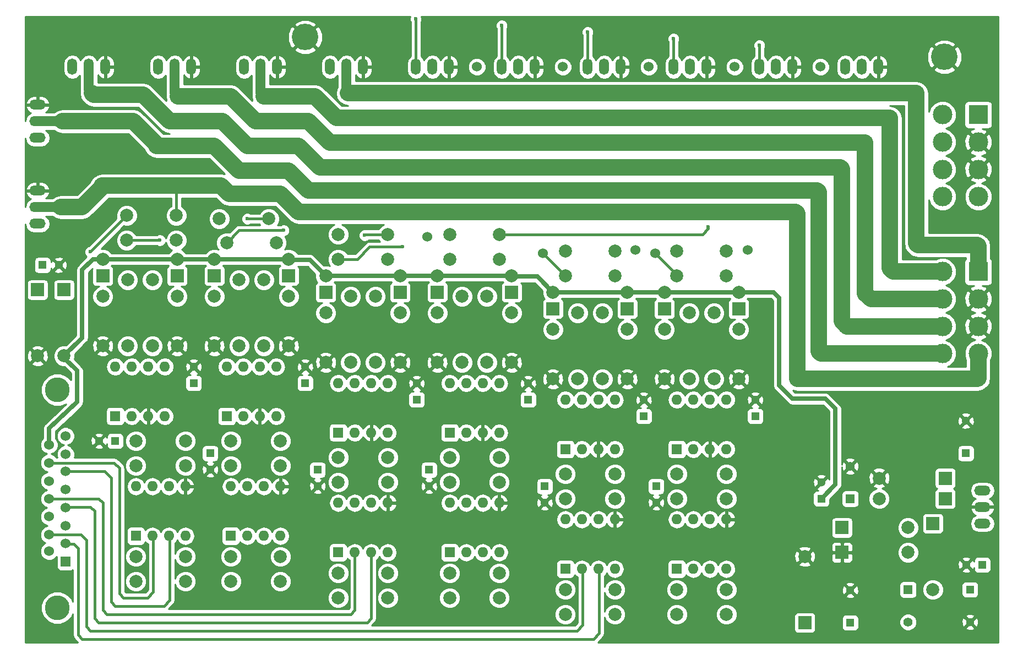
<source format=gbr>
G04 #@! TF.FileFunction,Copper,L2,Bot,Signal*
%FSLAX46Y46*%
G04 Gerber Fmt 4.6, Leading zero omitted, Abs format (unit mm)*
G04 Created by KiCad (PCBNEW 4.0.4-stable) date 12/24/16 13:41:41*
%MOMM*%
%LPD*%
G01*
G04 APERTURE LIST*
%ADD10C,0.100000*%
%ADD11C,3.810000*%
%ADD12R,1.524000X1.524000*%
%ADD13C,1.524000*%
%ADD14C,4.064000*%
%ADD15R,1.300000X1.300000*%
%ADD16C,1.300000*%
%ADD17R,1.400000X1.400000*%
%ADD18C,1.400000*%
%ADD19C,1.998980*%
%ADD20R,1.998980X1.998980*%
%ADD21C,2.000000*%
%ADD22R,2.000000X2.000000*%
%ADD23R,3.000000X3.000000*%
%ADD24C,3.000000*%
%ADD25O,1.501140X2.499360*%
%ADD26O,2.499360X1.501140*%
%ADD27R,1.600000X1.600000*%
%ADD28O,1.600000X1.600000*%
%ADD29C,0.600000*%
%ADD30C,0.635000*%
%ADD31C,0.381000*%
%ADD32C,1.524000*%
%ADD33C,2.540000*%
%ADD34C,1.270000*%
%ADD35C,0.254000*%
G04 APERTURE END LIST*
D10*
D11*
X87630000Y-98171000D03*
X87630000Y-131699000D03*
D12*
X88900000Y-124587000D03*
D13*
X88900000Y-121793000D03*
X88900000Y-119126000D03*
X88900000Y-116332000D03*
X88900000Y-113538000D03*
X88900000Y-110744000D03*
X88900000Y-108077000D03*
X88900000Y-105283000D03*
X86360000Y-123012200D03*
X86360000Y-120472200D03*
X86360000Y-117678200D03*
X86360000Y-114935000D03*
X86360000Y-112191800D03*
X86360000Y-109397800D03*
X86360000Y-106654600D03*
D14*
X125730000Y-43942000D03*
X224028000Y-46990000D03*
D13*
X204978000Y-48514000D03*
X179578000Y-77216000D03*
X193802000Y-76708000D03*
X162306000Y-77216000D03*
X176530000Y-76708000D03*
X144526000Y-74676000D03*
X165354000Y-48514000D03*
X191770000Y-48514000D03*
X152146000Y-48514000D03*
X178562000Y-48514000D03*
D15*
X85344000Y-78994000D03*
D16*
X87844000Y-78994000D03*
D15*
X227330000Y-107950000D03*
D16*
X227330000Y-102950000D03*
D15*
X227965000Y-128905000D03*
D16*
X227965000Y-133905000D03*
D15*
X209550000Y-133985000D03*
D16*
X209550000Y-128985000D03*
D15*
X144780000Y-110490000D03*
D16*
X144780000Y-112990000D03*
D15*
X162560000Y-113030000D03*
D16*
X162560000Y-115530000D03*
D15*
X179705000Y-113030000D03*
D16*
X179705000Y-115530000D03*
D17*
X209550000Y-114935000D03*
D18*
X209550000Y-109935000D03*
D15*
X160020000Y-99695000D03*
D16*
X160020000Y-97195000D03*
D15*
X177800000Y-102235000D03*
D16*
X177800000Y-99735000D03*
D15*
X194945000Y-102235000D03*
D16*
X194945000Y-99735000D03*
D15*
X229870000Y-125095000D03*
D16*
X227370000Y-125095000D03*
D15*
X96520000Y-106045000D03*
D16*
X94020000Y-106045000D03*
D15*
X111125000Y-107950000D03*
D16*
X111125000Y-110450000D03*
D15*
X127635000Y-110490000D03*
D16*
X127635000Y-112990000D03*
D15*
X108585000Y-97155000D03*
D16*
X108585000Y-94655000D03*
D15*
X125730000Y-97155000D03*
D16*
X125730000Y-94655000D03*
D15*
X142875000Y-99695000D03*
D16*
X142875000Y-97195000D03*
D19*
X218440000Y-119377460D03*
D20*
X208280000Y-119377460D03*
D19*
X218440000Y-123187460D03*
D20*
X208280000Y-123187460D03*
D19*
X213995000Y-114937540D03*
D20*
X224155000Y-114937540D03*
D19*
X213995000Y-111762540D03*
D20*
X224155000Y-111762540D03*
D21*
X146050000Y-80645000D03*
D22*
X146050000Y-83185000D03*
D21*
X157480000Y-80645000D03*
D22*
X157480000Y-83185000D03*
D21*
X163830000Y-83185000D03*
D22*
X163830000Y-85725000D03*
D21*
X175260000Y-83185000D03*
D22*
X175260000Y-85725000D03*
D21*
X180975000Y-83185000D03*
D22*
X180975000Y-85725000D03*
D21*
X192405000Y-83185000D03*
D22*
X192405000Y-85725000D03*
D19*
X202562460Y-123825000D03*
D20*
X202562460Y-133985000D03*
D19*
X84584540Y-92964000D03*
D20*
X84584540Y-82804000D03*
D19*
X88648540Y-92964000D03*
D20*
X88648540Y-82804000D03*
D21*
X94615000Y-78105000D03*
D22*
X94615000Y-80645000D03*
D21*
X106045000Y-78105000D03*
D22*
X106045000Y-80645000D03*
D21*
X111760000Y-78105000D03*
D22*
X111760000Y-80645000D03*
D21*
X123190000Y-78105000D03*
D22*
X123190000Y-80645000D03*
D21*
X128905000Y-80645000D03*
D22*
X128905000Y-83185000D03*
D21*
X140335000Y-80645000D03*
D22*
X140335000Y-83185000D03*
D17*
X218440000Y-128905000D03*
D18*
X218440000Y-133905000D03*
D15*
X205105000Y-114935000D03*
D16*
X205105000Y-112435000D03*
D23*
X229235000Y-55880000D03*
D24*
X229235000Y-60080000D03*
X229235000Y-64280000D03*
X229235000Y-68480000D03*
X223735000Y-55880000D03*
X223735000Y-60080000D03*
X223735000Y-64280000D03*
X223735000Y-68480000D03*
D23*
X229235000Y-80010000D03*
D24*
X229235000Y-84210000D03*
X229235000Y-88410000D03*
X229235000Y-92610000D03*
X223735000Y-80010000D03*
X223735000Y-84210000D03*
X223735000Y-88410000D03*
X223735000Y-92610000D03*
D25*
X145288000Y-48514000D03*
X142748000Y-48514000D03*
X147828000Y-48514000D03*
X158496000Y-48514000D03*
X155956000Y-48514000D03*
X161036000Y-48514000D03*
X171704000Y-48514000D03*
X169164000Y-48514000D03*
X174244000Y-48514000D03*
X184912000Y-48514000D03*
X182372000Y-48514000D03*
X187452000Y-48514000D03*
X198120000Y-48514000D03*
X195580000Y-48514000D03*
X200660000Y-48514000D03*
X211328000Y-48514000D03*
X208788000Y-48514000D03*
X213868000Y-48514000D03*
D26*
X84582000Y-70104000D03*
X84582000Y-72644000D03*
X84582000Y-67564000D03*
X84582000Y-56896000D03*
X84582000Y-59436000D03*
X84582000Y-54356000D03*
D25*
X92456000Y-48514000D03*
X89916000Y-48514000D03*
X94996000Y-48514000D03*
X105664000Y-48514000D03*
X103124000Y-48514000D03*
X108204000Y-48514000D03*
X118872000Y-48514000D03*
X116332000Y-48514000D03*
X121412000Y-48514000D03*
X132080000Y-48514000D03*
X129540000Y-48514000D03*
X134620000Y-48514000D03*
D19*
X147955000Y-126365000D03*
X155575000Y-126365000D03*
X147955000Y-130175000D03*
X155575000Y-130175000D03*
X165735000Y-128905000D03*
X173355000Y-128905000D03*
X165735000Y-132715000D03*
X173355000Y-132715000D03*
X182880000Y-128905000D03*
X190500000Y-128905000D03*
X182880000Y-132715000D03*
X190500000Y-132715000D03*
X155575000Y-108585000D03*
X147955000Y-108585000D03*
X173355000Y-111125000D03*
X165735000Y-111125000D03*
X190500000Y-111125000D03*
X182880000Y-111125000D03*
X155575000Y-112395000D03*
X147955000Y-112395000D03*
X173355000Y-114935000D03*
X165735000Y-114935000D03*
X190500000Y-114935000D03*
X182880000Y-114935000D03*
X153670000Y-93980000D03*
X153670000Y-83820000D03*
X171450000Y-96520000D03*
X171450000Y-86360000D03*
X188595000Y-96520000D03*
X188595000Y-86360000D03*
X149860000Y-83820000D03*
X149860000Y-93980000D03*
X167640000Y-86360000D03*
X167640000Y-96520000D03*
X184785000Y-86360000D03*
X184785000Y-96520000D03*
X192405000Y-88900000D03*
X192405000Y-96520000D03*
X146050000Y-86360000D03*
X146050000Y-93980000D03*
X157480000Y-86360000D03*
X157480000Y-93980000D03*
X163830000Y-88900000D03*
X163830000Y-96520000D03*
X175260000Y-88900000D03*
X175260000Y-96520000D03*
X180975000Y-88900000D03*
X180975000Y-96520000D03*
X155575000Y-74295000D03*
X147955000Y-74295000D03*
X147955000Y-78105000D03*
X155575000Y-78105000D03*
X173355000Y-76835000D03*
X165735000Y-76835000D03*
X165735000Y-80645000D03*
X173355000Y-80645000D03*
X190500000Y-76835000D03*
X182880000Y-76835000D03*
X182880000Y-80645000D03*
X190500000Y-80645000D03*
X99695000Y-123825000D03*
X107315000Y-123825000D03*
X99695000Y-127635000D03*
X107315000Y-127635000D03*
X114300000Y-123825000D03*
X121920000Y-123825000D03*
X114300000Y-127635000D03*
X121920000Y-127635000D03*
X130810000Y-126365000D03*
X138430000Y-126365000D03*
X130810000Y-130175000D03*
X138430000Y-130175000D03*
X107315000Y-106045000D03*
X99695000Y-106045000D03*
X121920000Y-106045000D03*
X114300000Y-106045000D03*
X138430000Y-108585000D03*
X130810000Y-108585000D03*
X107315000Y-109855000D03*
X99695000Y-109855000D03*
X121920000Y-109855000D03*
X114300000Y-109855000D03*
X138430000Y-112395000D03*
X130810000Y-112395000D03*
X102235000Y-91440000D03*
X102235000Y-81280000D03*
X119380000Y-91440000D03*
X119380000Y-81280000D03*
X136525000Y-93980000D03*
X136525000Y-83820000D03*
X98425000Y-81280000D03*
X98425000Y-91440000D03*
X115570000Y-81280000D03*
X115570000Y-91440000D03*
X132715000Y-83820000D03*
X132715000Y-93980000D03*
X94615000Y-83820000D03*
X94615000Y-91440000D03*
X106045000Y-83820000D03*
X106045000Y-91440000D03*
X111760000Y-83820000D03*
X111760000Y-91440000D03*
X123190000Y-83820000D03*
X123190000Y-91440000D03*
X128905000Y-86360000D03*
X128905000Y-93980000D03*
X140335000Y-86360000D03*
X140335000Y-93980000D03*
X105918000Y-71374000D03*
X98298000Y-71374000D03*
X98298000Y-75184000D03*
X105918000Y-75184000D03*
X120142000Y-71882000D03*
X112522000Y-71882000D03*
X113665000Y-75565000D03*
X121285000Y-75565000D03*
X138430000Y-74295000D03*
X130810000Y-74295000D03*
X130810000Y-78105000D03*
X138430000Y-78105000D03*
D27*
X147955000Y-123190000D03*
D28*
X150495000Y-123190000D03*
X153035000Y-123190000D03*
X155575000Y-123190000D03*
X155575000Y-115570000D03*
X153035000Y-115570000D03*
X150495000Y-115570000D03*
X147955000Y-115570000D03*
D27*
X165735000Y-125730000D03*
D28*
X168275000Y-125730000D03*
X170815000Y-125730000D03*
X173355000Y-125730000D03*
X173355000Y-118110000D03*
X170815000Y-118110000D03*
X168275000Y-118110000D03*
X165735000Y-118110000D03*
D27*
X182880000Y-125730000D03*
D28*
X185420000Y-125730000D03*
X187960000Y-125730000D03*
X190500000Y-125730000D03*
X190500000Y-118110000D03*
X187960000Y-118110000D03*
X185420000Y-118110000D03*
X182880000Y-118110000D03*
D27*
X147955000Y-104775000D03*
D28*
X150495000Y-104775000D03*
X153035000Y-104775000D03*
X155575000Y-104775000D03*
X155575000Y-97155000D03*
X153035000Y-97155000D03*
X150495000Y-97155000D03*
X147955000Y-97155000D03*
D27*
X165735000Y-107315000D03*
D28*
X168275000Y-107315000D03*
X170815000Y-107315000D03*
X173355000Y-107315000D03*
X173355000Y-99695000D03*
X170815000Y-99695000D03*
X168275000Y-99695000D03*
X165735000Y-99695000D03*
D27*
X182880000Y-107315000D03*
D28*
X185420000Y-107315000D03*
X187960000Y-107315000D03*
X190500000Y-107315000D03*
X190500000Y-99695000D03*
X187960000Y-99695000D03*
X185420000Y-99695000D03*
X182880000Y-99695000D03*
D26*
X229870000Y-116205000D03*
X229870000Y-113665000D03*
X229870000Y-118745000D03*
D27*
X99695000Y-120650000D03*
D28*
X102235000Y-120650000D03*
X104775000Y-120650000D03*
X107315000Y-120650000D03*
X107315000Y-113030000D03*
X104775000Y-113030000D03*
X102235000Y-113030000D03*
X99695000Y-113030000D03*
D27*
X114300000Y-120650000D03*
D28*
X116840000Y-120650000D03*
X119380000Y-120650000D03*
X121920000Y-120650000D03*
X121920000Y-113030000D03*
X119380000Y-113030000D03*
X116840000Y-113030000D03*
X114300000Y-113030000D03*
D27*
X130810000Y-123190000D03*
D28*
X133350000Y-123190000D03*
X135890000Y-123190000D03*
X138430000Y-123190000D03*
X138430000Y-115570000D03*
X135890000Y-115570000D03*
X133350000Y-115570000D03*
X130810000Y-115570000D03*
D27*
X96520000Y-102235000D03*
D28*
X99060000Y-102235000D03*
X101600000Y-102235000D03*
X104140000Y-102235000D03*
X104140000Y-94615000D03*
X101600000Y-94615000D03*
X99060000Y-94615000D03*
X96520000Y-94615000D03*
D27*
X113665000Y-102235000D03*
D28*
X116205000Y-102235000D03*
X118745000Y-102235000D03*
X121285000Y-102235000D03*
X121285000Y-94615000D03*
X118745000Y-94615000D03*
X116205000Y-94615000D03*
X113665000Y-94615000D03*
D27*
X130810000Y-104775000D03*
D28*
X133350000Y-104775000D03*
X135890000Y-104775000D03*
X138430000Y-104775000D03*
X138430000Y-97155000D03*
X135890000Y-97155000D03*
X133350000Y-97155000D03*
X130810000Y-97155000D03*
D19*
X222252540Y-128905000D03*
D20*
X222252540Y-118745000D03*
D29*
X187706000Y-73152000D03*
X140716000Y-76200000D03*
X103378000Y-75184000D03*
X116840000Y-71882000D03*
X122428000Y-73660000D03*
X134874000Y-74422000D03*
X142748000Y-41148000D03*
X155956000Y-42164000D03*
X169164000Y-43180000D03*
X182372000Y-44196000D03*
X195580000Y-45212000D03*
X92710000Y-76962000D03*
D30*
X207264000Y-112649000D02*
X207264000Y-112776000D01*
X197739000Y-83185000D02*
X198628000Y-84074000D01*
X198628000Y-84074000D02*
X198628000Y-97536000D01*
X198628000Y-97536000D02*
X200660000Y-99568000D01*
X200660000Y-99568000D02*
X205740000Y-99568000D01*
X205740000Y-99568000D02*
X207264000Y-101092000D01*
X207264000Y-101092000D02*
X207264000Y-112649000D01*
X192405000Y-83185000D02*
X197739000Y-83185000D01*
X207264000Y-112776000D02*
X205105000Y-114935000D01*
X88648540Y-92964000D02*
X88648540Y-93220540D01*
X88648540Y-93220540D02*
X90678000Y-95250000D01*
X86360000Y-104140000D02*
X86360000Y-106654600D01*
X90678000Y-100076000D02*
X86360000Y-104140000D01*
X90678000Y-95250000D02*
X90678000Y-100076000D01*
X94615000Y-78105000D02*
X93091000Y-78105000D01*
X91440000Y-90172540D02*
X88648540Y-92964000D01*
X91440000Y-79756000D02*
X91440000Y-90172540D01*
X93091000Y-78105000D02*
X91440000Y-79756000D01*
X180975000Y-83185000D02*
X192405000Y-83185000D01*
X146050000Y-80645000D02*
X157480000Y-80645000D01*
X157480000Y-80645000D02*
X157607000Y-80772000D01*
X157607000Y-80772000D02*
X161417000Y-80772000D01*
X161417000Y-80772000D02*
X163830000Y-83185000D01*
X163830000Y-83185000D02*
X175260000Y-83185000D01*
X175260000Y-83185000D02*
X180975000Y-83185000D01*
X94615000Y-78105000D02*
X106045000Y-78105000D01*
X106045000Y-78105000D02*
X111760000Y-78105000D01*
X111760000Y-78105000D02*
X123190000Y-78105000D01*
X123190000Y-78105000D02*
X123317000Y-78232000D01*
X123317000Y-78232000D02*
X126492000Y-78232000D01*
X126492000Y-78232000D02*
X128905000Y-80645000D01*
X128905000Y-80645000D02*
X140335000Y-80645000D01*
X140335000Y-80645000D02*
X146050000Y-80645000D01*
D31*
X170942000Y-125857000D02*
X170942000Y-130302000D01*
X170053000Y-136525000D02*
X170942000Y-135636000D01*
X170942000Y-135636000D02*
X170942000Y-130302000D01*
X90805000Y-123825000D02*
X90805000Y-122555000D01*
X90805000Y-123825000D02*
X90805000Y-135890000D01*
X90170000Y-121920000D02*
X89027000Y-121920000D01*
X90805000Y-122555000D02*
X90170000Y-121920000D01*
X90805000Y-135890000D02*
X91440000Y-136525000D01*
X91440000Y-136525000D02*
X114935000Y-136525000D01*
X114935000Y-136525000D02*
X170053000Y-136525000D01*
X170942000Y-125857000D02*
X170815000Y-125730000D01*
X89027000Y-121920000D02*
X88900000Y-121793000D01*
X88900000Y-121793000D02*
X88900000Y-121920000D01*
X114808000Y-133985000D02*
X135255000Y-133985000D01*
X135890000Y-133350000D02*
X135890000Y-123190000D01*
X135255000Y-133985000D02*
X135890000Y-133350000D01*
X93345000Y-120015000D02*
X93345000Y-116840000D01*
X93345000Y-120015000D02*
X93345000Y-133350000D01*
X92710000Y-116205000D02*
X89027000Y-116205000D01*
X93345000Y-116840000D02*
X92710000Y-116205000D01*
X89027000Y-116205000D02*
X88900000Y-116332000D01*
X88900000Y-116332000D02*
X89027000Y-116332000D01*
X93345000Y-133350000D02*
X93980000Y-133985000D01*
X93980000Y-133985000D02*
X114808000Y-133985000D01*
X114808000Y-133985000D02*
X114935000Y-133985000D01*
X96520000Y-131445000D02*
X104013000Y-131445000D01*
X88900000Y-110744000D02*
X94869000Y-110744000D01*
X95885000Y-112395000D02*
X95885000Y-130810000D01*
X95885000Y-130810000D02*
X96520000Y-131445000D01*
X95885000Y-111760000D02*
X95885000Y-112395000D01*
X94869000Y-110744000D02*
X95885000Y-111760000D01*
X104902000Y-130556000D02*
X104902000Y-120777000D01*
X104013000Y-131445000D02*
X104902000Y-130556000D01*
X104902000Y-120777000D02*
X104775000Y-120650000D01*
X88900000Y-110744000D02*
X89154000Y-110744000D01*
X168402000Y-125857000D02*
X168402000Y-128778000D01*
X167513000Y-135255000D02*
X168402000Y-134366000D01*
X168402000Y-134366000D02*
X168402000Y-128778000D01*
X92710000Y-135255000D02*
X114935000Y-135255000D01*
X92075000Y-134620000D02*
X92710000Y-135255000D01*
X92075000Y-121285000D02*
X92075000Y-134620000D01*
X91262200Y-120472200D02*
X92075000Y-121285000D01*
X91262200Y-120472200D02*
X86360000Y-120472200D01*
X114935000Y-135255000D02*
X167513000Y-135255000D01*
X168402000Y-125857000D02*
X168275000Y-125730000D01*
X114935000Y-132715000D02*
X132715000Y-132715000D01*
X86360000Y-114935000D02*
X93980000Y-114935000D01*
X93980000Y-114935000D02*
X94615000Y-115570000D01*
X94615000Y-115570000D02*
X94615000Y-132080000D01*
X94615000Y-132080000D02*
X95250000Y-132715000D01*
X95250000Y-132715000D02*
X114935000Y-132715000D01*
X133350000Y-132080000D02*
X133350000Y-123190000D01*
X132715000Y-132715000D02*
X133350000Y-132080000D01*
X97790000Y-130175000D02*
X101473000Y-130175000D01*
X97155000Y-129540000D02*
X97790000Y-130175000D01*
X97155000Y-110490000D02*
X97155000Y-129540000D01*
X97155000Y-110210600D02*
X97155000Y-110490000D01*
X86360000Y-109397800D02*
X96342200Y-109397800D01*
X96342200Y-109397800D02*
X97155000Y-110210600D01*
X102362000Y-129286000D02*
X102362000Y-120777000D01*
X101473000Y-130175000D02*
X102362000Y-129286000D01*
X102362000Y-120777000D02*
X102235000Y-120650000D01*
X155575000Y-74295000D02*
X186817000Y-74295000D01*
X187706000Y-73406000D02*
X187706000Y-73152000D01*
X186817000Y-74295000D02*
X187706000Y-73406000D01*
X182880000Y-80645000D02*
X182880000Y-80518000D01*
X182880000Y-80518000D02*
X179578000Y-77216000D01*
X182880000Y-80645000D02*
X183261000Y-80645000D01*
X229235000Y-55880000D02*
X228854000Y-55880000D01*
X165735000Y-80645000D02*
X162306000Y-77216000D01*
X105918000Y-71374000D02*
X105918000Y-67056000D01*
D32*
X84582000Y-70104000D02*
X88138000Y-70104000D01*
D33*
X94488000Y-67056000D02*
X91440000Y-70104000D01*
X91440000Y-70104000D02*
X88138000Y-70104000D01*
X201422000Y-96520000D02*
X201422000Y-71120000D01*
X229235000Y-96393000D02*
X229235000Y-92610000D01*
X229108000Y-96520000D02*
X201422000Y-96520000D01*
X229235000Y-96393000D02*
X229108000Y-96520000D01*
X121920000Y-68072000D02*
X114046000Y-68072000D01*
X114046000Y-68072000D02*
X112776000Y-66802000D01*
X112776000Y-66802000D02*
X94488000Y-66802000D01*
X124714000Y-70866000D02*
X121920000Y-68072000D01*
X201168000Y-70866000D02*
X124714000Y-70866000D01*
X201422000Y-71120000D02*
X201168000Y-70866000D01*
X94488000Y-66802000D02*
X94488000Y-67056000D01*
D31*
X133731000Y-78105000D02*
X130810000Y-78105000D01*
X135636000Y-76200000D02*
X140716000Y-76200000D01*
X133731000Y-78105000D02*
X135636000Y-76200000D01*
D32*
X132080000Y-48514000D02*
X132080000Y-52324000D01*
D33*
X229235000Y-76073000D02*
X229235000Y-80010000D01*
X219710000Y-75692000D02*
X219710000Y-52578000D01*
X219964000Y-75946000D02*
X219710000Y-75692000D01*
X229108000Y-75946000D02*
X219964000Y-75946000D01*
X229235000Y-76073000D02*
X229108000Y-75946000D01*
X132334000Y-52578000D02*
X219710000Y-52578000D01*
D32*
X132080000Y-52324000D02*
X132334000Y-52578000D01*
D31*
X103378000Y-75184000D02*
X98298000Y-75184000D01*
D32*
X84582000Y-56896000D02*
X88392000Y-56896000D01*
D33*
X102870000Y-60452000D02*
X99314000Y-56896000D01*
X99314000Y-56896000D02*
X88392000Y-56896000D01*
X111760000Y-60706000D02*
X102870000Y-60706000D01*
X205078000Y-92610000D02*
X223735000Y-92610000D01*
X115570000Y-64516000D02*
X111760000Y-60706000D01*
X123190000Y-64516000D02*
X115570000Y-64516000D01*
X126238000Y-67564000D02*
X123190000Y-64516000D01*
X204470000Y-67564000D02*
X126238000Y-67564000D01*
X204724000Y-67818000D02*
X204470000Y-67564000D01*
X204724000Y-92256000D02*
X204724000Y-67818000D01*
X205078000Y-92610000D02*
X204724000Y-92256000D01*
X102870000Y-60706000D02*
X102870000Y-60452000D01*
D31*
X120142000Y-71882000D02*
X116840000Y-71882000D01*
D32*
X92456000Y-48514000D02*
X92456000Y-52070000D01*
X92456000Y-52070000D02*
X93218000Y-52832000D01*
D33*
X93218000Y-52832000D02*
X100838000Y-52832000D01*
X209060000Y-88410000D02*
X208280000Y-87630000D01*
X208280000Y-87630000D02*
X208280000Y-64262000D01*
X208280000Y-64262000D02*
X208026000Y-64008000D01*
X208026000Y-64008000D02*
X128016000Y-64008000D01*
X128016000Y-64008000D02*
X124714000Y-60706000D01*
X124714000Y-60706000D02*
X116840000Y-60706000D01*
X116840000Y-60706000D02*
X113030000Y-56896000D01*
X113030000Y-56896000D02*
X104902000Y-56896000D01*
X104902000Y-56896000D02*
X100838000Y-52832000D01*
X209060000Y-88410000D02*
X223735000Y-88410000D01*
X93218000Y-52832000D02*
X92964000Y-52578000D01*
X92964000Y-52578000D02*
X93218000Y-52832000D01*
X223735000Y-84210000D02*
X212716000Y-84210000D01*
X211836000Y-83330000D02*
X212716000Y-84210000D01*
X211836000Y-60198000D02*
X211836000Y-83330000D01*
X114300000Y-53086000D02*
X106172000Y-53086000D01*
X118110000Y-56896000D02*
X114300000Y-53086000D01*
X126238000Y-56896000D02*
X118110000Y-56896000D01*
X129540000Y-60198000D02*
X126238000Y-56896000D01*
X211836000Y-60198000D02*
X129540000Y-60198000D01*
D31*
X113665000Y-75565000D02*
X115570000Y-73660000D01*
X115570000Y-73660000D02*
X122428000Y-73660000D01*
D32*
X105664000Y-48514000D02*
X105664000Y-52578000D01*
X105664000Y-52578000D02*
X106172000Y-53086000D01*
D34*
X105664000Y-52578000D02*
X106172000Y-53086000D01*
D33*
X215646000Y-56388000D02*
X215646000Y-79502000D01*
X223735000Y-80010000D02*
X216154000Y-80010000D01*
X127254000Y-53086000D02*
X119380000Y-53086000D01*
X130556000Y-56388000D02*
X127254000Y-53086000D01*
X215646000Y-56388000D02*
X130556000Y-56388000D01*
X216154000Y-80010000D02*
X215900000Y-79756000D01*
X215646000Y-79502000D02*
X215900000Y-79756000D01*
D31*
X138430000Y-74295000D02*
X135001000Y-74295000D01*
X135001000Y-74295000D02*
X134874000Y-74422000D01*
D32*
X118872000Y-48514000D02*
X118872000Y-52578000D01*
X118872000Y-52578000D02*
X119380000Y-53086000D01*
D34*
X118872000Y-52578000D02*
X119380000Y-53086000D01*
D31*
X142748000Y-41148000D02*
X142748000Y-48514000D01*
X155956000Y-42164000D02*
X155956000Y-48514000D01*
X169164000Y-43180000D02*
X169164000Y-48514000D01*
X182372000Y-44196000D02*
X182372000Y-48514000D01*
X195580000Y-45212000D02*
X195580000Y-48514000D01*
X92710000Y-76962000D02*
X98298000Y-71374000D01*
D35*
G36*
X141813162Y-40961201D02*
X141812838Y-41333167D01*
X141922500Y-41598570D01*
X141922500Y-46895157D01*
X141768254Y-46998221D01*
X141467900Y-47447732D01*
X141362430Y-47977967D01*
X141362430Y-49050033D01*
X141467900Y-49580268D01*
X141768254Y-50029779D01*
X142217765Y-50330133D01*
X142748000Y-50435603D01*
X143278235Y-50330133D01*
X143727746Y-50029779D01*
X144018000Y-49595384D01*
X144308254Y-50029779D01*
X144757765Y-50330133D01*
X145288000Y-50435603D01*
X145818235Y-50330133D01*
X146267746Y-50029779D01*
X146568100Y-49580268D01*
X146569950Y-49570968D01*
X146596501Y-49660677D01*
X146938056Y-50082658D01*
X147415097Y-50341810D01*
X147486725Y-50355993D01*
X147701000Y-50233339D01*
X147701000Y-48641000D01*
X147955000Y-48641000D01*
X147955000Y-50233339D01*
X148169275Y-50355993D01*
X148240903Y-50341810D01*
X148717944Y-50082658D01*
X149059499Y-49660677D01*
X149213570Y-49140110D01*
X149213570Y-48790661D01*
X150748758Y-48790661D01*
X150960990Y-49304303D01*
X151353630Y-49697629D01*
X151866900Y-49910757D01*
X152422661Y-49911242D01*
X152936303Y-49699010D01*
X153329629Y-49306370D01*
X153542757Y-48793100D01*
X153543242Y-48237339D01*
X153436072Y-47977967D01*
X154570430Y-47977967D01*
X154570430Y-49050033D01*
X154675900Y-49580268D01*
X154976254Y-50029779D01*
X155425765Y-50330133D01*
X155956000Y-50435603D01*
X156486235Y-50330133D01*
X156935746Y-50029779D01*
X157226000Y-49595384D01*
X157516254Y-50029779D01*
X157965765Y-50330133D01*
X158496000Y-50435603D01*
X159026235Y-50330133D01*
X159475746Y-50029779D01*
X159776100Y-49580268D01*
X159777950Y-49570968D01*
X159804501Y-49660677D01*
X160146056Y-50082658D01*
X160623097Y-50341810D01*
X160694725Y-50355993D01*
X160909000Y-50233339D01*
X160909000Y-48641000D01*
X161163000Y-48641000D01*
X161163000Y-50233339D01*
X161377275Y-50355993D01*
X161448903Y-50341810D01*
X161925944Y-50082658D01*
X162267499Y-49660677D01*
X162421570Y-49140110D01*
X162421570Y-48790661D01*
X163956758Y-48790661D01*
X164168990Y-49304303D01*
X164561630Y-49697629D01*
X165074900Y-49910757D01*
X165630661Y-49911242D01*
X166144303Y-49699010D01*
X166537629Y-49306370D01*
X166750757Y-48793100D01*
X166751242Y-48237339D01*
X166644072Y-47977967D01*
X167778430Y-47977967D01*
X167778430Y-49050033D01*
X167883900Y-49580268D01*
X168184254Y-50029779D01*
X168633765Y-50330133D01*
X169164000Y-50435603D01*
X169694235Y-50330133D01*
X170143746Y-50029779D01*
X170434000Y-49595384D01*
X170724254Y-50029779D01*
X171173765Y-50330133D01*
X171704000Y-50435603D01*
X172234235Y-50330133D01*
X172683746Y-50029779D01*
X172984100Y-49580268D01*
X172985950Y-49570968D01*
X173012501Y-49660677D01*
X173354056Y-50082658D01*
X173831097Y-50341810D01*
X173902725Y-50355993D01*
X174117000Y-50233339D01*
X174117000Y-48641000D01*
X174371000Y-48641000D01*
X174371000Y-50233339D01*
X174585275Y-50355993D01*
X174656903Y-50341810D01*
X175133944Y-50082658D01*
X175475499Y-49660677D01*
X175629570Y-49140110D01*
X175629570Y-48790661D01*
X177164758Y-48790661D01*
X177376990Y-49304303D01*
X177769630Y-49697629D01*
X178282900Y-49910757D01*
X178838661Y-49911242D01*
X179352303Y-49699010D01*
X179745629Y-49306370D01*
X179958757Y-48793100D01*
X179959242Y-48237339D01*
X179852072Y-47977967D01*
X180986430Y-47977967D01*
X180986430Y-49050033D01*
X181091900Y-49580268D01*
X181392254Y-50029779D01*
X181841765Y-50330133D01*
X182372000Y-50435603D01*
X182902235Y-50330133D01*
X183351746Y-50029779D01*
X183642000Y-49595384D01*
X183932254Y-50029779D01*
X184381765Y-50330133D01*
X184912000Y-50435603D01*
X185442235Y-50330133D01*
X185891746Y-50029779D01*
X186192100Y-49580268D01*
X186193950Y-49570968D01*
X186220501Y-49660677D01*
X186562056Y-50082658D01*
X187039097Y-50341810D01*
X187110725Y-50355993D01*
X187325000Y-50233339D01*
X187325000Y-48641000D01*
X187579000Y-48641000D01*
X187579000Y-50233339D01*
X187793275Y-50355993D01*
X187864903Y-50341810D01*
X188341944Y-50082658D01*
X188683499Y-49660677D01*
X188837570Y-49140110D01*
X188837570Y-48790661D01*
X190372758Y-48790661D01*
X190584990Y-49304303D01*
X190977630Y-49697629D01*
X191490900Y-49910757D01*
X192046661Y-49911242D01*
X192560303Y-49699010D01*
X192953629Y-49306370D01*
X193166757Y-48793100D01*
X193167242Y-48237339D01*
X193060072Y-47977967D01*
X194194430Y-47977967D01*
X194194430Y-49050033D01*
X194299900Y-49580268D01*
X194600254Y-50029779D01*
X195049765Y-50330133D01*
X195580000Y-50435603D01*
X196110235Y-50330133D01*
X196559746Y-50029779D01*
X196850000Y-49595384D01*
X197140254Y-50029779D01*
X197589765Y-50330133D01*
X198120000Y-50435603D01*
X198650235Y-50330133D01*
X199099746Y-50029779D01*
X199400100Y-49580268D01*
X199401950Y-49570968D01*
X199428501Y-49660677D01*
X199770056Y-50082658D01*
X200247097Y-50341810D01*
X200318725Y-50355993D01*
X200533000Y-50233339D01*
X200533000Y-48641000D01*
X200787000Y-48641000D01*
X200787000Y-50233339D01*
X201001275Y-50355993D01*
X201072903Y-50341810D01*
X201549944Y-50082658D01*
X201891499Y-49660677D01*
X202045570Y-49140110D01*
X202045570Y-48790661D01*
X203580758Y-48790661D01*
X203792990Y-49304303D01*
X204185630Y-49697629D01*
X204698900Y-49910757D01*
X205254661Y-49911242D01*
X205768303Y-49699010D01*
X206161629Y-49306370D01*
X206374757Y-48793100D01*
X206375242Y-48237339D01*
X206268072Y-47977967D01*
X207402430Y-47977967D01*
X207402430Y-49050033D01*
X207507900Y-49580268D01*
X207808254Y-50029779D01*
X208257765Y-50330133D01*
X208788000Y-50435603D01*
X209318235Y-50330133D01*
X209767746Y-50029779D01*
X210058000Y-49595384D01*
X210348254Y-50029779D01*
X210797765Y-50330133D01*
X211328000Y-50435603D01*
X211858235Y-50330133D01*
X212307746Y-50029779D01*
X212608100Y-49580268D01*
X212609950Y-49570968D01*
X212636501Y-49660677D01*
X212978056Y-50082658D01*
X213455097Y-50341810D01*
X213526725Y-50355993D01*
X213741000Y-50233339D01*
X213741000Y-48641000D01*
X213995000Y-48641000D01*
X213995000Y-50233339D01*
X214209275Y-50355993D01*
X214280903Y-50341810D01*
X214757944Y-50082658D01*
X215099499Y-49660677D01*
X215253570Y-49140110D01*
X215253570Y-48888121D01*
X222309484Y-48888121D01*
X222534154Y-49262168D01*
X223517388Y-49660880D01*
X224578357Y-49652975D01*
X225521846Y-49262168D01*
X225746516Y-48888121D01*
X224028000Y-47169605D01*
X222309484Y-48888121D01*
X215253570Y-48888121D01*
X215253570Y-48641000D01*
X213995000Y-48641000D01*
X213741000Y-48641000D01*
X213721000Y-48641000D01*
X213721000Y-48387000D01*
X213741000Y-48387000D01*
X213741000Y-46794661D01*
X213995000Y-46794661D01*
X213995000Y-48387000D01*
X215253570Y-48387000D01*
X215253570Y-47887890D01*
X215099499Y-47367323D01*
X214757944Y-46945342D01*
X214280903Y-46686190D01*
X214209275Y-46672007D01*
X213995000Y-46794661D01*
X213741000Y-46794661D01*
X213526725Y-46672007D01*
X213455097Y-46686190D01*
X212978056Y-46945342D01*
X212636501Y-47367323D01*
X212609950Y-47457032D01*
X212608100Y-47447732D01*
X212307746Y-46998221D01*
X211858235Y-46697867D01*
X211328000Y-46592397D01*
X210797765Y-46697867D01*
X210348254Y-46998221D01*
X210058000Y-47432616D01*
X209767746Y-46998221D01*
X209318235Y-46697867D01*
X208788000Y-46592397D01*
X208257765Y-46697867D01*
X207808254Y-46998221D01*
X207507900Y-47447732D01*
X207402430Y-47977967D01*
X206268072Y-47977967D01*
X206163010Y-47723697D01*
X205770370Y-47330371D01*
X205257100Y-47117243D01*
X204701339Y-47116758D01*
X204187697Y-47328990D01*
X203794371Y-47721630D01*
X203581243Y-48234900D01*
X203580758Y-48790661D01*
X202045570Y-48790661D01*
X202045570Y-48641000D01*
X200787000Y-48641000D01*
X200533000Y-48641000D01*
X200513000Y-48641000D01*
X200513000Y-48387000D01*
X200533000Y-48387000D01*
X200533000Y-46794661D01*
X200787000Y-46794661D01*
X200787000Y-48387000D01*
X202045570Y-48387000D01*
X202045570Y-47887890D01*
X201891499Y-47367323D01*
X201549944Y-46945342D01*
X201072903Y-46686190D01*
X201001275Y-46672007D01*
X200787000Y-46794661D01*
X200533000Y-46794661D01*
X200318725Y-46672007D01*
X200247097Y-46686190D01*
X199770056Y-46945342D01*
X199428501Y-47367323D01*
X199401950Y-47457032D01*
X199400100Y-47447732D01*
X199099746Y-46998221D01*
X198650235Y-46697867D01*
X198120000Y-46592397D01*
X197589765Y-46697867D01*
X197140254Y-46998221D01*
X196850000Y-47432616D01*
X196559746Y-46998221D01*
X196405500Y-46895157D01*
X196405500Y-46479388D01*
X221357120Y-46479388D01*
X221365025Y-47540357D01*
X221755832Y-48483846D01*
X222129879Y-48708516D01*
X223848395Y-46990000D01*
X224207605Y-46990000D01*
X225926121Y-48708516D01*
X226300168Y-48483846D01*
X226698880Y-47500612D01*
X226690975Y-46439643D01*
X226300168Y-45496154D01*
X225926121Y-45271484D01*
X224207605Y-46990000D01*
X223848395Y-46990000D01*
X222129879Y-45271484D01*
X221755832Y-45496154D01*
X221357120Y-46479388D01*
X196405500Y-46479388D01*
X196405500Y-45662113D01*
X196514838Y-45398799D01*
X196515105Y-45091879D01*
X222309484Y-45091879D01*
X224028000Y-46810395D01*
X225746516Y-45091879D01*
X225521846Y-44717832D01*
X224538612Y-44319120D01*
X223477643Y-44327025D01*
X222534154Y-44717832D01*
X222309484Y-45091879D01*
X196515105Y-45091879D01*
X196515162Y-45026833D01*
X196373117Y-44683057D01*
X196110327Y-44419808D01*
X195766799Y-44277162D01*
X195394833Y-44276838D01*
X195051057Y-44418883D01*
X194787808Y-44681673D01*
X194645162Y-45025201D01*
X194644838Y-45397167D01*
X194754500Y-45662570D01*
X194754500Y-46895157D01*
X194600254Y-46998221D01*
X194299900Y-47447732D01*
X194194430Y-47977967D01*
X193060072Y-47977967D01*
X192955010Y-47723697D01*
X192562370Y-47330371D01*
X192049100Y-47117243D01*
X191493339Y-47116758D01*
X190979697Y-47328990D01*
X190586371Y-47721630D01*
X190373243Y-48234900D01*
X190372758Y-48790661D01*
X188837570Y-48790661D01*
X188837570Y-48641000D01*
X187579000Y-48641000D01*
X187325000Y-48641000D01*
X187305000Y-48641000D01*
X187305000Y-48387000D01*
X187325000Y-48387000D01*
X187325000Y-46794661D01*
X187579000Y-46794661D01*
X187579000Y-48387000D01*
X188837570Y-48387000D01*
X188837570Y-47887890D01*
X188683499Y-47367323D01*
X188341944Y-46945342D01*
X187864903Y-46686190D01*
X187793275Y-46672007D01*
X187579000Y-46794661D01*
X187325000Y-46794661D01*
X187110725Y-46672007D01*
X187039097Y-46686190D01*
X186562056Y-46945342D01*
X186220501Y-47367323D01*
X186193950Y-47457032D01*
X186192100Y-47447732D01*
X185891746Y-46998221D01*
X185442235Y-46697867D01*
X184912000Y-46592397D01*
X184381765Y-46697867D01*
X183932254Y-46998221D01*
X183642000Y-47432616D01*
X183351746Y-46998221D01*
X183197500Y-46895157D01*
X183197500Y-44646113D01*
X183306838Y-44382799D01*
X183307162Y-44010833D01*
X183165117Y-43667057D01*
X182902327Y-43403808D01*
X182558799Y-43261162D01*
X182186833Y-43260838D01*
X181843057Y-43402883D01*
X181579808Y-43665673D01*
X181437162Y-44009201D01*
X181436838Y-44381167D01*
X181546500Y-44646570D01*
X181546500Y-46895157D01*
X181392254Y-46998221D01*
X181091900Y-47447732D01*
X180986430Y-47977967D01*
X179852072Y-47977967D01*
X179747010Y-47723697D01*
X179354370Y-47330371D01*
X178841100Y-47117243D01*
X178285339Y-47116758D01*
X177771697Y-47328990D01*
X177378371Y-47721630D01*
X177165243Y-48234900D01*
X177164758Y-48790661D01*
X175629570Y-48790661D01*
X175629570Y-48641000D01*
X174371000Y-48641000D01*
X174117000Y-48641000D01*
X174097000Y-48641000D01*
X174097000Y-48387000D01*
X174117000Y-48387000D01*
X174117000Y-46794661D01*
X174371000Y-46794661D01*
X174371000Y-48387000D01*
X175629570Y-48387000D01*
X175629570Y-47887890D01*
X175475499Y-47367323D01*
X175133944Y-46945342D01*
X174656903Y-46686190D01*
X174585275Y-46672007D01*
X174371000Y-46794661D01*
X174117000Y-46794661D01*
X173902725Y-46672007D01*
X173831097Y-46686190D01*
X173354056Y-46945342D01*
X173012501Y-47367323D01*
X172985950Y-47457032D01*
X172984100Y-47447732D01*
X172683746Y-46998221D01*
X172234235Y-46697867D01*
X171704000Y-46592397D01*
X171173765Y-46697867D01*
X170724254Y-46998221D01*
X170434000Y-47432616D01*
X170143746Y-46998221D01*
X169989500Y-46895157D01*
X169989500Y-43630113D01*
X170098838Y-43366799D01*
X170099162Y-42994833D01*
X169957117Y-42651057D01*
X169694327Y-42387808D01*
X169350799Y-42245162D01*
X168978833Y-42244838D01*
X168635057Y-42386883D01*
X168371808Y-42649673D01*
X168229162Y-42993201D01*
X168228838Y-43365167D01*
X168338500Y-43630570D01*
X168338500Y-46895157D01*
X168184254Y-46998221D01*
X167883900Y-47447732D01*
X167778430Y-47977967D01*
X166644072Y-47977967D01*
X166539010Y-47723697D01*
X166146370Y-47330371D01*
X165633100Y-47117243D01*
X165077339Y-47116758D01*
X164563697Y-47328990D01*
X164170371Y-47721630D01*
X163957243Y-48234900D01*
X163956758Y-48790661D01*
X162421570Y-48790661D01*
X162421570Y-48641000D01*
X161163000Y-48641000D01*
X160909000Y-48641000D01*
X160889000Y-48641000D01*
X160889000Y-48387000D01*
X160909000Y-48387000D01*
X160909000Y-46794661D01*
X161163000Y-46794661D01*
X161163000Y-48387000D01*
X162421570Y-48387000D01*
X162421570Y-47887890D01*
X162267499Y-47367323D01*
X161925944Y-46945342D01*
X161448903Y-46686190D01*
X161377275Y-46672007D01*
X161163000Y-46794661D01*
X160909000Y-46794661D01*
X160694725Y-46672007D01*
X160623097Y-46686190D01*
X160146056Y-46945342D01*
X159804501Y-47367323D01*
X159777950Y-47457032D01*
X159776100Y-47447732D01*
X159475746Y-46998221D01*
X159026235Y-46697867D01*
X158496000Y-46592397D01*
X157965765Y-46697867D01*
X157516254Y-46998221D01*
X157226000Y-47432616D01*
X156935746Y-46998221D01*
X156781500Y-46895157D01*
X156781500Y-42614113D01*
X156890838Y-42350799D01*
X156891162Y-41978833D01*
X156749117Y-41635057D01*
X156486327Y-41371808D01*
X156142799Y-41229162D01*
X155770833Y-41228838D01*
X155427057Y-41370883D01*
X155163808Y-41633673D01*
X155021162Y-41977201D01*
X155020838Y-42349167D01*
X155130500Y-42614570D01*
X155130500Y-46895157D01*
X154976254Y-46998221D01*
X154675900Y-47447732D01*
X154570430Y-47977967D01*
X153436072Y-47977967D01*
X153331010Y-47723697D01*
X152938370Y-47330371D01*
X152425100Y-47117243D01*
X151869339Y-47116758D01*
X151355697Y-47328990D01*
X150962371Y-47721630D01*
X150749243Y-48234900D01*
X150748758Y-48790661D01*
X149213570Y-48790661D01*
X149213570Y-48641000D01*
X147955000Y-48641000D01*
X147701000Y-48641000D01*
X147681000Y-48641000D01*
X147681000Y-48387000D01*
X147701000Y-48387000D01*
X147701000Y-46794661D01*
X147955000Y-46794661D01*
X147955000Y-48387000D01*
X149213570Y-48387000D01*
X149213570Y-47887890D01*
X149059499Y-47367323D01*
X148717944Y-46945342D01*
X148240903Y-46686190D01*
X148169275Y-46672007D01*
X147955000Y-46794661D01*
X147701000Y-46794661D01*
X147486725Y-46672007D01*
X147415097Y-46686190D01*
X146938056Y-46945342D01*
X146596501Y-47367323D01*
X146569950Y-47457032D01*
X146568100Y-47447732D01*
X146267746Y-46998221D01*
X145818235Y-46697867D01*
X145288000Y-46592397D01*
X144757765Y-46697867D01*
X144308254Y-46998221D01*
X144018000Y-47432616D01*
X143727746Y-46998221D01*
X143573500Y-46895157D01*
X143573500Y-41598113D01*
X143682838Y-41334799D01*
X143683162Y-40962833D01*
X143602246Y-40767000D01*
X232283000Y-40767000D01*
X232283000Y-137033000D01*
X170712434Y-137033000D01*
X171525717Y-136219717D01*
X171704663Y-135951906D01*
X171767501Y-135636000D01*
X171767500Y-135635995D01*
X171767500Y-133153106D01*
X171968538Y-133639655D01*
X172427927Y-134099846D01*
X173028453Y-134349206D01*
X173678694Y-134349774D01*
X174279655Y-134101462D01*
X174739846Y-133642073D01*
X174989206Y-133041547D01*
X174989208Y-133038694D01*
X181245226Y-133038694D01*
X181493538Y-133639655D01*
X181952927Y-134099846D01*
X182553453Y-134349206D01*
X183203694Y-134349774D01*
X183804655Y-134101462D01*
X184264846Y-133642073D01*
X184514206Y-133041547D01*
X184514208Y-133038694D01*
X188865226Y-133038694D01*
X189113538Y-133639655D01*
X189572927Y-134099846D01*
X190173453Y-134349206D01*
X190823694Y-134349774D01*
X191424655Y-134101462D01*
X191884846Y-133642073D01*
X192134206Y-133041547D01*
X192134254Y-132985510D01*
X200915530Y-132985510D01*
X200915530Y-134984490D01*
X200959808Y-135219807D01*
X201098880Y-135435931D01*
X201311080Y-135580921D01*
X201562970Y-135631930D01*
X203561950Y-135631930D01*
X203797267Y-135587652D01*
X204013391Y-135448580D01*
X204158381Y-135236380D01*
X204209390Y-134984490D01*
X204209390Y-133335000D01*
X208252560Y-133335000D01*
X208252560Y-134635000D01*
X208296838Y-134870317D01*
X208435910Y-135086441D01*
X208648110Y-135231431D01*
X208900000Y-135282440D01*
X210200000Y-135282440D01*
X210435317Y-135238162D01*
X210651441Y-135099090D01*
X210796431Y-134886890D01*
X210847440Y-134635000D01*
X210847440Y-134169383D01*
X217104769Y-134169383D01*
X217307582Y-134660229D01*
X217682796Y-135036098D01*
X218173287Y-135239768D01*
X218704383Y-135240231D01*
X219195229Y-135037418D01*
X219429038Y-134804016D01*
X227245590Y-134804016D01*
X227301271Y-135034611D01*
X227784078Y-135202622D01*
X228294428Y-135173083D01*
X228628729Y-135034611D01*
X228684410Y-134804016D01*
X227965000Y-134084605D01*
X227245590Y-134804016D01*
X219429038Y-134804016D01*
X219571098Y-134662204D01*
X219774768Y-134171713D01*
X219775158Y-133724078D01*
X226667378Y-133724078D01*
X226696917Y-134234428D01*
X226835389Y-134568729D01*
X227065984Y-134624410D01*
X227785395Y-133905000D01*
X228144605Y-133905000D01*
X228864016Y-134624410D01*
X229094611Y-134568729D01*
X229262622Y-134085922D01*
X229233083Y-133575572D01*
X229094611Y-133241271D01*
X228864016Y-133185590D01*
X228144605Y-133905000D01*
X227785395Y-133905000D01*
X227065984Y-133185590D01*
X226835389Y-133241271D01*
X226667378Y-133724078D01*
X219775158Y-133724078D01*
X219775231Y-133640617D01*
X219572418Y-133149771D01*
X219428882Y-133005984D01*
X227245590Y-133005984D01*
X227965000Y-133725395D01*
X228684410Y-133005984D01*
X228628729Y-132775389D01*
X228145922Y-132607378D01*
X227635572Y-132636917D01*
X227301271Y-132775389D01*
X227245590Y-133005984D01*
X219428882Y-133005984D01*
X219197204Y-132773902D01*
X218706713Y-132570232D01*
X218175617Y-132569769D01*
X217684771Y-132772582D01*
X217308902Y-133147796D01*
X217105232Y-133638287D01*
X217104769Y-134169383D01*
X210847440Y-134169383D01*
X210847440Y-133335000D01*
X210803162Y-133099683D01*
X210664090Y-132883559D01*
X210451890Y-132738569D01*
X210200000Y-132687560D01*
X208900000Y-132687560D01*
X208664683Y-132731838D01*
X208448559Y-132870910D01*
X208303569Y-133083110D01*
X208252560Y-133335000D01*
X204209390Y-133335000D01*
X204209390Y-132985510D01*
X204165112Y-132750193D01*
X204026040Y-132534069D01*
X203813840Y-132389079D01*
X203561950Y-132338070D01*
X201562970Y-132338070D01*
X201327653Y-132382348D01*
X201111529Y-132521420D01*
X200966539Y-132733620D01*
X200915530Y-132985510D01*
X192134254Y-132985510D01*
X192134774Y-132391306D01*
X191886462Y-131790345D01*
X191427073Y-131330154D01*
X190826547Y-131080794D01*
X190176306Y-131080226D01*
X189575345Y-131328538D01*
X189115154Y-131787927D01*
X188865794Y-132388453D01*
X188865226Y-133038694D01*
X184514208Y-133038694D01*
X184514774Y-132391306D01*
X184266462Y-131790345D01*
X183807073Y-131330154D01*
X183206547Y-131080794D01*
X182556306Y-131080226D01*
X181955345Y-131328538D01*
X181495154Y-131787927D01*
X181245794Y-132388453D01*
X181245226Y-133038694D01*
X174989208Y-133038694D01*
X174989774Y-132391306D01*
X174741462Y-131790345D01*
X174282073Y-131330154D01*
X173681547Y-131080794D01*
X173031306Y-131080226D01*
X172430345Y-131328538D01*
X171970154Y-131787927D01*
X171767500Y-132275972D01*
X171767500Y-129343106D01*
X171968538Y-129829655D01*
X172427927Y-130289846D01*
X173028453Y-130539206D01*
X173678694Y-130539774D01*
X174279655Y-130291462D01*
X174739846Y-129832073D01*
X174989206Y-129231547D01*
X174989208Y-129228694D01*
X181245226Y-129228694D01*
X181493538Y-129829655D01*
X181952927Y-130289846D01*
X182553453Y-130539206D01*
X183203694Y-130539774D01*
X183804655Y-130291462D01*
X184264846Y-129832073D01*
X184514206Y-129231547D01*
X184514208Y-129228694D01*
X188865226Y-129228694D01*
X189113538Y-129829655D01*
X189572927Y-130289846D01*
X190173453Y-130539206D01*
X190823694Y-130539774D01*
X191424655Y-130291462D01*
X191832812Y-129884016D01*
X208830590Y-129884016D01*
X208886271Y-130114611D01*
X209369078Y-130282622D01*
X209879428Y-130253083D01*
X210213729Y-130114611D01*
X210269410Y-129884016D01*
X209550000Y-129164605D01*
X208830590Y-129884016D01*
X191832812Y-129884016D01*
X191884846Y-129832073D01*
X192134206Y-129231547D01*
X192134579Y-128804078D01*
X208252378Y-128804078D01*
X208281917Y-129314428D01*
X208420389Y-129648729D01*
X208650984Y-129704410D01*
X209370395Y-128985000D01*
X209729605Y-128985000D01*
X210449016Y-129704410D01*
X210679611Y-129648729D01*
X210847622Y-129165922D01*
X210818083Y-128655572D01*
X210679611Y-128321271D01*
X210449016Y-128265590D01*
X209729605Y-128985000D01*
X209370395Y-128985000D01*
X208650984Y-128265590D01*
X208420389Y-128321271D01*
X208252378Y-128804078D01*
X192134579Y-128804078D01*
X192134774Y-128581306D01*
X191930112Y-128085984D01*
X208830590Y-128085984D01*
X209550000Y-128805395D01*
X210150394Y-128205000D01*
X217092560Y-128205000D01*
X217092560Y-129605000D01*
X217136838Y-129840317D01*
X217275910Y-130056441D01*
X217488110Y-130201431D01*
X217740000Y-130252440D01*
X219140000Y-130252440D01*
X219375317Y-130208162D01*
X219591441Y-130069090D01*
X219736431Y-129856890D01*
X219787440Y-129605000D01*
X219787440Y-129228694D01*
X220617766Y-129228694D01*
X220866078Y-129829655D01*
X221325467Y-130289846D01*
X221925993Y-130539206D01*
X222576234Y-130539774D01*
X223177195Y-130291462D01*
X223637386Y-129832073D01*
X223886746Y-129231547D01*
X223887314Y-128581306D01*
X223752488Y-128255000D01*
X226667560Y-128255000D01*
X226667560Y-129555000D01*
X226711838Y-129790317D01*
X226850910Y-130006441D01*
X227063110Y-130151431D01*
X227315000Y-130202440D01*
X228615000Y-130202440D01*
X228850317Y-130158162D01*
X229066441Y-130019090D01*
X229211431Y-129806890D01*
X229262440Y-129555000D01*
X229262440Y-128255000D01*
X229218162Y-128019683D01*
X229079090Y-127803559D01*
X228866890Y-127658569D01*
X228615000Y-127607560D01*
X227315000Y-127607560D01*
X227079683Y-127651838D01*
X226863559Y-127790910D01*
X226718569Y-128003110D01*
X226667560Y-128255000D01*
X223752488Y-128255000D01*
X223639002Y-127980345D01*
X223179613Y-127520154D01*
X222579087Y-127270794D01*
X221928846Y-127270226D01*
X221327885Y-127518538D01*
X220867694Y-127977927D01*
X220618334Y-128578453D01*
X220617766Y-129228694D01*
X219787440Y-129228694D01*
X219787440Y-128205000D01*
X219743162Y-127969683D01*
X219604090Y-127753559D01*
X219391890Y-127608569D01*
X219140000Y-127557560D01*
X217740000Y-127557560D01*
X217504683Y-127601838D01*
X217288559Y-127740910D01*
X217143569Y-127953110D01*
X217092560Y-128205000D01*
X210150394Y-128205000D01*
X210269410Y-128085984D01*
X210213729Y-127855389D01*
X209730922Y-127687378D01*
X209220572Y-127716917D01*
X208886271Y-127855389D01*
X208830590Y-128085984D01*
X191930112Y-128085984D01*
X191886462Y-127980345D01*
X191427073Y-127520154D01*
X190826547Y-127270794D01*
X190176306Y-127270226D01*
X189575345Y-127518538D01*
X189115154Y-127977927D01*
X188865794Y-128578453D01*
X188865226Y-129228694D01*
X184514208Y-129228694D01*
X184514774Y-128581306D01*
X184266462Y-127980345D01*
X183807073Y-127520154D01*
X183206547Y-127270794D01*
X182556306Y-127270226D01*
X181955345Y-127518538D01*
X181495154Y-127977927D01*
X181245794Y-128578453D01*
X181245226Y-129228694D01*
X174989208Y-129228694D01*
X174989774Y-128581306D01*
X174741462Y-127980345D01*
X174282073Y-127520154D01*
X173681547Y-127270794D01*
X173031306Y-127270226D01*
X172430345Y-127518538D01*
X171970154Y-127977927D01*
X171767500Y-128465972D01*
X171767500Y-126814370D01*
X171829698Y-126772811D01*
X172085000Y-126390725D01*
X172340302Y-126772811D01*
X172805849Y-127083880D01*
X173355000Y-127193113D01*
X173904151Y-127083880D01*
X174369698Y-126772811D01*
X174680767Y-126307264D01*
X174790000Y-125758113D01*
X174790000Y-125701887D01*
X174680767Y-125152736D01*
X174531940Y-124930000D01*
X181432560Y-124930000D01*
X181432560Y-126530000D01*
X181476838Y-126765317D01*
X181615910Y-126981441D01*
X181828110Y-127126431D01*
X182080000Y-127177440D01*
X183680000Y-127177440D01*
X183915317Y-127133162D01*
X184131441Y-126994090D01*
X184276431Y-126781890D01*
X184307815Y-126626911D01*
X184405302Y-126772811D01*
X184870849Y-127083880D01*
X185420000Y-127193113D01*
X185969151Y-127083880D01*
X186434698Y-126772811D01*
X186690000Y-126390725D01*
X186945302Y-126772811D01*
X187410849Y-127083880D01*
X187960000Y-127193113D01*
X188509151Y-127083880D01*
X188974698Y-126772811D01*
X189230000Y-126390725D01*
X189485302Y-126772811D01*
X189950849Y-127083880D01*
X190500000Y-127193113D01*
X191049151Y-127083880D01*
X191514698Y-126772811D01*
X191825767Y-126307264D01*
X191888075Y-125994016D01*
X226650590Y-125994016D01*
X226706271Y-126224611D01*
X227189078Y-126392622D01*
X227699428Y-126363083D01*
X228033729Y-126224611D01*
X228089410Y-125994016D01*
X227370000Y-125274605D01*
X226650590Y-125994016D01*
X191888075Y-125994016D01*
X191935000Y-125758113D01*
X191935000Y-125701887D01*
X191825767Y-125152736D01*
X191708453Y-124977163D01*
X201589903Y-124977163D01*
X201688502Y-125243965D01*
X202298042Y-125470401D01*
X202947837Y-125446341D01*
X203436418Y-125243965D01*
X203535017Y-124977163D01*
X203471933Y-124914078D01*
X226072378Y-124914078D01*
X226101917Y-125424428D01*
X226240389Y-125758729D01*
X226470984Y-125814410D01*
X227190395Y-125095000D01*
X227549605Y-125095000D01*
X228269016Y-125814410D01*
X228499611Y-125758729D01*
X228572560Y-125549098D01*
X228572560Y-125745000D01*
X228616838Y-125980317D01*
X228755910Y-126196441D01*
X228968110Y-126341431D01*
X229220000Y-126392440D01*
X230520000Y-126392440D01*
X230755317Y-126348162D01*
X230971441Y-126209090D01*
X231116431Y-125996890D01*
X231167440Y-125745000D01*
X231167440Y-124445000D01*
X231123162Y-124209683D01*
X230984090Y-123993559D01*
X230771890Y-123848569D01*
X230520000Y-123797560D01*
X229220000Y-123797560D01*
X228984683Y-123841838D01*
X228768559Y-123980910D01*
X228623569Y-124193110D01*
X228572560Y-124445000D01*
X228572560Y-124607385D01*
X228499611Y-124431271D01*
X228269016Y-124375590D01*
X227549605Y-125095000D01*
X227190395Y-125095000D01*
X226470984Y-124375590D01*
X226240389Y-124431271D01*
X226072378Y-124914078D01*
X203471933Y-124914078D01*
X202562460Y-124004605D01*
X201589903Y-124977163D01*
X191708453Y-124977163D01*
X191514698Y-124687189D01*
X191049151Y-124376120D01*
X190500000Y-124266887D01*
X189950849Y-124376120D01*
X189485302Y-124687189D01*
X189230000Y-125069275D01*
X188974698Y-124687189D01*
X188509151Y-124376120D01*
X187960000Y-124266887D01*
X187410849Y-124376120D01*
X186945302Y-124687189D01*
X186690000Y-125069275D01*
X186434698Y-124687189D01*
X185969151Y-124376120D01*
X185420000Y-124266887D01*
X184870849Y-124376120D01*
X184405302Y-124687189D01*
X184308899Y-124831465D01*
X184283162Y-124694683D01*
X184144090Y-124478559D01*
X183931890Y-124333569D01*
X183680000Y-124282560D01*
X182080000Y-124282560D01*
X181844683Y-124326838D01*
X181628559Y-124465910D01*
X181483569Y-124678110D01*
X181432560Y-124930000D01*
X174531940Y-124930000D01*
X174369698Y-124687189D01*
X173904151Y-124376120D01*
X173355000Y-124266887D01*
X172805849Y-124376120D01*
X172340302Y-124687189D01*
X172085000Y-125069275D01*
X171829698Y-124687189D01*
X171364151Y-124376120D01*
X170815000Y-124266887D01*
X170265849Y-124376120D01*
X169800302Y-124687189D01*
X169545000Y-125069275D01*
X169289698Y-124687189D01*
X168824151Y-124376120D01*
X168275000Y-124266887D01*
X167725849Y-124376120D01*
X167260302Y-124687189D01*
X167163899Y-124831465D01*
X167138162Y-124694683D01*
X166999090Y-124478559D01*
X166786890Y-124333569D01*
X166535000Y-124282560D01*
X164935000Y-124282560D01*
X164699683Y-124326838D01*
X164483559Y-124465910D01*
X164338569Y-124678110D01*
X164287560Y-124930000D01*
X164287560Y-126530000D01*
X164331838Y-126765317D01*
X164470910Y-126981441D01*
X164683110Y-127126431D01*
X164935000Y-127177440D01*
X166535000Y-127177440D01*
X166770317Y-127133162D01*
X166986441Y-126994090D01*
X167131431Y-126781890D01*
X167162815Y-126626911D01*
X167260302Y-126772811D01*
X167576500Y-126984088D01*
X167576500Y-134024066D01*
X167171066Y-134429500D01*
X135977934Y-134429500D01*
X136473714Y-133933719D01*
X136473717Y-133933717D01*
X136652663Y-133665905D01*
X136715501Y-133350000D01*
X136715500Y-133349995D01*
X136715500Y-133038694D01*
X164100226Y-133038694D01*
X164348538Y-133639655D01*
X164807927Y-134099846D01*
X165408453Y-134349206D01*
X166058694Y-134349774D01*
X166659655Y-134101462D01*
X167119846Y-133642073D01*
X167369206Y-133041547D01*
X167369774Y-132391306D01*
X167121462Y-131790345D01*
X166662073Y-131330154D01*
X166061547Y-131080794D01*
X165411306Y-131080226D01*
X164810345Y-131328538D01*
X164350154Y-131787927D01*
X164100794Y-132388453D01*
X164100226Y-133038694D01*
X136715500Y-133038694D01*
X136715500Y-130498694D01*
X136795226Y-130498694D01*
X137043538Y-131099655D01*
X137502927Y-131559846D01*
X138103453Y-131809206D01*
X138753694Y-131809774D01*
X139354655Y-131561462D01*
X139814846Y-131102073D01*
X140064206Y-130501547D01*
X140064208Y-130498694D01*
X146320226Y-130498694D01*
X146568538Y-131099655D01*
X147027927Y-131559846D01*
X147628453Y-131809206D01*
X148278694Y-131809774D01*
X148879655Y-131561462D01*
X149339846Y-131102073D01*
X149589206Y-130501547D01*
X149589208Y-130498694D01*
X153940226Y-130498694D01*
X154188538Y-131099655D01*
X154647927Y-131559846D01*
X155248453Y-131809206D01*
X155898694Y-131809774D01*
X156499655Y-131561462D01*
X156959846Y-131102073D01*
X157209206Y-130501547D01*
X157209774Y-129851306D01*
X156961462Y-129250345D01*
X156939849Y-129228694D01*
X164100226Y-129228694D01*
X164348538Y-129829655D01*
X164807927Y-130289846D01*
X165408453Y-130539206D01*
X166058694Y-130539774D01*
X166659655Y-130291462D01*
X167119846Y-129832073D01*
X167369206Y-129231547D01*
X167369774Y-128581306D01*
X167121462Y-127980345D01*
X166662073Y-127520154D01*
X166061547Y-127270794D01*
X165411306Y-127270226D01*
X164810345Y-127518538D01*
X164350154Y-127977927D01*
X164100794Y-128578453D01*
X164100226Y-129228694D01*
X156939849Y-129228694D01*
X156502073Y-128790154D01*
X155901547Y-128540794D01*
X155251306Y-128540226D01*
X154650345Y-128788538D01*
X154190154Y-129247927D01*
X153940794Y-129848453D01*
X153940226Y-130498694D01*
X149589208Y-130498694D01*
X149589774Y-129851306D01*
X149341462Y-129250345D01*
X148882073Y-128790154D01*
X148281547Y-128540794D01*
X147631306Y-128540226D01*
X147030345Y-128788538D01*
X146570154Y-129247927D01*
X146320794Y-129848453D01*
X146320226Y-130498694D01*
X140064208Y-130498694D01*
X140064774Y-129851306D01*
X139816462Y-129250345D01*
X139357073Y-128790154D01*
X138756547Y-128540794D01*
X138106306Y-128540226D01*
X137505345Y-128788538D01*
X137045154Y-129247927D01*
X136795794Y-129848453D01*
X136795226Y-130498694D01*
X136715500Y-130498694D01*
X136715500Y-126688694D01*
X136795226Y-126688694D01*
X137043538Y-127289655D01*
X137502927Y-127749846D01*
X138103453Y-127999206D01*
X138753694Y-127999774D01*
X139354655Y-127751462D01*
X139814846Y-127292073D01*
X140064206Y-126691547D01*
X140064208Y-126688694D01*
X146320226Y-126688694D01*
X146568538Y-127289655D01*
X147027927Y-127749846D01*
X147628453Y-127999206D01*
X148278694Y-127999774D01*
X148879655Y-127751462D01*
X149339846Y-127292073D01*
X149589206Y-126691547D01*
X149589208Y-126688694D01*
X153940226Y-126688694D01*
X154188538Y-127289655D01*
X154647927Y-127749846D01*
X155248453Y-127999206D01*
X155898694Y-127999774D01*
X156499655Y-127751462D01*
X156959846Y-127292073D01*
X157209206Y-126691547D01*
X157209774Y-126041306D01*
X156961462Y-125440345D01*
X156502073Y-124980154D01*
X155901547Y-124730794D01*
X155251306Y-124730226D01*
X154650345Y-124978538D01*
X154190154Y-125437927D01*
X153940794Y-126038453D01*
X153940226Y-126688694D01*
X149589208Y-126688694D01*
X149589774Y-126041306D01*
X149341462Y-125440345D01*
X148882073Y-124980154D01*
X148281547Y-124730794D01*
X147631306Y-124730226D01*
X147030345Y-124978538D01*
X146570154Y-125437927D01*
X146320794Y-126038453D01*
X146320226Y-126688694D01*
X140064208Y-126688694D01*
X140064774Y-126041306D01*
X139816462Y-125440345D01*
X139357073Y-124980154D01*
X138756547Y-124730794D01*
X138106306Y-124730226D01*
X137505345Y-124978538D01*
X137045154Y-125437927D01*
X136795794Y-126038453D01*
X136795226Y-126688694D01*
X136715500Y-126688694D01*
X136715500Y-124359229D01*
X136904698Y-124232811D01*
X137160000Y-123850725D01*
X137415302Y-124232811D01*
X137880849Y-124543880D01*
X138430000Y-124653113D01*
X138979151Y-124543880D01*
X139444698Y-124232811D01*
X139755767Y-123767264D01*
X139865000Y-123218113D01*
X139865000Y-123161887D01*
X139755767Y-122612736D01*
X139606940Y-122390000D01*
X146507560Y-122390000D01*
X146507560Y-123990000D01*
X146551838Y-124225317D01*
X146690910Y-124441441D01*
X146903110Y-124586431D01*
X147155000Y-124637440D01*
X148755000Y-124637440D01*
X148990317Y-124593162D01*
X149206441Y-124454090D01*
X149351431Y-124241890D01*
X149382815Y-124086911D01*
X149480302Y-124232811D01*
X149945849Y-124543880D01*
X150495000Y-124653113D01*
X151044151Y-124543880D01*
X151509698Y-124232811D01*
X151765000Y-123850725D01*
X152020302Y-124232811D01*
X152485849Y-124543880D01*
X153035000Y-124653113D01*
X153584151Y-124543880D01*
X154049698Y-124232811D01*
X154305000Y-123850725D01*
X154560302Y-124232811D01*
X155025849Y-124543880D01*
X155575000Y-124653113D01*
X156124151Y-124543880D01*
X156589698Y-124232811D01*
X156900767Y-123767264D01*
X156941878Y-123560582D01*
X200917059Y-123560582D01*
X200941119Y-124210377D01*
X201143495Y-124698958D01*
X201410297Y-124797557D01*
X202382855Y-123825000D01*
X202742065Y-123825000D01*
X203714623Y-124797557D01*
X203981425Y-124698958D01*
X204207861Y-124089418D01*
X204185045Y-123473210D01*
X206645510Y-123473210D01*
X206645510Y-124313260D01*
X206742183Y-124546649D01*
X206920812Y-124725277D01*
X207154201Y-124821950D01*
X207994250Y-124821950D01*
X208153000Y-124663200D01*
X208153000Y-123314460D01*
X208407000Y-123314460D01*
X208407000Y-124663200D01*
X208565750Y-124821950D01*
X209405799Y-124821950D01*
X209639188Y-124725277D01*
X209817817Y-124546649D01*
X209914490Y-124313260D01*
X209914490Y-123511154D01*
X216805226Y-123511154D01*
X217053538Y-124112115D01*
X217512927Y-124572306D01*
X218113453Y-124821666D01*
X218763694Y-124822234D01*
X219364655Y-124573922D01*
X219743252Y-124195984D01*
X226650590Y-124195984D01*
X227370000Y-124915395D01*
X228089410Y-124195984D01*
X228033729Y-123965389D01*
X227550922Y-123797378D01*
X227040572Y-123826917D01*
X226706271Y-123965389D01*
X226650590Y-124195984D01*
X219743252Y-124195984D01*
X219824846Y-124114533D01*
X220074206Y-123514007D01*
X220074774Y-122863766D01*
X219826462Y-122262805D01*
X219367073Y-121802614D01*
X218766547Y-121553254D01*
X218116306Y-121552686D01*
X217515345Y-121800998D01*
X217055154Y-122260387D01*
X216805794Y-122860913D01*
X216805226Y-123511154D01*
X209914490Y-123511154D01*
X209914490Y-123473210D01*
X209755740Y-123314460D01*
X208407000Y-123314460D01*
X208153000Y-123314460D01*
X206804260Y-123314460D01*
X206645510Y-123473210D01*
X204185045Y-123473210D01*
X204183801Y-123439623D01*
X203981425Y-122951042D01*
X203714623Y-122852443D01*
X202742065Y-123825000D01*
X202382855Y-123825000D01*
X201410297Y-122852443D01*
X201143495Y-122951042D01*
X200917059Y-123560582D01*
X156941878Y-123560582D01*
X157010000Y-123218113D01*
X157010000Y-123161887D01*
X156912722Y-122672837D01*
X201589903Y-122672837D01*
X202562460Y-123645395D01*
X203535017Y-122672837D01*
X203436418Y-122406035D01*
X202826878Y-122179599D01*
X202177083Y-122203659D01*
X201688502Y-122406035D01*
X201589903Y-122672837D01*
X156912722Y-122672837D01*
X156900767Y-122612736D01*
X156589698Y-122147189D01*
X156461695Y-122061660D01*
X206645510Y-122061660D01*
X206645510Y-122901710D01*
X206804260Y-123060460D01*
X208153000Y-123060460D01*
X208153000Y-121711720D01*
X208407000Y-121711720D01*
X208407000Y-123060460D01*
X209755740Y-123060460D01*
X209914490Y-122901710D01*
X209914490Y-122061660D01*
X209817817Y-121828271D01*
X209639188Y-121649643D01*
X209405799Y-121552970D01*
X208565750Y-121552970D01*
X208407000Y-121711720D01*
X208153000Y-121711720D01*
X207994250Y-121552970D01*
X207154201Y-121552970D01*
X206920812Y-121649643D01*
X206742183Y-121828271D01*
X206645510Y-122061660D01*
X156461695Y-122061660D01*
X156124151Y-121836120D01*
X155575000Y-121726887D01*
X155025849Y-121836120D01*
X154560302Y-122147189D01*
X154305000Y-122529275D01*
X154049698Y-122147189D01*
X153584151Y-121836120D01*
X153035000Y-121726887D01*
X152485849Y-121836120D01*
X152020302Y-122147189D01*
X151765000Y-122529275D01*
X151509698Y-122147189D01*
X151044151Y-121836120D01*
X150495000Y-121726887D01*
X149945849Y-121836120D01*
X149480302Y-122147189D01*
X149383899Y-122291465D01*
X149358162Y-122154683D01*
X149219090Y-121938559D01*
X149006890Y-121793569D01*
X148755000Y-121742560D01*
X147155000Y-121742560D01*
X146919683Y-121786838D01*
X146703559Y-121925910D01*
X146558569Y-122138110D01*
X146507560Y-122390000D01*
X139606940Y-122390000D01*
X139444698Y-122147189D01*
X138979151Y-121836120D01*
X138430000Y-121726887D01*
X137880849Y-121836120D01*
X137415302Y-122147189D01*
X137160000Y-122529275D01*
X136904698Y-122147189D01*
X136439151Y-121836120D01*
X135890000Y-121726887D01*
X135340849Y-121836120D01*
X134875302Y-122147189D01*
X134620000Y-122529275D01*
X134364698Y-122147189D01*
X133899151Y-121836120D01*
X133350000Y-121726887D01*
X132800849Y-121836120D01*
X132335302Y-122147189D01*
X132238899Y-122291465D01*
X132213162Y-122154683D01*
X132074090Y-121938559D01*
X131861890Y-121793569D01*
X131610000Y-121742560D01*
X130010000Y-121742560D01*
X129774683Y-121786838D01*
X129558559Y-121925910D01*
X129413569Y-122138110D01*
X129362560Y-122390000D01*
X129362560Y-123990000D01*
X129406838Y-124225317D01*
X129545910Y-124441441D01*
X129758110Y-124586431D01*
X130010000Y-124637440D01*
X131610000Y-124637440D01*
X131845317Y-124593162D01*
X132061441Y-124454090D01*
X132206431Y-124241890D01*
X132237815Y-124086911D01*
X132335302Y-124232811D01*
X132524500Y-124359229D01*
X132524500Y-131738067D01*
X132373066Y-131889500D01*
X104735934Y-131889500D01*
X105485717Y-131139717D01*
X105664663Y-130871906D01*
X105727501Y-130556000D01*
X105727500Y-130555995D01*
X105727500Y-130498694D01*
X129175226Y-130498694D01*
X129423538Y-131099655D01*
X129882927Y-131559846D01*
X130483453Y-131809206D01*
X131133694Y-131809774D01*
X131734655Y-131561462D01*
X132194846Y-131102073D01*
X132444206Y-130501547D01*
X132444774Y-129851306D01*
X132196462Y-129250345D01*
X131737073Y-128790154D01*
X131136547Y-128540794D01*
X130486306Y-128540226D01*
X129885345Y-128788538D01*
X129425154Y-129247927D01*
X129175794Y-129848453D01*
X129175226Y-130498694D01*
X105727500Y-130498694D01*
X105727500Y-128073106D01*
X105928538Y-128559655D01*
X106387927Y-129019846D01*
X106988453Y-129269206D01*
X107638694Y-129269774D01*
X108239655Y-129021462D01*
X108699846Y-128562073D01*
X108949206Y-127961547D01*
X108949208Y-127958694D01*
X112665226Y-127958694D01*
X112913538Y-128559655D01*
X113372927Y-129019846D01*
X113973453Y-129269206D01*
X114623694Y-129269774D01*
X115224655Y-129021462D01*
X115684846Y-128562073D01*
X115934206Y-127961547D01*
X115934208Y-127958694D01*
X120285226Y-127958694D01*
X120533538Y-128559655D01*
X120992927Y-129019846D01*
X121593453Y-129269206D01*
X122243694Y-129269774D01*
X122844655Y-129021462D01*
X123304846Y-128562073D01*
X123554206Y-127961547D01*
X123554774Y-127311306D01*
X123306462Y-126710345D01*
X123284849Y-126688694D01*
X129175226Y-126688694D01*
X129423538Y-127289655D01*
X129882927Y-127749846D01*
X130483453Y-127999206D01*
X131133694Y-127999774D01*
X131734655Y-127751462D01*
X132194846Y-127292073D01*
X132444206Y-126691547D01*
X132444774Y-126041306D01*
X132196462Y-125440345D01*
X131737073Y-124980154D01*
X131136547Y-124730794D01*
X130486306Y-124730226D01*
X129885345Y-124978538D01*
X129425154Y-125437927D01*
X129175794Y-126038453D01*
X129175226Y-126688694D01*
X123284849Y-126688694D01*
X122847073Y-126250154D01*
X122246547Y-126000794D01*
X121596306Y-126000226D01*
X120995345Y-126248538D01*
X120535154Y-126707927D01*
X120285794Y-127308453D01*
X120285226Y-127958694D01*
X115934208Y-127958694D01*
X115934774Y-127311306D01*
X115686462Y-126710345D01*
X115227073Y-126250154D01*
X114626547Y-126000794D01*
X113976306Y-126000226D01*
X113375345Y-126248538D01*
X112915154Y-126707927D01*
X112665794Y-127308453D01*
X112665226Y-127958694D01*
X108949208Y-127958694D01*
X108949774Y-127311306D01*
X108701462Y-126710345D01*
X108242073Y-126250154D01*
X107641547Y-126000794D01*
X106991306Y-126000226D01*
X106390345Y-126248538D01*
X105930154Y-126707927D01*
X105727500Y-127195972D01*
X105727500Y-124263106D01*
X105928538Y-124749655D01*
X106387927Y-125209846D01*
X106988453Y-125459206D01*
X107638694Y-125459774D01*
X108239655Y-125211462D01*
X108699846Y-124752073D01*
X108949206Y-124151547D01*
X108949208Y-124148694D01*
X112665226Y-124148694D01*
X112913538Y-124749655D01*
X113372927Y-125209846D01*
X113973453Y-125459206D01*
X114623694Y-125459774D01*
X115224655Y-125211462D01*
X115684846Y-124752073D01*
X115934206Y-124151547D01*
X115934208Y-124148694D01*
X120285226Y-124148694D01*
X120533538Y-124749655D01*
X120992927Y-125209846D01*
X121593453Y-125459206D01*
X122243694Y-125459774D01*
X122844655Y-125211462D01*
X123304846Y-124752073D01*
X123554206Y-124151547D01*
X123554774Y-123501306D01*
X123306462Y-122900345D01*
X122847073Y-122440154D01*
X122246547Y-122190794D01*
X121596306Y-122190226D01*
X120995345Y-122438538D01*
X120535154Y-122897927D01*
X120285794Y-123498453D01*
X120285226Y-124148694D01*
X115934208Y-124148694D01*
X115934774Y-123501306D01*
X115686462Y-122900345D01*
X115227073Y-122440154D01*
X114626547Y-122190794D01*
X113976306Y-122190226D01*
X113375345Y-122438538D01*
X112915154Y-122897927D01*
X112665794Y-123498453D01*
X112665226Y-124148694D01*
X108949208Y-124148694D01*
X108949774Y-123501306D01*
X108701462Y-122900345D01*
X108242073Y-122440154D01*
X107641547Y-122190794D01*
X106991306Y-122190226D01*
X106390345Y-122438538D01*
X105930154Y-122897927D01*
X105727500Y-123385972D01*
X105727500Y-121734370D01*
X105789698Y-121692811D01*
X106045000Y-121310725D01*
X106300302Y-121692811D01*
X106765849Y-122003880D01*
X107315000Y-122113113D01*
X107864151Y-122003880D01*
X108329698Y-121692811D01*
X108640767Y-121227264D01*
X108750000Y-120678113D01*
X108750000Y-120621887D01*
X108640767Y-120072736D01*
X108491940Y-119850000D01*
X112852560Y-119850000D01*
X112852560Y-121450000D01*
X112896838Y-121685317D01*
X113035910Y-121901441D01*
X113248110Y-122046431D01*
X113500000Y-122097440D01*
X115100000Y-122097440D01*
X115335317Y-122053162D01*
X115551441Y-121914090D01*
X115696431Y-121701890D01*
X115727815Y-121546911D01*
X115825302Y-121692811D01*
X116290849Y-122003880D01*
X116840000Y-122113113D01*
X117389151Y-122003880D01*
X117854698Y-121692811D01*
X118110000Y-121310725D01*
X118365302Y-121692811D01*
X118830849Y-122003880D01*
X119380000Y-122113113D01*
X119929151Y-122003880D01*
X120394698Y-121692811D01*
X120650000Y-121310725D01*
X120905302Y-121692811D01*
X121370849Y-122003880D01*
X121920000Y-122113113D01*
X122469151Y-122003880D01*
X122934698Y-121692811D01*
X123245767Y-121227264D01*
X123355000Y-120678113D01*
X123355000Y-120621887D01*
X123245767Y-120072736D01*
X122934698Y-119607189D01*
X122469151Y-119296120D01*
X121920000Y-119186887D01*
X121370849Y-119296120D01*
X120905302Y-119607189D01*
X120650000Y-119989275D01*
X120394698Y-119607189D01*
X119929151Y-119296120D01*
X119380000Y-119186887D01*
X118830849Y-119296120D01*
X118365302Y-119607189D01*
X118110000Y-119989275D01*
X117854698Y-119607189D01*
X117389151Y-119296120D01*
X116840000Y-119186887D01*
X116290849Y-119296120D01*
X115825302Y-119607189D01*
X115728899Y-119751465D01*
X115703162Y-119614683D01*
X115564090Y-119398559D01*
X115351890Y-119253569D01*
X115100000Y-119202560D01*
X113500000Y-119202560D01*
X113264683Y-119246838D01*
X113048559Y-119385910D01*
X112903569Y-119598110D01*
X112852560Y-119850000D01*
X108491940Y-119850000D01*
X108329698Y-119607189D01*
X107864151Y-119296120D01*
X107315000Y-119186887D01*
X106765849Y-119296120D01*
X106300302Y-119607189D01*
X106045000Y-119989275D01*
X105789698Y-119607189D01*
X105324151Y-119296120D01*
X104775000Y-119186887D01*
X104225849Y-119296120D01*
X103760302Y-119607189D01*
X103505000Y-119989275D01*
X103249698Y-119607189D01*
X102784151Y-119296120D01*
X102235000Y-119186887D01*
X101685849Y-119296120D01*
X101220302Y-119607189D01*
X101123899Y-119751465D01*
X101098162Y-119614683D01*
X100959090Y-119398559D01*
X100746890Y-119253569D01*
X100495000Y-119202560D01*
X98895000Y-119202560D01*
X98659683Y-119246838D01*
X98443559Y-119385910D01*
X98298569Y-119598110D01*
X98247560Y-119850000D01*
X98247560Y-121450000D01*
X98291838Y-121685317D01*
X98430910Y-121901441D01*
X98643110Y-122046431D01*
X98895000Y-122097440D01*
X100495000Y-122097440D01*
X100730317Y-122053162D01*
X100946441Y-121914090D01*
X101091431Y-121701890D01*
X101122815Y-121546911D01*
X101220302Y-121692811D01*
X101536500Y-121904088D01*
X101536500Y-128944066D01*
X101131066Y-129349500D01*
X98131933Y-129349500D01*
X97980500Y-129198066D01*
X97980500Y-127958694D01*
X98060226Y-127958694D01*
X98308538Y-128559655D01*
X98767927Y-129019846D01*
X99368453Y-129269206D01*
X100018694Y-129269774D01*
X100619655Y-129021462D01*
X101079846Y-128562073D01*
X101329206Y-127961547D01*
X101329774Y-127311306D01*
X101081462Y-126710345D01*
X100622073Y-126250154D01*
X100021547Y-126000794D01*
X99371306Y-126000226D01*
X98770345Y-126248538D01*
X98310154Y-126707927D01*
X98060794Y-127308453D01*
X98060226Y-127958694D01*
X97980500Y-127958694D01*
X97980500Y-124148694D01*
X98060226Y-124148694D01*
X98308538Y-124749655D01*
X98767927Y-125209846D01*
X99368453Y-125459206D01*
X100018694Y-125459774D01*
X100619655Y-125211462D01*
X101079846Y-124752073D01*
X101329206Y-124151547D01*
X101329774Y-123501306D01*
X101081462Y-122900345D01*
X100622073Y-122440154D01*
X100021547Y-122190794D01*
X99371306Y-122190226D01*
X98770345Y-122438538D01*
X98310154Y-122897927D01*
X98060794Y-123498453D01*
X98060226Y-124148694D01*
X97980500Y-124148694D01*
X97980500Y-118081887D01*
X164300000Y-118081887D01*
X164300000Y-118138113D01*
X164409233Y-118687264D01*
X164720302Y-119152811D01*
X165185849Y-119463880D01*
X165735000Y-119573113D01*
X166284151Y-119463880D01*
X166749698Y-119152811D01*
X167005000Y-118770725D01*
X167260302Y-119152811D01*
X167725849Y-119463880D01*
X168275000Y-119573113D01*
X168824151Y-119463880D01*
X169289698Y-119152811D01*
X169545000Y-118770725D01*
X169800302Y-119152811D01*
X170265849Y-119463880D01*
X170815000Y-119573113D01*
X171364151Y-119463880D01*
X171829698Y-119152811D01*
X172099986Y-118748297D01*
X172202611Y-118965134D01*
X172617577Y-119341041D01*
X173005961Y-119501904D01*
X173228000Y-119379915D01*
X173228000Y-118237000D01*
X173482000Y-118237000D01*
X173482000Y-119379915D01*
X173704039Y-119501904D01*
X174092423Y-119341041D01*
X174507389Y-118965134D01*
X174746914Y-118459041D01*
X174625629Y-118237000D01*
X173482000Y-118237000D01*
X173228000Y-118237000D01*
X173208000Y-118237000D01*
X173208000Y-118081887D01*
X181445000Y-118081887D01*
X181445000Y-118138113D01*
X181554233Y-118687264D01*
X181865302Y-119152811D01*
X182330849Y-119463880D01*
X182880000Y-119573113D01*
X183429151Y-119463880D01*
X183894698Y-119152811D01*
X184150000Y-118770725D01*
X184405302Y-119152811D01*
X184870849Y-119463880D01*
X185420000Y-119573113D01*
X185969151Y-119463880D01*
X186434698Y-119152811D01*
X186690000Y-118770725D01*
X186945302Y-119152811D01*
X187410849Y-119463880D01*
X187960000Y-119573113D01*
X188509151Y-119463880D01*
X188974698Y-119152811D01*
X189244986Y-118748297D01*
X189347611Y-118965134D01*
X189762577Y-119341041D01*
X190150961Y-119501904D01*
X190373000Y-119379915D01*
X190373000Y-118237000D01*
X190627000Y-118237000D01*
X190627000Y-119379915D01*
X190849039Y-119501904D01*
X191237423Y-119341041D01*
X191652389Y-118965134D01*
X191891914Y-118459041D01*
X191847631Y-118377970D01*
X206633070Y-118377970D01*
X206633070Y-120376950D01*
X206677348Y-120612267D01*
X206816420Y-120828391D01*
X207028620Y-120973381D01*
X207280510Y-121024390D01*
X209279490Y-121024390D01*
X209514807Y-120980112D01*
X209730931Y-120841040D01*
X209875921Y-120628840D01*
X209926930Y-120376950D01*
X209926930Y-119701154D01*
X216805226Y-119701154D01*
X217053538Y-120302115D01*
X217512927Y-120762306D01*
X218113453Y-121011666D01*
X218763694Y-121012234D01*
X219364655Y-120763922D01*
X219824846Y-120304533D01*
X220074206Y-119704007D01*
X220074774Y-119053766D01*
X219826462Y-118452805D01*
X219367073Y-117992614D01*
X218771981Y-117745510D01*
X220605610Y-117745510D01*
X220605610Y-119744490D01*
X220649888Y-119979807D01*
X220788960Y-120195931D01*
X221001160Y-120340921D01*
X221253050Y-120391930D01*
X223252030Y-120391930D01*
X223487347Y-120347652D01*
X223703471Y-120208580D01*
X223848461Y-119996380D01*
X223899470Y-119744490D01*
X223899470Y-118745000D01*
X227948397Y-118745000D01*
X228053867Y-119275235D01*
X228354221Y-119724746D01*
X228803732Y-120025100D01*
X229333967Y-120130570D01*
X230406033Y-120130570D01*
X230936268Y-120025100D01*
X231385779Y-119724746D01*
X231686133Y-119275235D01*
X231791603Y-118745000D01*
X231686133Y-118214765D01*
X231385779Y-117765254D01*
X230936268Y-117464900D01*
X230926968Y-117463050D01*
X231016677Y-117436499D01*
X231438658Y-117094944D01*
X231697810Y-116617903D01*
X231711993Y-116546275D01*
X231589339Y-116332000D01*
X229997000Y-116332000D01*
X229997000Y-116352000D01*
X229743000Y-116352000D01*
X229743000Y-116332000D01*
X228150661Y-116332000D01*
X228028007Y-116546275D01*
X228042190Y-116617903D01*
X228301342Y-117094944D01*
X228723323Y-117436499D01*
X228813032Y-117463050D01*
X228803732Y-117464900D01*
X228354221Y-117765254D01*
X228053867Y-118214765D01*
X227948397Y-118745000D01*
X223899470Y-118745000D01*
X223899470Y-117745510D01*
X223855192Y-117510193D01*
X223716120Y-117294069D01*
X223503920Y-117149079D01*
X223252030Y-117098070D01*
X221253050Y-117098070D01*
X221017733Y-117142348D01*
X220801609Y-117281420D01*
X220656619Y-117493620D01*
X220605610Y-117745510D01*
X218771981Y-117745510D01*
X218766547Y-117743254D01*
X218116306Y-117742686D01*
X217515345Y-117990998D01*
X217055154Y-118450387D01*
X216805794Y-119050913D01*
X216805226Y-119701154D01*
X209926930Y-119701154D01*
X209926930Y-118377970D01*
X209882652Y-118142653D01*
X209743580Y-117926529D01*
X209531380Y-117781539D01*
X209279490Y-117730530D01*
X207280510Y-117730530D01*
X207045193Y-117774808D01*
X206829069Y-117913880D01*
X206684079Y-118126080D01*
X206633070Y-118377970D01*
X191847631Y-118377970D01*
X191770629Y-118237000D01*
X190627000Y-118237000D01*
X190373000Y-118237000D01*
X190353000Y-118237000D01*
X190353000Y-117983000D01*
X190373000Y-117983000D01*
X190373000Y-116840085D01*
X190627000Y-116840085D01*
X190627000Y-117983000D01*
X191770629Y-117983000D01*
X191891914Y-117760959D01*
X191652389Y-117254866D01*
X191237423Y-116878959D01*
X190849039Y-116718096D01*
X190627000Y-116840085D01*
X190373000Y-116840085D01*
X190150961Y-116718096D01*
X189762577Y-116878959D01*
X189347611Y-117254866D01*
X189244986Y-117471703D01*
X188974698Y-117067189D01*
X188509151Y-116756120D01*
X187960000Y-116646887D01*
X187410849Y-116756120D01*
X186945302Y-117067189D01*
X186690000Y-117449275D01*
X186434698Y-117067189D01*
X185969151Y-116756120D01*
X185420000Y-116646887D01*
X184870849Y-116756120D01*
X184405302Y-117067189D01*
X184150000Y-117449275D01*
X183894698Y-117067189D01*
X183429151Y-116756120D01*
X182880000Y-116646887D01*
X182330849Y-116756120D01*
X181865302Y-117067189D01*
X181554233Y-117532736D01*
X181445000Y-118081887D01*
X173208000Y-118081887D01*
X173208000Y-117983000D01*
X173228000Y-117983000D01*
X173228000Y-116840085D01*
X173482000Y-116840085D01*
X173482000Y-117983000D01*
X174625629Y-117983000D01*
X174746914Y-117760959D01*
X174507389Y-117254866D01*
X174092423Y-116878959D01*
X173704039Y-116718096D01*
X173482000Y-116840085D01*
X173228000Y-116840085D01*
X173005961Y-116718096D01*
X172617577Y-116878959D01*
X172202611Y-117254866D01*
X172099986Y-117471703D01*
X171829698Y-117067189D01*
X171364151Y-116756120D01*
X170815000Y-116646887D01*
X170265849Y-116756120D01*
X169800302Y-117067189D01*
X169545000Y-117449275D01*
X169289698Y-117067189D01*
X168824151Y-116756120D01*
X168275000Y-116646887D01*
X167725849Y-116756120D01*
X167260302Y-117067189D01*
X167005000Y-117449275D01*
X166749698Y-117067189D01*
X166284151Y-116756120D01*
X165735000Y-116646887D01*
X165185849Y-116756120D01*
X164720302Y-117067189D01*
X164409233Y-117532736D01*
X164300000Y-118081887D01*
X97980500Y-118081887D01*
X97980500Y-115541887D01*
X129375000Y-115541887D01*
X129375000Y-115598113D01*
X129484233Y-116147264D01*
X129795302Y-116612811D01*
X130260849Y-116923880D01*
X130810000Y-117033113D01*
X131359151Y-116923880D01*
X131824698Y-116612811D01*
X132080000Y-116230725D01*
X132335302Y-116612811D01*
X132800849Y-116923880D01*
X133350000Y-117033113D01*
X133899151Y-116923880D01*
X134364698Y-116612811D01*
X134620000Y-116230725D01*
X134875302Y-116612811D01*
X135340849Y-116923880D01*
X135890000Y-117033113D01*
X136439151Y-116923880D01*
X136904698Y-116612811D01*
X137174986Y-116208297D01*
X137277611Y-116425134D01*
X137692577Y-116801041D01*
X138080961Y-116961904D01*
X138303000Y-116839915D01*
X138303000Y-115697000D01*
X138557000Y-115697000D01*
X138557000Y-116839915D01*
X138779039Y-116961904D01*
X139167423Y-116801041D01*
X139582389Y-116425134D01*
X139821914Y-115919041D01*
X139700629Y-115697000D01*
X138557000Y-115697000D01*
X138303000Y-115697000D01*
X138283000Y-115697000D01*
X138283000Y-115541887D01*
X146520000Y-115541887D01*
X146520000Y-115598113D01*
X146629233Y-116147264D01*
X146940302Y-116612811D01*
X147405849Y-116923880D01*
X147955000Y-117033113D01*
X148504151Y-116923880D01*
X148969698Y-116612811D01*
X149225000Y-116230725D01*
X149480302Y-116612811D01*
X149945849Y-116923880D01*
X150495000Y-117033113D01*
X151044151Y-116923880D01*
X151509698Y-116612811D01*
X151765000Y-116230725D01*
X152020302Y-116612811D01*
X152485849Y-116923880D01*
X153035000Y-117033113D01*
X153584151Y-116923880D01*
X154049698Y-116612811D01*
X154319986Y-116208297D01*
X154422611Y-116425134D01*
X154837577Y-116801041D01*
X155225961Y-116961904D01*
X155448000Y-116839915D01*
X155448000Y-115697000D01*
X155702000Y-115697000D01*
X155702000Y-116839915D01*
X155924039Y-116961904D01*
X156312423Y-116801041D01*
X156723103Y-116429016D01*
X161840590Y-116429016D01*
X161896271Y-116659611D01*
X162379078Y-116827622D01*
X162889428Y-116798083D01*
X163223729Y-116659611D01*
X163279410Y-116429016D01*
X162560000Y-115709605D01*
X161840590Y-116429016D01*
X156723103Y-116429016D01*
X156727389Y-116425134D01*
X156966914Y-115919041D01*
X156845629Y-115697000D01*
X155702000Y-115697000D01*
X155448000Y-115697000D01*
X155428000Y-115697000D01*
X155428000Y-115443000D01*
X155448000Y-115443000D01*
X155448000Y-114300085D01*
X155702000Y-114300085D01*
X155702000Y-115443000D01*
X156845629Y-115443000D01*
X156896931Y-115349078D01*
X161262378Y-115349078D01*
X161291917Y-115859428D01*
X161430389Y-116193729D01*
X161660984Y-116249410D01*
X162380395Y-115530000D01*
X162739605Y-115530000D01*
X163459016Y-116249410D01*
X163689611Y-116193729D01*
X163857622Y-115710922D01*
X163831448Y-115258694D01*
X164100226Y-115258694D01*
X164348538Y-115859655D01*
X164807927Y-116319846D01*
X165408453Y-116569206D01*
X166058694Y-116569774D01*
X166659655Y-116321462D01*
X167119846Y-115862073D01*
X167369206Y-115261547D01*
X167369208Y-115258694D01*
X171720226Y-115258694D01*
X171968538Y-115859655D01*
X172427927Y-116319846D01*
X173028453Y-116569206D01*
X173678694Y-116569774D01*
X174019354Y-116429016D01*
X178985590Y-116429016D01*
X179041271Y-116659611D01*
X179524078Y-116827622D01*
X180034428Y-116798083D01*
X180368729Y-116659611D01*
X180424410Y-116429016D01*
X179705000Y-115709605D01*
X178985590Y-116429016D01*
X174019354Y-116429016D01*
X174279655Y-116321462D01*
X174739846Y-115862073D01*
X174952859Y-115349078D01*
X178407378Y-115349078D01*
X178436917Y-115859428D01*
X178575389Y-116193729D01*
X178805984Y-116249410D01*
X179525395Y-115530000D01*
X179884605Y-115530000D01*
X180604016Y-116249410D01*
X180834611Y-116193729D01*
X181002622Y-115710922D01*
X180976448Y-115258694D01*
X181245226Y-115258694D01*
X181493538Y-115859655D01*
X181952927Y-116319846D01*
X182553453Y-116569206D01*
X183203694Y-116569774D01*
X183804655Y-116321462D01*
X184264846Y-115862073D01*
X184514206Y-115261547D01*
X184514208Y-115258694D01*
X188865226Y-115258694D01*
X189113538Y-115859655D01*
X189572927Y-116319846D01*
X190173453Y-116569206D01*
X190823694Y-116569774D01*
X191424655Y-116321462D01*
X191884846Y-115862073D01*
X192134206Y-115261547D01*
X192134774Y-114611306D01*
X191886462Y-114010345D01*
X191427073Y-113550154D01*
X190826547Y-113300794D01*
X190176306Y-113300226D01*
X189575345Y-113548538D01*
X189115154Y-114007927D01*
X188865794Y-114608453D01*
X188865226Y-115258694D01*
X184514208Y-115258694D01*
X184514774Y-114611306D01*
X184266462Y-114010345D01*
X183807073Y-113550154D01*
X183206547Y-113300794D01*
X182556306Y-113300226D01*
X181955345Y-113548538D01*
X181495154Y-114007927D01*
X181245794Y-114608453D01*
X181245226Y-115258694D01*
X180976448Y-115258694D01*
X180973083Y-115200572D01*
X180834611Y-114866271D01*
X180604016Y-114810590D01*
X179884605Y-115530000D01*
X179525395Y-115530000D01*
X178805984Y-114810590D01*
X178575389Y-114866271D01*
X178407378Y-115349078D01*
X174952859Y-115349078D01*
X174989206Y-115261547D01*
X174989774Y-114611306D01*
X174741462Y-114010345D01*
X174282073Y-113550154D01*
X173681547Y-113300794D01*
X173031306Y-113300226D01*
X172430345Y-113548538D01*
X171970154Y-114007927D01*
X171720794Y-114608453D01*
X171720226Y-115258694D01*
X167369208Y-115258694D01*
X167369774Y-114611306D01*
X167121462Y-114010345D01*
X166662073Y-113550154D01*
X166061547Y-113300794D01*
X165411306Y-113300226D01*
X164810345Y-113548538D01*
X164350154Y-114007927D01*
X164100794Y-114608453D01*
X164100226Y-115258694D01*
X163831448Y-115258694D01*
X163828083Y-115200572D01*
X163689611Y-114866271D01*
X163459016Y-114810590D01*
X162739605Y-115530000D01*
X162380395Y-115530000D01*
X161660984Y-114810590D01*
X161430389Y-114866271D01*
X161262378Y-115349078D01*
X156896931Y-115349078D01*
X156966914Y-115220959D01*
X156727389Y-114714866D01*
X156312423Y-114338959D01*
X155924039Y-114178096D01*
X155702000Y-114300085D01*
X155448000Y-114300085D01*
X155225961Y-114178096D01*
X154837577Y-114338959D01*
X154422611Y-114714866D01*
X154319986Y-114931703D01*
X154049698Y-114527189D01*
X153584151Y-114216120D01*
X153035000Y-114106887D01*
X152485849Y-114216120D01*
X152020302Y-114527189D01*
X151765000Y-114909275D01*
X151509698Y-114527189D01*
X151044151Y-114216120D01*
X150495000Y-114106887D01*
X149945849Y-114216120D01*
X149480302Y-114527189D01*
X149225000Y-114909275D01*
X148969698Y-114527189D01*
X148504151Y-114216120D01*
X147955000Y-114106887D01*
X147405849Y-114216120D01*
X146940302Y-114527189D01*
X146629233Y-114992736D01*
X146520000Y-115541887D01*
X138283000Y-115541887D01*
X138283000Y-115443000D01*
X138303000Y-115443000D01*
X138303000Y-114300085D01*
X138557000Y-114300085D01*
X138557000Y-115443000D01*
X139700629Y-115443000D01*
X139821914Y-115220959D01*
X139582389Y-114714866D01*
X139167423Y-114338959D01*
X138779039Y-114178096D01*
X138557000Y-114300085D01*
X138303000Y-114300085D01*
X138080961Y-114178096D01*
X137692577Y-114338959D01*
X137277611Y-114714866D01*
X137174986Y-114931703D01*
X136904698Y-114527189D01*
X136439151Y-114216120D01*
X135890000Y-114106887D01*
X135340849Y-114216120D01*
X134875302Y-114527189D01*
X134620000Y-114909275D01*
X134364698Y-114527189D01*
X133899151Y-114216120D01*
X133350000Y-114106887D01*
X132800849Y-114216120D01*
X132335302Y-114527189D01*
X132080000Y-114909275D01*
X131824698Y-114527189D01*
X131359151Y-114216120D01*
X130810000Y-114106887D01*
X130260849Y-114216120D01*
X129795302Y-114527189D01*
X129484233Y-114992736D01*
X129375000Y-115541887D01*
X97980500Y-115541887D01*
X97980500Y-113001887D01*
X98260000Y-113001887D01*
X98260000Y-113058113D01*
X98369233Y-113607264D01*
X98680302Y-114072811D01*
X99145849Y-114383880D01*
X99695000Y-114493113D01*
X100244151Y-114383880D01*
X100709698Y-114072811D01*
X100965000Y-113690725D01*
X101220302Y-114072811D01*
X101685849Y-114383880D01*
X102235000Y-114493113D01*
X102784151Y-114383880D01*
X103249698Y-114072811D01*
X103505000Y-113690725D01*
X103760302Y-114072811D01*
X104225849Y-114383880D01*
X104775000Y-114493113D01*
X105324151Y-114383880D01*
X105789698Y-114072811D01*
X106059986Y-113668297D01*
X106162611Y-113885134D01*
X106577577Y-114261041D01*
X106965961Y-114421904D01*
X107188000Y-114299915D01*
X107188000Y-113157000D01*
X107442000Y-113157000D01*
X107442000Y-114299915D01*
X107664039Y-114421904D01*
X108052423Y-114261041D01*
X108467389Y-113885134D01*
X108706914Y-113379041D01*
X108585629Y-113157000D01*
X107442000Y-113157000D01*
X107188000Y-113157000D01*
X107168000Y-113157000D01*
X107168000Y-113001887D01*
X112865000Y-113001887D01*
X112865000Y-113058113D01*
X112974233Y-113607264D01*
X113285302Y-114072811D01*
X113750849Y-114383880D01*
X114300000Y-114493113D01*
X114849151Y-114383880D01*
X115314698Y-114072811D01*
X115570000Y-113690725D01*
X115825302Y-114072811D01*
X116290849Y-114383880D01*
X116840000Y-114493113D01*
X117389151Y-114383880D01*
X117854698Y-114072811D01*
X118110000Y-113690725D01*
X118365302Y-114072811D01*
X118830849Y-114383880D01*
X119380000Y-114493113D01*
X119929151Y-114383880D01*
X120394698Y-114072811D01*
X120664986Y-113668297D01*
X120767611Y-113885134D01*
X121182577Y-114261041D01*
X121570961Y-114421904D01*
X121793000Y-114299915D01*
X121793000Y-113157000D01*
X122047000Y-113157000D01*
X122047000Y-114299915D01*
X122269039Y-114421904D01*
X122657423Y-114261041D01*
X123068103Y-113889016D01*
X126915590Y-113889016D01*
X126971271Y-114119611D01*
X127454078Y-114287622D01*
X127964428Y-114258083D01*
X128298729Y-114119611D01*
X128354410Y-113889016D01*
X127635000Y-113169605D01*
X126915590Y-113889016D01*
X123068103Y-113889016D01*
X123072389Y-113885134D01*
X123311914Y-113379041D01*
X123190629Y-113157000D01*
X122047000Y-113157000D01*
X121793000Y-113157000D01*
X121773000Y-113157000D01*
X121773000Y-112903000D01*
X121793000Y-112903000D01*
X121793000Y-111760085D01*
X122047000Y-111760085D01*
X122047000Y-112903000D01*
X123190629Y-112903000D01*
X123241931Y-112809078D01*
X126337378Y-112809078D01*
X126366917Y-113319428D01*
X126505389Y-113653729D01*
X126735984Y-113709410D01*
X127455395Y-112990000D01*
X127814605Y-112990000D01*
X128534016Y-113709410D01*
X128764611Y-113653729D01*
X128932622Y-113170922D01*
X128906448Y-112718694D01*
X129175226Y-112718694D01*
X129423538Y-113319655D01*
X129882927Y-113779846D01*
X130483453Y-114029206D01*
X131133694Y-114029774D01*
X131734655Y-113781462D01*
X132194846Y-113322073D01*
X132444206Y-112721547D01*
X132444208Y-112718694D01*
X136795226Y-112718694D01*
X137043538Y-113319655D01*
X137502927Y-113779846D01*
X138103453Y-114029206D01*
X138753694Y-114029774D01*
X139094354Y-113889016D01*
X144060590Y-113889016D01*
X144116271Y-114119611D01*
X144599078Y-114287622D01*
X145109428Y-114258083D01*
X145443729Y-114119611D01*
X145499410Y-113889016D01*
X144780000Y-113169605D01*
X144060590Y-113889016D01*
X139094354Y-113889016D01*
X139354655Y-113781462D01*
X139814846Y-113322073D01*
X140027859Y-112809078D01*
X143482378Y-112809078D01*
X143511917Y-113319428D01*
X143650389Y-113653729D01*
X143880984Y-113709410D01*
X144600395Y-112990000D01*
X144959605Y-112990000D01*
X145679016Y-113709410D01*
X145909611Y-113653729D01*
X146077622Y-113170922D01*
X146051448Y-112718694D01*
X146320226Y-112718694D01*
X146568538Y-113319655D01*
X147027927Y-113779846D01*
X147628453Y-114029206D01*
X148278694Y-114029774D01*
X148879655Y-113781462D01*
X149339846Y-113322073D01*
X149589206Y-112721547D01*
X149589208Y-112718694D01*
X153940226Y-112718694D01*
X154188538Y-113319655D01*
X154647927Y-113779846D01*
X155248453Y-114029206D01*
X155898694Y-114029774D01*
X156499655Y-113781462D01*
X156959846Y-113322073D01*
X157209206Y-112721547D01*
X157209504Y-112380000D01*
X161262560Y-112380000D01*
X161262560Y-113680000D01*
X161306838Y-113915317D01*
X161445910Y-114131441D01*
X161658110Y-114276431D01*
X161910000Y-114327440D01*
X162072385Y-114327440D01*
X161896271Y-114400389D01*
X161840590Y-114630984D01*
X162560000Y-115350395D01*
X163279410Y-114630984D01*
X163223729Y-114400389D01*
X163014098Y-114327440D01*
X163210000Y-114327440D01*
X163445317Y-114283162D01*
X163661441Y-114144090D01*
X163806431Y-113931890D01*
X163857440Y-113680000D01*
X163857440Y-112380000D01*
X163813162Y-112144683D01*
X163674090Y-111928559D01*
X163461890Y-111783569D01*
X163210000Y-111732560D01*
X161910000Y-111732560D01*
X161674683Y-111776838D01*
X161458559Y-111915910D01*
X161313569Y-112128110D01*
X161262560Y-112380000D01*
X157209504Y-112380000D01*
X157209774Y-112071306D01*
X156961462Y-111470345D01*
X156939849Y-111448694D01*
X164100226Y-111448694D01*
X164348538Y-112049655D01*
X164807927Y-112509846D01*
X165408453Y-112759206D01*
X166058694Y-112759774D01*
X166659655Y-112511462D01*
X167119846Y-112052073D01*
X167369206Y-111451547D01*
X167369208Y-111448694D01*
X171720226Y-111448694D01*
X171968538Y-112049655D01*
X172427927Y-112509846D01*
X173028453Y-112759206D01*
X173678694Y-112759774D01*
X174279655Y-112511462D01*
X174411346Y-112380000D01*
X178407560Y-112380000D01*
X178407560Y-113680000D01*
X178451838Y-113915317D01*
X178590910Y-114131441D01*
X178803110Y-114276431D01*
X179055000Y-114327440D01*
X179217385Y-114327440D01*
X179041271Y-114400389D01*
X178985590Y-114630984D01*
X179705000Y-115350395D01*
X180424410Y-114630984D01*
X180368729Y-114400389D01*
X180159098Y-114327440D01*
X180355000Y-114327440D01*
X180590317Y-114283162D01*
X180806441Y-114144090D01*
X180951431Y-113931890D01*
X181002440Y-113680000D01*
X181002440Y-112380000D01*
X180958162Y-112144683D01*
X180819090Y-111928559D01*
X180606890Y-111783569D01*
X180355000Y-111732560D01*
X179055000Y-111732560D01*
X178819683Y-111776838D01*
X178603559Y-111915910D01*
X178458569Y-112128110D01*
X178407560Y-112380000D01*
X174411346Y-112380000D01*
X174739846Y-112052073D01*
X174989206Y-111451547D01*
X174989208Y-111448694D01*
X181245226Y-111448694D01*
X181493538Y-112049655D01*
X181952927Y-112509846D01*
X182553453Y-112759206D01*
X183203694Y-112759774D01*
X183804655Y-112511462D01*
X184264846Y-112052073D01*
X184514206Y-111451547D01*
X184514208Y-111448694D01*
X188865226Y-111448694D01*
X189113538Y-112049655D01*
X189572927Y-112509846D01*
X190173453Y-112759206D01*
X190823694Y-112759774D01*
X191424655Y-112511462D01*
X191682488Y-112254078D01*
X203807378Y-112254078D01*
X203836917Y-112764428D01*
X203975389Y-113098729D01*
X204205984Y-113154410D01*
X204925395Y-112435000D01*
X204205984Y-111715590D01*
X203975389Y-111771271D01*
X203807378Y-112254078D01*
X191682488Y-112254078D01*
X191884846Y-112052073D01*
X192099144Y-111535984D01*
X204385590Y-111535984D01*
X205105000Y-112255395D01*
X205824410Y-111535984D01*
X205768729Y-111305389D01*
X205285922Y-111137378D01*
X204775572Y-111166917D01*
X204441271Y-111305389D01*
X204385590Y-111535984D01*
X192099144Y-111535984D01*
X192134206Y-111451547D01*
X192134774Y-110801306D01*
X191886462Y-110200345D01*
X191427073Y-109740154D01*
X190826547Y-109490794D01*
X190176306Y-109490226D01*
X189575345Y-109738538D01*
X189115154Y-110197927D01*
X188865794Y-110798453D01*
X188865226Y-111448694D01*
X184514208Y-111448694D01*
X184514774Y-110801306D01*
X184266462Y-110200345D01*
X183807073Y-109740154D01*
X183206547Y-109490794D01*
X182556306Y-109490226D01*
X181955345Y-109738538D01*
X181495154Y-110197927D01*
X181245794Y-110798453D01*
X181245226Y-111448694D01*
X174989208Y-111448694D01*
X174989774Y-110801306D01*
X174741462Y-110200345D01*
X174282073Y-109740154D01*
X173681547Y-109490794D01*
X173031306Y-109490226D01*
X172430345Y-109738538D01*
X171970154Y-110197927D01*
X171720794Y-110798453D01*
X171720226Y-111448694D01*
X167369208Y-111448694D01*
X167369774Y-110801306D01*
X167121462Y-110200345D01*
X166662073Y-109740154D01*
X166061547Y-109490794D01*
X165411306Y-109490226D01*
X164810345Y-109738538D01*
X164350154Y-110197927D01*
X164100794Y-110798453D01*
X164100226Y-111448694D01*
X156939849Y-111448694D01*
X156502073Y-111010154D01*
X155901547Y-110760794D01*
X155251306Y-110760226D01*
X154650345Y-111008538D01*
X154190154Y-111467927D01*
X153940794Y-112068453D01*
X153940226Y-112718694D01*
X149589208Y-112718694D01*
X149589774Y-112071306D01*
X149341462Y-111470345D01*
X148882073Y-111010154D01*
X148281547Y-110760794D01*
X147631306Y-110760226D01*
X147030345Y-111008538D01*
X146570154Y-111467927D01*
X146320794Y-112068453D01*
X146320226Y-112718694D01*
X146051448Y-112718694D01*
X146048083Y-112660572D01*
X145909611Y-112326271D01*
X145679016Y-112270590D01*
X144959605Y-112990000D01*
X144600395Y-112990000D01*
X143880984Y-112270590D01*
X143650389Y-112326271D01*
X143482378Y-112809078D01*
X140027859Y-112809078D01*
X140064206Y-112721547D01*
X140064774Y-112071306D01*
X139816462Y-111470345D01*
X139357073Y-111010154D01*
X138756547Y-110760794D01*
X138106306Y-110760226D01*
X137505345Y-111008538D01*
X137045154Y-111467927D01*
X136795794Y-112068453D01*
X136795226Y-112718694D01*
X132444208Y-112718694D01*
X132444774Y-112071306D01*
X132196462Y-111470345D01*
X131737073Y-111010154D01*
X131136547Y-110760794D01*
X130486306Y-110760226D01*
X129885345Y-111008538D01*
X129425154Y-111467927D01*
X129175794Y-112068453D01*
X129175226Y-112718694D01*
X128906448Y-112718694D01*
X128903083Y-112660572D01*
X128764611Y-112326271D01*
X128534016Y-112270590D01*
X127814605Y-112990000D01*
X127455395Y-112990000D01*
X126735984Y-112270590D01*
X126505389Y-112326271D01*
X126337378Y-112809078D01*
X123241931Y-112809078D01*
X123311914Y-112680959D01*
X123072389Y-112174866D01*
X122657423Y-111798959D01*
X122269039Y-111638096D01*
X122047000Y-111760085D01*
X121793000Y-111760085D01*
X121570961Y-111638096D01*
X121182577Y-111798959D01*
X120767611Y-112174866D01*
X120664986Y-112391703D01*
X120394698Y-111987189D01*
X119929151Y-111676120D01*
X119380000Y-111566887D01*
X118830849Y-111676120D01*
X118365302Y-111987189D01*
X118110000Y-112369275D01*
X117854698Y-111987189D01*
X117389151Y-111676120D01*
X116840000Y-111566887D01*
X116290849Y-111676120D01*
X115825302Y-111987189D01*
X115570000Y-112369275D01*
X115314698Y-111987189D01*
X114849151Y-111676120D01*
X114300000Y-111566887D01*
X113750849Y-111676120D01*
X113285302Y-111987189D01*
X112974233Y-112452736D01*
X112865000Y-113001887D01*
X107168000Y-113001887D01*
X107168000Y-112903000D01*
X107188000Y-112903000D01*
X107188000Y-111760085D01*
X107442000Y-111760085D01*
X107442000Y-112903000D01*
X108585629Y-112903000D01*
X108706914Y-112680959D01*
X108467389Y-112174866D01*
X108052423Y-111798959D01*
X107664039Y-111638096D01*
X107442000Y-111760085D01*
X107188000Y-111760085D01*
X106965961Y-111638096D01*
X106577577Y-111798959D01*
X106162611Y-112174866D01*
X106059986Y-112391703D01*
X105789698Y-111987189D01*
X105324151Y-111676120D01*
X104775000Y-111566887D01*
X104225849Y-111676120D01*
X103760302Y-111987189D01*
X103505000Y-112369275D01*
X103249698Y-111987189D01*
X102784151Y-111676120D01*
X102235000Y-111566887D01*
X101685849Y-111676120D01*
X101220302Y-111987189D01*
X100965000Y-112369275D01*
X100709698Y-111987189D01*
X100244151Y-111676120D01*
X99695000Y-111566887D01*
X99145849Y-111676120D01*
X98680302Y-111987189D01*
X98369233Y-112452736D01*
X98260000Y-113001887D01*
X97980500Y-113001887D01*
X97980500Y-110210605D01*
X97980501Y-110210600D01*
X97974155Y-110178694D01*
X98060226Y-110178694D01*
X98308538Y-110779655D01*
X98767927Y-111239846D01*
X99368453Y-111489206D01*
X100018694Y-111489774D01*
X100619655Y-111241462D01*
X101079846Y-110782073D01*
X101329206Y-110181547D01*
X101329208Y-110178694D01*
X105680226Y-110178694D01*
X105928538Y-110779655D01*
X106387927Y-111239846D01*
X106988453Y-111489206D01*
X107638694Y-111489774D01*
X107979354Y-111349016D01*
X110405590Y-111349016D01*
X110461271Y-111579611D01*
X110944078Y-111747622D01*
X111454428Y-111718083D01*
X111788729Y-111579611D01*
X111844410Y-111349016D01*
X111125000Y-110629605D01*
X110405590Y-111349016D01*
X107979354Y-111349016D01*
X108239655Y-111241462D01*
X108699846Y-110782073D01*
X108912859Y-110269078D01*
X109827378Y-110269078D01*
X109856917Y-110779428D01*
X109995389Y-111113729D01*
X110225984Y-111169410D01*
X110945395Y-110450000D01*
X111304605Y-110450000D01*
X112024016Y-111169410D01*
X112254611Y-111113729D01*
X112422622Y-110630922D01*
X112396448Y-110178694D01*
X112665226Y-110178694D01*
X112913538Y-110779655D01*
X113372927Y-111239846D01*
X113973453Y-111489206D01*
X114623694Y-111489774D01*
X115224655Y-111241462D01*
X115684846Y-110782073D01*
X115934206Y-110181547D01*
X115934208Y-110178694D01*
X120285226Y-110178694D01*
X120533538Y-110779655D01*
X120992927Y-111239846D01*
X121593453Y-111489206D01*
X122243694Y-111489774D01*
X122844655Y-111241462D01*
X123304846Y-110782073D01*
X123554206Y-110181547D01*
X123554504Y-109840000D01*
X126337560Y-109840000D01*
X126337560Y-111140000D01*
X126381838Y-111375317D01*
X126520910Y-111591441D01*
X126733110Y-111736431D01*
X126985000Y-111787440D01*
X127147385Y-111787440D01*
X126971271Y-111860389D01*
X126915590Y-112090984D01*
X127635000Y-112810395D01*
X128354410Y-112090984D01*
X128298729Y-111860389D01*
X128089098Y-111787440D01*
X128285000Y-111787440D01*
X128520317Y-111743162D01*
X128736441Y-111604090D01*
X128881431Y-111391890D01*
X128932440Y-111140000D01*
X128932440Y-109840000D01*
X128888162Y-109604683D01*
X128749090Y-109388559D01*
X128536890Y-109243569D01*
X128285000Y-109192560D01*
X126985000Y-109192560D01*
X126749683Y-109236838D01*
X126533559Y-109375910D01*
X126388569Y-109588110D01*
X126337560Y-109840000D01*
X123554504Y-109840000D01*
X123554774Y-109531306D01*
X123306462Y-108930345D01*
X123284849Y-108908694D01*
X129175226Y-108908694D01*
X129423538Y-109509655D01*
X129882927Y-109969846D01*
X130483453Y-110219206D01*
X131133694Y-110219774D01*
X131734655Y-109971462D01*
X132194846Y-109512073D01*
X132444206Y-108911547D01*
X132444208Y-108908694D01*
X136795226Y-108908694D01*
X137043538Y-109509655D01*
X137502927Y-109969846D01*
X138103453Y-110219206D01*
X138753694Y-110219774D01*
X139354655Y-109971462D01*
X139486346Y-109840000D01*
X143482560Y-109840000D01*
X143482560Y-111140000D01*
X143526838Y-111375317D01*
X143665910Y-111591441D01*
X143878110Y-111736431D01*
X144130000Y-111787440D01*
X144292385Y-111787440D01*
X144116271Y-111860389D01*
X144060590Y-112090984D01*
X144780000Y-112810395D01*
X145499410Y-112090984D01*
X145443729Y-111860389D01*
X145234098Y-111787440D01*
X145430000Y-111787440D01*
X145665317Y-111743162D01*
X145881441Y-111604090D01*
X146026431Y-111391890D01*
X146077440Y-111140000D01*
X146077440Y-109840000D01*
X146033162Y-109604683D01*
X145894090Y-109388559D01*
X145681890Y-109243569D01*
X145430000Y-109192560D01*
X144130000Y-109192560D01*
X143894683Y-109236838D01*
X143678559Y-109375910D01*
X143533569Y-109588110D01*
X143482560Y-109840000D01*
X139486346Y-109840000D01*
X139814846Y-109512073D01*
X140064206Y-108911547D01*
X140064208Y-108908694D01*
X146320226Y-108908694D01*
X146568538Y-109509655D01*
X147027927Y-109969846D01*
X147628453Y-110219206D01*
X148278694Y-110219774D01*
X148879655Y-109971462D01*
X149339846Y-109512073D01*
X149589206Y-108911547D01*
X149589208Y-108908694D01*
X153940226Y-108908694D01*
X154188538Y-109509655D01*
X154647927Y-109969846D01*
X155248453Y-110219206D01*
X155898694Y-110219774D01*
X156499655Y-109971462D01*
X156959846Y-109512073D01*
X157209206Y-108911547D01*
X157209774Y-108261306D01*
X156961462Y-107660345D01*
X156502073Y-107200154D01*
X155901547Y-106950794D01*
X155251306Y-106950226D01*
X154650345Y-107198538D01*
X154190154Y-107657927D01*
X153940794Y-108258453D01*
X153940226Y-108908694D01*
X149589208Y-108908694D01*
X149589774Y-108261306D01*
X149341462Y-107660345D01*
X148882073Y-107200154D01*
X148281547Y-106950794D01*
X147631306Y-106950226D01*
X147030345Y-107198538D01*
X146570154Y-107657927D01*
X146320794Y-108258453D01*
X146320226Y-108908694D01*
X140064208Y-108908694D01*
X140064774Y-108261306D01*
X139816462Y-107660345D01*
X139357073Y-107200154D01*
X138756547Y-106950794D01*
X138106306Y-106950226D01*
X137505345Y-107198538D01*
X137045154Y-107657927D01*
X136795794Y-108258453D01*
X136795226Y-108908694D01*
X132444208Y-108908694D01*
X132444774Y-108261306D01*
X132196462Y-107660345D01*
X131737073Y-107200154D01*
X131136547Y-106950794D01*
X130486306Y-106950226D01*
X129885345Y-107198538D01*
X129425154Y-107657927D01*
X129175794Y-108258453D01*
X129175226Y-108908694D01*
X123284849Y-108908694D01*
X122847073Y-108470154D01*
X122246547Y-108220794D01*
X121596306Y-108220226D01*
X120995345Y-108468538D01*
X120535154Y-108927927D01*
X120285794Y-109528453D01*
X120285226Y-110178694D01*
X115934208Y-110178694D01*
X115934774Y-109531306D01*
X115686462Y-108930345D01*
X115227073Y-108470154D01*
X114626547Y-108220794D01*
X113976306Y-108220226D01*
X113375345Y-108468538D01*
X112915154Y-108927927D01*
X112665794Y-109528453D01*
X112665226Y-110178694D01*
X112396448Y-110178694D01*
X112393083Y-110120572D01*
X112254611Y-109786271D01*
X112024016Y-109730590D01*
X111304605Y-110450000D01*
X110945395Y-110450000D01*
X110225984Y-109730590D01*
X109995389Y-109786271D01*
X109827378Y-110269078D01*
X108912859Y-110269078D01*
X108949206Y-110181547D01*
X108949774Y-109531306D01*
X108701462Y-108930345D01*
X108242073Y-108470154D01*
X107641547Y-108220794D01*
X106991306Y-108220226D01*
X106390345Y-108468538D01*
X105930154Y-108927927D01*
X105680794Y-109528453D01*
X105680226Y-110178694D01*
X101329208Y-110178694D01*
X101329774Y-109531306D01*
X101081462Y-108930345D01*
X100622073Y-108470154D01*
X100021547Y-108220794D01*
X99371306Y-108220226D01*
X98770345Y-108468538D01*
X98310154Y-108927927D01*
X98060794Y-109528453D01*
X98060226Y-110178694D01*
X97974155Y-110178694D01*
X97917663Y-109894695D01*
X97881117Y-109840000D01*
X97738717Y-109626883D01*
X97738714Y-109626881D01*
X96925917Y-108814083D01*
X96658106Y-108635137D01*
X96342200Y-108572300D01*
X90206983Y-108572300D01*
X90296757Y-108356100D01*
X90297242Y-107800339D01*
X90085010Y-107286697D01*
X89742927Y-106944016D01*
X93300590Y-106944016D01*
X93356271Y-107174611D01*
X93839078Y-107342622D01*
X94349428Y-107313083D01*
X94683729Y-107174611D01*
X94739410Y-106944016D01*
X94020000Y-106224605D01*
X93300590Y-106944016D01*
X89742927Y-106944016D01*
X89692370Y-106893371D01*
X89179100Y-106680243D01*
X89176664Y-106680241D01*
X89690303Y-106468010D01*
X90083629Y-106075370D01*
X90171364Y-105864078D01*
X92722378Y-105864078D01*
X92751917Y-106374428D01*
X92890389Y-106708729D01*
X93120984Y-106764410D01*
X93840395Y-106045000D01*
X94199605Y-106045000D01*
X94919016Y-106764410D01*
X95149611Y-106708729D01*
X95222560Y-106499098D01*
X95222560Y-106695000D01*
X95266838Y-106930317D01*
X95405910Y-107146441D01*
X95618110Y-107291431D01*
X95870000Y-107342440D01*
X97170000Y-107342440D01*
X97405317Y-107298162D01*
X97621441Y-107159090D01*
X97766431Y-106946890D01*
X97817440Y-106695000D01*
X97817440Y-106368694D01*
X98060226Y-106368694D01*
X98308538Y-106969655D01*
X98767927Y-107429846D01*
X99368453Y-107679206D01*
X100018694Y-107679774D01*
X100619655Y-107431462D01*
X101079846Y-106972073D01*
X101329206Y-106371547D01*
X101329208Y-106368694D01*
X105680226Y-106368694D01*
X105928538Y-106969655D01*
X106387927Y-107429846D01*
X106988453Y-107679206D01*
X107638694Y-107679774D01*
X108239655Y-107431462D01*
X108371346Y-107300000D01*
X109827560Y-107300000D01*
X109827560Y-108600000D01*
X109871838Y-108835317D01*
X110010910Y-109051441D01*
X110223110Y-109196431D01*
X110475000Y-109247440D01*
X110637385Y-109247440D01*
X110461271Y-109320389D01*
X110405590Y-109550984D01*
X111125000Y-110270395D01*
X111844410Y-109550984D01*
X111788729Y-109320389D01*
X111579098Y-109247440D01*
X111775000Y-109247440D01*
X112010317Y-109203162D01*
X112226441Y-109064090D01*
X112371431Y-108851890D01*
X112422440Y-108600000D01*
X112422440Y-107300000D01*
X112378162Y-107064683D01*
X112239090Y-106848559D01*
X112026890Y-106703569D01*
X111775000Y-106652560D01*
X110475000Y-106652560D01*
X110239683Y-106696838D01*
X110023559Y-106835910D01*
X109878569Y-107048110D01*
X109827560Y-107300000D01*
X108371346Y-107300000D01*
X108699846Y-106972073D01*
X108949206Y-106371547D01*
X108949208Y-106368694D01*
X112665226Y-106368694D01*
X112913538Y-106969655D01*
X113372927Y-107429846D01*
X113973453Y-107679206D01*
X114623694Y-107679774D01*
X115224655Y-107431462D01*
X115684846Y-106972073D01*
X115934206Y-106371547D01*
X115934208Y-106368694D01*
X120285226Y-106368694D01*
X120533538Y-106969655D01*
X120992927Y-107429846D01*
X121593453Y-107679206D01*
X122243694Y-107679774D01*
X122844655Y-107431462D01*
X123304846Y-106972073D01*
X123494639Y-106515000D01*
X164287560Y-106515000D01*
X164287560Y-108115000D01*
X164331838Y-108350317D01*
X164470910Y-108566441D01*
X164683110Y-108711431D01*
X164935000Y-108762440D01*
X166535000Y-108762440D01*
X166770317Y-108718162D01*
X166986441Y-108579090D01*
X167131431Y-108366890D01*
X167162815Y-108211911D01*
X167260302Y-108357811D01*
X167725849Y-108668880D01*
X168275000Y-108778113D01*
X168824151Y-108668880D01*
X169289698Y-108357811D01*
X169559986Y-107953297D01*
X169662611Y-108170134D01*
X170077577Y-108546041D01*
X170465961Y-108706904D01*
X170688000Y-108584915D01*
X170688000Y-107442000D01*
X170668000Y-107442000D01*
X170668000Y-107188000D01*
X170688000Y-107188000D01*
X170688000Y-106045085D01*
X170942000Y-106045085D01*
X170942000Y-107188000D01*
X170962000Y-107188000D01*
X170962000Y-107442000D01*
X170942000Y-107442000D01*
X170942000Y-108584915D01*
X171164039Y-108706904D01*
X171552423Y-108546041D01*
X171967389Y-108170134D01*
X172070014Y-107953297D01*
X172340302Y-108357811D01*
X172805849Y-108668880D01*
X173355000Y-108778113D01*
X173904151Y-108668880D01*
X174369698Y-108357811D01*
X174680767Y-107892264D01*
X174790000Y-107343113D01*
X174790000Y-107286887D01*
X174680767Y-106737736D01*
X174531940Y-106515000D01*
X181432560Y-106515000D01*
X181432560Y-108115000D01*
X181476838Y-108350317D01*
X181615910Y-108566441D01*
X181828110Y-108711431D01*
X182080000Y-108762440D01*
X183680000Y-108762440D01*
X183915317Y-108718162D01*
X184131441Y-108579090D01*
X184276431Y-108366890D01*
X184307815Y-108211911D01*
X184405302Y-108357811D01*
X184870849Y-108668880D01*
X185420000Y-108778113D01*
X185969151Y-108668880D01*
X186434698Y-108357811D01*
X186704986Y-107953297D01*
X186807611Y-108170134D01*
X187222577Y-108546041D01*
X187610961Y-108706904D01*
X187833000Y-108584915D01*
X187833000Y-107442000D01*
X187813000Y-107442000D01*
X187813000Y-107188000D01*
X187833000Y-107188000D01*
X187833000Y-106045085D01*
X188087000Y-106045085D01*
X188087000Y-107188000D01*
X188107000Y-107188000D01*
X188107000Y-107442000D01*
X188087000Y-107442000D01*
X188087000Y-108584915D01*
X188309039Y-108706904D01*
X188697423Y-108546041D01*
X189112389Y-108170134D01*
X189215014Y-107953297D01*
X189485302Y-108357811D01*
X189950849Y-108668880D01*
X190500000Y-108778113D01*
X191049151Y-108668880D01*
X191514698Y-108357811D01*
X191825767Y-107892264D01*
X191935000Y-107343113D01*
X191935000Y-107286887D01*
X191825767Y-106737736D01*
X191514698Y-106272189D01*
X191049151Y-105961120D01*
X190500000Y-105851887D01*
X189950849Y-105961120D01*
X189485302Y-106272189D01*
X189215014Y-106676703D01*
X189112389Y-106459866D01*
X188697423Y-106083959D01*
X188309039Y-105923096D01*
X188087000Y-106045085D01*
X187833000Y-106045085D01*
X187610961Y-105923096D01*
X187222577Y-106083959D01*
X186807611Y-106459866D01*
X186704986Y-106676703D01*
X186434698Y-106272189D01*
X185969151Y-105961120D01*
X185420000Y-105851887D01*
X184870849Y-105961120D01*
X184405302Y-106272189D01*
X184308899Y-106416465D01*
X184283162Y-106279683D01*
X184144090Y-106063559D01*
X183931890Y-105918569D01*
X183680000Y-105867560D01*
X182080000Y-105867560D01*
X181844683Y-105911838D01*
X181628559Y-106050910D01*
X181483569Y-106263110D01*
X181432560Y-106515000D01*
X174531940Y-106515000D01*
X174369698Y-106272189D01*
X173904151Y-105961120D01*
X173355000Y-105851887D01*
X172805849Y-105961120D01*
X172340302Y-106272189D01*
X172070014Y-106676703D01*
X171967389Y-106459866D01*
X171552423Y-106083959D01*
X171164039Y-105923096D01*
X170942000Y-106045085D01*
X170688000Y-106045085D01*
X170465961Y-105923096D01*
X170077577Y-106083959D01*
X169662611Y-106459866D01*
X169559986Y-106676703D01*
X169289698Y-106272189D01*
X168824151Y-105961120D01*
X168275000Y-105851887D01*
X167725849Y-105961120D01*
X167260302Y-106272189D01*
X167163899Y-106416465D01*
X167138162Y-106279683D01*
X166999090Y-106063559D01*
X166786890Y-105918569D01*
X166535000Y-105867560D01*
X164935000Y-105867560D01*
X164699683Y-105911838D01*
X164483559Y-106050910D01*
X164338569Y-106263110D01*
X164287560Y-106515000D01*
X123494639Y-106515000D01*
X123554206Y-106371547D01*
X123554774Y-105721306D01*
X123306462Y-105120345D01*
X122847073Y-104660154D01*
X122246547Y-104410794D01*
X121596306Y-104410226D01*
X120995345Y-104658538D01*
X120535154Y-105117927D01*
X120285794Y-105718453D01*
X120285226Y-106368694D01*
X115934208Y-106368694D01*
X115934774Y-105721306D01*
X115686462Y-105120345D01*
X115227073Y-104660154D01*
X114626547Y-104410794D01*
X113976306Y-104410226D01*
X113375345Y-104658538D01*
X112915154Y-105117927D01*
X112665794Y-105718453D01*
X112665226Y-106368694D01*
X108949208Y-106368694D01*
X108949774Y-105721306D01*
X108701462Y-105120345D01*
X108242073Y-104660154D01*
X107641547Y-104410794D01*
X106991306Y-104410226D01*
X106390345Y-104658538D01*
X105930154Y-105117927D01*
X105680794Y-105718453D01*
X105680226Y-106368694D01*
X101329208Y-106368694D01*
X101329774Y-105721306D01*
X101081462Y-105120345D01*
X100622073Y-104660154D01*
X100021547Y-104410794D01*
X99371306Y-104410226D01*
X98770345Y-104658538D01*
X98310154Y-105117927D01*
X98060794Y-105718453D01*
X98060226Y-106368694D01*
X97817440Y-106368694D01*
X97817440Y-105395000D01*
X97773162Y-105159683D01*
X97634090Y-104943559D01*
X97421890Y-104798569D01*
X97170000Y-104747560D01*
X95870000Y-104747560D01*
X95634683Y-104791838D01*
X95418559Y-104930910D01*
X95273569Y-105143110D01*
X95222560Y-105395000D01*
X95222560Y-105557385D01*
X95149611Y-105381271D01*
X94919016Y-105325590D01*
X94199605Y-106045000D01*
X93840395Y-106045000D01*
X93120984Y-105325590D01*
X92890389Y-105381271D01*
X92722378Y-105864078D01*
X90171364Y-105864078D01*
X90296757Y-105562100D01*
X90297120Y-105145984D01*
X93300590Y-105145984D01*
X94020000Y-105865395D01*
X94739410Y-105145984D01*
X94683729Y-104915389D01*
X94200922Y-104747378D01*
X93690572Y-104776917D01*
X93356271Y-104915389D01*
X93300590Y-105145984D01*
X90297120Y-105145984D01*
X90297242Y-105006339D01*
X90085010Y-104492697D01*
X89692370Y-104099371D01*
X89392851Y-103975000D01*
X129362560Y-103975000D01*
X129362560Y-105575000D01*
X129406838Y-105810317D01*
X129545910Y-106026441D01*
X129758110Y-106171431D01*
X130010000Y-106222440D01*
X131610000Y-106222440D01*
X131845317Y-106178162D01*
X132061441Y-106039090D01*
X132206431Y-105826890D01*
X132237815Y-105671911D01*
X132335302Y-105817811D01*
X132800849Y-106128880D01*
X133350000Y-106238113D01*
X133899151Y-106128880D01*
X134364698Y-105817811D01*
X134634986Y-105413297D01*
X134737611Y-105630134D01*
X135152577Y-106006041D01*
X135540961Y-106166904D01*
X135763000Y-106044915D01*
X135763000Y-104902000D01*
X135743000Y-104902000D01*
X135743000Y-104648000D01*
X135763000Y-104648000D01*
X135763000Y-103505085D01*
X136017000Y-103505085D01*
X136017000Y-104648000D01*
X136037000Y-104648000D01*
X136037000Y-104902000D01*
X136017000Y-104902000D01*
X136017000Y-106044915D01*
X136239039Y-106166904D01*
X136627423Y-106006041D01*
X137042389Y-105630134D01*
X137145014Y-105413297D01*
X137415302Y-105817811D01*
X137880849Y-106128880D01*
X138430000Y-106238113D01*
X138979151Y-106128880D01*
X139444698Y-105817811D01*
X139755767Y-105352264D01*
X139865000Y-104803113D01*
X139865000Y-104746887D01*
X139755767Y-104197736D01*
X139606940Y-103975000D01*
X146507560Y-103975000D01*
X146507560Y-105575000D01*
X146551838Y-105810317D01*
X146690910Y-106026441D01*
X146903110Y-106171431D01*
X147155000Y-106222440D01*
X148755000Y-106222440D01*
X148990317Y-106178162D01*
X149206441Y-106039090D01*
X149351431Y-105826890D01*
X149382815Y-105671911D01*
X149480302Y-105817811D01*
X149945849Y-106128880D01*
X150495000Y-106238113D01*
X151044151Y-106128880D01*
X151509698Y-105817811D01*
X151779986Y-105413297D01*
X151882611Y-105630134D01*
X152297577Y-106006041D01*
X152685961Y-106166904D01*
X152908000Y-106044915D01*
X152908000Y-104902000D01*
X152888000Y-104902000D01*
X152888000Y-104648000D01*
X152908000Y-104648000D01*
X152908000Y-103505085D01*
X153162000Y-103505085D01*
X153162000Y-104648000D01*
X153182000Y-104648000D01*
X153182000Y-104902000D01*
X153162000Y-104902000D01*
X153162000Y-106044915D01*
X153384039Y-106166904D01*
X153772423Y-106006041D01*
X154187389Y-105630134D01*
X154290014Y-105413297D01*
X154560302Y-105817811D01*
X155025849Y-106128880D01*
X155575000Y-106238113D01*
X156124151Y-106128880D01*
X156589698Y-105817811D01*
X156900767Y-105352264D01*
X157010000Y-104803113D01*
X157010000Y-104746887D01*
X156900767Y-104197736D01*
X156589698Y-103732189D01*
X156124151Y-103421120D01*
X155575000Y-103311887D01*
X155025849Y-103421120D01*
X154560302Y-103732189D01*
X154290014Y-104136703D01*
X154187389Y-103919866D01*
X153772423Y-103543959D01*
X153384039Y-103383096D01*
X153162000Y-103505085D01*
X152908000Y-103505085D01*
X152685961Y-103383096D01*
X152297577Y-103543959D01*
X151882611Y-103919866D01*
X151779986Y-104136703D01*
X151509698Y-103732189D01*
X151044151Y-103421120D01*
X150495000Y-103311887D01*
X149945849Y-103421120D01*
X149480302Y-103732189D01*
X149383899Y-103876465D01*
X149358162Y-103739683D01*
X149219090Y-103523559D01*
X149006890Y-103378569D01*
X148755000Y-103327560D01*
X147155000Y-103327560D01*
X146919683Y-103371838D01*
X146703559Y-103510910D01*
X146558569Y-103723110D01*
X146507560Y-103975000D01*
X139606940Y-103975000D01*
X139444698Y-103732189D01*
X138979151Y-103421120D01*
X138430000Y-103311887D01*
X137880849Y-103421120D01*
X137415302Y-103732189D01*
X137145014Y-104136703D01*
X137042389Y-103919866D01*
X136627423Y-103543959D01*
X136239039Y-103383096D01*
X136017000Y-103505085D01*
X135763000Y-103505085D01*
X135540961Y-103383096D01*
X135152577Y-103543959D01*
X134737611Y-103919866D01*
X134634986Y-104136703D01*
X134364698Y-103732189D01*
X133899151Y-103421120D01*
X133350000Y-103311887D01*
X132800849Y-103421120D01*
X132335302Y-103732189D01*
X132238899Y-103876465D01*
X132213162Y-103739683D01*
X132074090Y-103523559D01*
X131861890Y-103378569D01*
X131610000Y-103327560D01*
X130010000Y-103327560D01*
X129774683Y-103371838D01*
X129558559Y-103510910D01*
X129413569Y-103723110D01*
X129362560Y-103975000D01*
X89392851Y-103975000D01*
X89179100Y-103886243D01*
X88623339Y-103885758D01*
X88109697Y-104097990D01*
X87716371Y-104490630D01*
X87503243Y-105003900D01*
X87502758Y-105559661D01*
X87714990Y-106073303D01*
X88107630Y-106466629D01*
X88620900Y-106679757D01*
X88623336Y-106679759D01*
X88109697Y-106891990D01*
X87716371Y-107284630D01*
X87503243Y-107797900D01*
X87502758Y-108353661D01*
X87593098Y-108572300D01*
X87509874Y-108572300D01*
X87152370Y-108214171D01*
X86699203Y-108026000D01*
X87150303Y-107839610D01*
X87543629Y-107446970D01*
X87756757Y-106933700D01*
X87757242Y-106377939D01*
X87545010Y-105864297D01*
X87312500Y-105631381D01*
X87312500Y-104551549D01*
X90623833Y-101435000D01*
X95072560Y-101435000D01*
X95072560Y-103035000D01*
X95116838Y-103270317D01*
X95255910Y-103486441D01*
X95468110Y-103631431D01*
X95720000Y-103682440D01*
X97320000Y-103682440D01*
X97555317Y-103638162D01*
X97771441Y-103499090D01*
X97916431Y-103286890D01*
X97947815Y-103131911D01*
X98045302Y-103277811D01*
X98510849Y-103588880D01*
X99060000Y-103698113D01*
X99609151Y-103588880D01*
X100074698Y-103277811D01*
X100344986Y-102873297D01*
X100447611Y-103090134D01*
X100862577Y-103466041D01*
X101250961Y-103626904D01*
X101473000Y-103504915D01*
X101473000Y-102362000D01*
X101453000Y-102362000D01*
X101453000Y-102108000D01*
X101473000Y-102108000D01*
X101473000Y-100965085D01*
X101727000Y-100965085D01*
X101727000Y-102108000D01*
X101747000Y-102108000D01*
X101747000Y-102362000D01*
X101727000Y-102362000D01*
X101727000Y-103504915D01*
X101949039Y-103626904D01*
X102337423Y-103466041D01*
X102752389Y-103090134D01*
X102855014Y-102873297D01*
X103125302Y-103277811D01*
X103590849Y-103588880D01*
X104140000Y-103698113D01*
X104689151Y-103588880D01*
X105154698Y-103277811D01*
X105465767Y-102812264D01*
X105575000Y-102263113D01*
X105575000Y-102206887D01*
X105465767Y-101657736D01*
X105316940Y-101435000D01*
X112217560Y-101435000D01*
X112217560Y-103035000D01*
X112261838Y-103270317D01*
X112400910Y-103486441D01*
X112613110Y-103631431D01*
X112865000Y-103682440D01*
X114465000Y-103682440D01*
X114700317Y-103638162D01*
X114916441Y-103499090D01*
X115061431Y-103286890D01*
X115092815Y-103131911D01*
X115190302Y-103277811D01*
X115655849Y-103588880D01*
X116205000Y-103698113D01*
X116754151Y-103588880D01*
X117219698Y-103277811D01*
X117489986Y-102873297D01*
X117592611Y-103090134D01*
X118007577Y-103466041D01*
X118395961Y-103626904D01*
X118618000Y-103504915D01*
X118618000Y-102362000D01*
X118598000Y-102362000D01*
X118598000Y-102108000D01*
X118618000Y-102108000D01*
X118618000Y-100965085D01*
X118872000Y-100965085D01*
X118872000Y-102108000D01*
X118892000Y-102108000D01*
X118892000Y-102362000D01*
X118872000Y-102362000D01*
X118872000Y-103504915D01*
X119094039Y-103626904D01*
X119482423Y-103466041D01*
X119897389Y-103090134D01*
X120000014Y-102873297D01*
X120270302Y-103277811D01*
X120735849Y-103588880D01*
X121285000Y-103698113D01*
X121834151Y-103588880D01*
X122299698Y-103277811D01*
X122610767Y-102812264D01*
X122720000Y-102263113D01*
X122720000Y-102206887D01*
X122610767Y-101657736D01*
X122562167Y-101585000D01*
X176502560Y-101585000D01*
X176502560Y-102885000D01*
X176546838Y-103120317D01*
X176685910Y-103336441D01*
X176898110Y-103481431D01*
X177150000Y-103532440D01*
X178450000Y-103532440D01*
X178685317Y-103488162D01*
X178901441Y-103349090D01*
X179046431Y-103136890D01*
X179097440Y-102885000D01*
X179097440Y-101585000D01*
X193647560Y-101585000D01*
X193647560Y-102885000D01*
X193691838Y-103120317D01*
X193830910Y-103336441D01*
X194043110Y-103481431D01*
X194295000Y-103532440D01*
X195595000Y-103532440D01*
X195830317Y-103488162D01*
X196046441Y-103349090D01*
X196191431Y-103136890D01*
X196242440Y-102885000D01*
X196242440Y-101585000D01*
X196198162Y-101349683D01*
X196059090Y-101133559D01*
X195846890Y-100988569D01*
X195595000Y-100937560D01*
X195432615Y-100937560D01*
X195608729Y-100864611D01*
X195664410Y-100634016D01*
X194945000Y-99914605D01*
X194225590Y-100634016D01*
X194281271Y-100864611D01*
X194490902Y-100937560D01*
X194295000Y-100937560D01*
X194059683Y-100981838D01*
X193843559Y-101120910D01*
X193698569Y-101333110D01*
X193647560Y-101585000D01*
X179097440Y-101585000D01*
X179053162Y-101349683D01*
X178914090Y-101133559D01*
X178701890Y-100988569D01*
X178450000Y-100937560D01*
X178287615Y-100937560D01*
X178463729Y-100864611D01*
X178519410Y-100634016D01*
X177800000Y-99914605D01*
X177080590Y-100634016D01*
X177136271Y-100864611D01*
X177345902Y-100937560D01*
X177150000Y-100937560D01*
X176914683Y-100981838D01*
X176698559Y-101120910D01*
X176553569Y-101333110D01*
X176502560Y-101585000D01*
X122562167Y-101585000D01*
X122299698Y-101192189D01*
X121834151Y-100881120D01*
X121285000Y-100771887D01*
X120735849Y-100881120D01*
X120270302Y-101192189D01*
X120000014Y-101596703D01*
X119897389Y-101379866D01*
X119482423Y-101003959D01*
X119094039Y-100843096D01*
X118872000Y-100965085D01*
X118618000Y-100965085D01*
X118395961Y-100843096D01*
X118007577Y-101003959D01*
X117592611Y-101379866D01*
X117489986Y-101596703D01*
X117219698Y-101192189D01*
X116754151Y-100881120D01*
X116205000Y-100771887D01*
X115655849Y-100881120D01*
X115190302Y-101192189D01*
X115093899Y-101336465D01*
X115068162Y-101199683D01*
X114929090Y-100983559D01*
X114716890Y-100838569D01*
X114465000Y-100787560D01*
X112865000Y-100787560D01*
X112629683Y-100831838D01*
X112413559Y-100970910D01*
X112268569Y-101183110D01*
X112217560Y-101435000D01*
X105316940Y-101435000D01*
X105154698Y-101192189D01*
X104689151Y-100881120D01*
X104140000Y-100771887D01*
X103590849Y-100881120D01*
X103125302Y-101192189D01*
X102855014Y-101596703D01*
X102752389Y-101379866D01*
X102337423Y-101003959D01*
X101949039Y-100843096D01*
X101727000Y-100965085D01*
X101473000Y-100965085D01*
X101250961Y-100843096D01*
X100862577Y-101003959D01*
X100447611Y-101379866D01*
X100344986Y-101596703D01*
X100074698Y-101192189D01*
X99609151Y-100881120D01*
X99060000Y-100771887D01*
X98510849Y-100881120D01*
X98045302Y-101192189D01*
X97948899Y-101336465D01*
X97923162Y-101199683D01*
X97784090Y-100983559D01*
X97571890Y-100838569D01*
X97320000Y-100787560D01*
X95720000Y-100787560D01*
X95484683Y-100831838D01*
X95268559Y-100970910D01*
X95123569Y-101183110D01*
X95072560Y-101435000D01*
X90623833Y-101435000D01*
X91330810Y-100769610D01*
X91339324Y-100757667D01*
X91351519Y-100749519D01*
X91446892Y-100606784D01*
X91546551Y-100466993D01*
X91549847Y-100452700D01*
X91557995Y-100440506D01*
X91591486Y-100272136D01*
X91630063Y-100104850D01*
X91627639Y-100090385D01*
X91630500Y-100076000D01*
X91630500Y-99045000D01*
X141577560Y-99045000D01*
X141577560Y-100345000D01*
X141621838Y-100580317D01*
X141760910Y-100796441D01*
X141973110Y-100941431D01*
X142225000Y-100992440D01*
X143525000Y-100992440D01*
X143760317Y-100948162D01*
X143976441Y-100809090D01*
X144121431Y-100596890D01*
X144172440Y-100345000D01*
X144172440Y-99045000D01*
X158722560Y-99045000D01*
X158722560Y-100345000D01*
X158766838Y-100580317D01*
X158905910Y-100796441D01*
X159118110Y-100941431D01*
X159370000Y-100992440D01*
X160670000Y-100992440D01*
X160905317Y-100948162D01*
X161121441Y-100809090D01*
X161266431Y-100596890D01*
X161317440Y-100345000D01*
X161317440Y-99666887D01*
X164300000Y-99666887D01*
X164300000Y-99723113D01*
X164409233Y-100272264D01*
X164720302Y-100737811D01*
X165185849Y-101048880D01*
X165735000Y-101158113D01*
X166284151Y-101048880D01*
X166749698Y-100737811D01*
X167005000Y-100355725D01*
X167260302Y-100737811D01*
X167725849Y-101048880D01*
X168275000Y-101158113D01*
X168824151Y-101048880D01*
X169289698Y-100737811D01*
X169545000Y-100355725D01*
X169800302Y-100737811D01*
X170265849Y-101048880D01*
X170815000Y-101158113D01*
X171364151Y-101048880D01*
X171829698Y-100737811D01*
X172085000Y-100355725D01*
X172340302Y-100737811D01*
X172805849Y-101048880D01*
X173355000Y-101158113D01*
X173904151Y-101048880D01*
X174369698Y-100737811D01*
X174680767Y-100272264D01*
X174790000Y-99723113D01*
X174790000Y-99666887D01*
X174767561Y-99554078D01*
X176502378Y-99554078D01*
X176531917Y-100064428D01*
X176670389Y-100398729D01*
X176900984Y-100454410D01*
X177620395Y-99735000D01*
X177979605Y-99735000D01*
X178699016Y-100454410D01*
X178929611Y-100398729D01*
X179097622Y-99915922D01*
X179083208Y-99666887D01*
X181445000Y-99666887D01*
X181445000Y-99723113D01*
X181554233Y-100272264D01*
X181865302Y-100737811D01*
X182330849Y-101048880D01*
X182880000Y-101158113D01*
X183429151Y-101048880D01*
X183894698Y-100737811D01*
X184150000Y-100355725D01*
X184405302Y-100737811D01*
X184870849Y-101048880D01*
X185420000Y-101158113D01*
X185969151Y-101048880D01*
X186434698Y-100737811D01*
X186690000Y-100355725D01*
X186945302Y-100737811D01*
X187410849Y-101048880D01*
X187960000Y-101158113D01*
X188509151Y-101048880D01*
X188974698Y-100737811D01*
X189230000Y-100355725D01*
X189485302Y-100737811D01*
X189950849Y-101048880D01*
X190500000Y-101158113D01*
X191049151Y-101048880D01*
X191514698Y-100737811D01*
X191825767Y-100272264D01*
X191935000Y-99723113D01*
X191935000Y-99666887D01*
X191912561Y-99554078D01*
X193647378Y-99554078D01*
X193676917Y-100064428D01*
X193815389Y-100398729D01*
X194045984Y-100454410D01*
X194765395Y-99735000D01*
X195124605Y-99735000D01*
X195844016Y-100454410D01*
X196074611Y-100398729D01*
X196242622Y-99915922D01*
X196213083Y-99405572D01*
X196074611Y-99071271D01*
X195844016Y-99015590D01*
X195124605Y-99735000D01*
X194765395Y-99735000D01*
X194045984Y-99015590D01*
X193815389Y-99071271D01*
X193647378Y-99554078D01*
X191912561Y-99554078D01*
X191825767Y-99117736D01*
X191637507Y-98835984D01*
X194225590Y-98835984D01*
X194945000Y-99555395D01*
X195664410Y-98835984D01*
X195608729Y-98605389D01*
X195125922Y-98437378D01*
X194615572Y-98466917D01*
X194281271Y-98605389D01*
X194225590Y-98835984D01*
X191637507Y-98835984D01*
X191514698Y-98652189D01*
X191049151Y-98341120D01*
X190500000Y-98231887D01*
X189950849Y-98341120D01*
X189485302Y-98652189D01*
X189230000Y-99034275D01*
X188974698Y-98652189D01*
X188509151Y-98341120D01*
X187960000Y-98231887D01*
X187410849Y-98341120D01*
X186945302Y-98652189D01*
X186690000Y-99034275D01*
X186434698Y-98652189D01*
X185969151Y-98341120D01*
X185420000Y-98231887D01*
X184870849Y-98341120D01*
X184405302Y-98652189D01*
X184150000Y-99034275D01*
X183894698Y-98652189D01*
X183429151Y-98341120D01*
X182880000Y-98231887D01*
X182330849Y-98341120D01*
X181865302Y-98652189D01*
X181554233Y-99117736D01*
X181445000Y-99666887D01*
X179083208Y-99666887D01*
X179068083Y-99405572D01*
X178929611Y-99071271D01*
X178699016Y-99015590D01*
X177979605Y-99735000D01*
X177620395Y-99735000D01*
X176900984Y-99015590D01*
X176670389Y-99071271D01*
X176502378Y-99554078D01*
X174767561Y-99554078D01*
X174680767Y-99117736D01*
X174492507Y-98835984D01*
X177080590Y-98835984D01*
X177800000Y-99555395D01*
X178519410Y-98835984D01*
X178463729Y-98605389D01*
X177980922Y-98437378D01*
X177470572Y-98466917D01*
X177136271Y-98605389D01*
X177080590Y-98835984D01*
X174492507Y-98835984D01*
X174369698Y-98652189D01*
X173904151Y-98341120D01*
X173355000Y-98231887D01*
X172805849Y-98341120D01*
X172340302Y-98652189D01*
X172085000Y-99034275D01*
X171829698Y-98652189D01*
X171364151Y-98341120D01*
X170815000Y-98231887D01*
X170265849Y-98341120D01*
X169800302Y-98652189D01*
X169545000Y-99034275D01*
X169289698Y-98652189D01*
X168824151Y-98341120D01*
X168275000Y-98231887D01*
X167725849Y-98341120D01*
X167260302Y-98652189D01*
X167005000Y-99034275D01*
X166749698Y-98652189D01*
X166284151Y-98341120D01*
X165735000Y-98231887D01*
X165185849Y-98341120D01*
X164720302Y-98652189D01*
X164409233Y-99117736D01*
X164300000Y-99666887D01*
X161317440Y-99666887D01*
X161317440Y-99045000D01*
X161273162Y-98809683D01*
X161134090Y-98593559D01*
X160921890Y-98448569D01*
X160670000Y-98397560D01*
X160507615Y-98397560D01*
X160683729Y-98324611D01*
X160739410Y-98094016D01*
X160020000Y-97374605D01*
X159300590Y-98094016D01*
X159356271Y-98324611D01*
X159565902Y-98397560D01*
X159370000Y-98397560D01*
X159134683Y-98441838D01*
X158918559Y-98580910D01*
X158773569Y-98793110D01*
X158722560Y-99045000D01*
X144172440Y-99045000D01*
X144128162Y-98809683D01*
X143989090Y-98593559D01*
X143776890Y-98448569D01*
X143525000Y-98397560D01*
X143362615Y-98397560D01*
X143538729Y-98324611D01*
X143594410Y-98094016D01*
X142875000Y-97374605D01*
X142155590Y-98094016D01*
X142211271Y-98324611D01*
X142420902Y-98397560D01*
X142225000Y-98397560D01*
X141989683Y-98441838D01*
X141773559Y-98580910D01*
X141628569Y-98793110D01*
X141577560Y-99045000D01*
X91630500Y-99045000D01*
X91630500Y-96505000D01*
X107287560Y-96505000D01*
X107287560Y-97805000D01*
X107331838Y-98040317D01*
X107470910Y-98256441D01*
X107683110Y-98401431D01*
X107935000Y-98452440D01*
X109235000Y-98452440D01*
X109470317Y-98408162D01*
X109686441Y-98269090D01*
X109831431Y-98056890D01*
X109882440Y-97805000D01*
X109882440Y-96505000D01*
X124432560Y-96505000D01*
X124432560Y-97805000D01*
X124476838Y-98040317D01*
X124615910Y-98256441D01*
X124828110Y-98401431D01*
X125080000Y-98452440D01*
X126380000Y-98452440D01*
X126615317Y-98408162D01*
X126831441Y-98269090D01*
X126976431Y-98056890D01*
X127027440Y-97805000D01*
X127027440Y-97126887D01*
X129375000Y-97126887D01*
X129375000Y-97183113D01*
X129484233Y-97732264D01*
X129795302Y-98197811D01*
X130260849Y-98508880D01*
X130810000Y-98618113D01*
X131359151Y-98508880D01*
X131824698Y-98197811D01*
X132080000Y-97815725D01*
X132335302Y-98197811D01*
X132800849Y-98508880D01*
X133350000Y-98618113D01*
X133899151Y-98508880D01*
X134364698Y-98197811D01*
X134620000Y-97815725D01*
X134875302Y-98197811D01*
X135340849Y-98508880D01*
X135890000Y-98618113D01*
X136439151Y-98508880D01*
X136904698Y-98197811D01*
X137160000Y-97815725D01*
X137415302Y-98197811D01*
X137880849Y-98508880D01*
X138430000Y-98618113D01*
X138979151Y-98508880D01*
X139444698Y-98197811D01*
X139755767Y-97732264D01*
X139865000Y-97183113D01*
X139865000Y-97126887D01*
X139842561Y-97014078D01*
X141577378Y-97014078D01*
X141606917Y-97524428D01*
X141745389Y-97858729D01*
X141975984Y-97914410D01*
X142695395Y-97195000D01*
X143054605Y-97195000D01*
X143774016Y-97914410D01*
X144004611Y-97858729D01*
X144172622Y-97375922D01*
X144158208Y-97126887D01*
X146520000Y-97126887D01*
X146520000Y-97183113D01*
X146629233Y-97732264D01*
X146940302Y-98197811D01*
X147405849Y-98508880D01*
X147955000Y-98618113D01*
X148504151Y-98508880D01*
X148969698Y-98197811D01*
X149225000Y-97815725D01*
X149480302Y-98197811D01*
X149945849Y-98508880D01*
X150495000Y-98618113D01*
X151044151Y-98508880D01*
X151509698Y-98197811D01*
X151765000Y-97815725D01*
X152020302Y-98197811D01*
X152485849Y-98508880D01*
X153035000Y-98618113D01*
X153584151Y-98508880D01*
X154049698Y-98197811D01*
X154305000Y-97815725D01*
X154560302Y-98197811D01*
X155025849Y-98508880D01*
X155575000Y-98618113D01*
X156124151Y-98508880D01*
X156589698Y-98197811D01*
X156900767Y-97732264D01*
X157010000Y-97183113D01*
X157010000Y-97126887D01*
X156987561Y-97014078D01*
X158722378Y-97014078D01*
X158751917Y-97524428D01*
X158890389Y-97858729D01*
X159120984Y-97914410D01*
X159840395Y-97195000D01*
X160199605Y-97195000D01*
X160919016Y-97914410D01*
X161149611Y-97858729D01*
X161214533Y-97672163D01*
X162857443Y-97672163D01*
X162956042Y-97938965D01*
X163565582Y-98165401D01*
X164215377Y-98141341D01*
X164703958Y-97938965D01*
X164802557Y-97672163D01*
X163830000Y-96699605D01*
X162857443Y-97672163D01*
X161214533Y-97672163D01*
X161317622Y-97375922D01*
X161288083Y-96865572D01*
X161149611Y-96531271D01*
X160919016Y-96475590D01*
X160199605Y-97195000D01*
X159840395Y-97195000D01*
X159120984Y-96475590D01*
X158890389Y-96531271D01*
X158722378Y-97014078D01*
X156987561Y-97014078D01*
X156900767Y-96577736D01*
X156712507Y-96295984D01*
X159300590Y-96295984D01*
X160020000Y-97015395D01*
X160739410Y-96295984D01*
X160729655Y-96255582D01*
X162184599Y-96255582D01*
X162208659Y-96905377D01*
X162411035Y-97393958D01*
X162677837Y-97492557D01*
X163650395Y-96520000D01*
X164009605Y-96520000D01*
X164982163Y-97492557D01*
X165248965Y-97393958D01*
X165453380Y-96843694D01*
X166005226Y-96843694D01*
X166253538Y-97444655D01*
X166712927Y-97904846D01*
X167313453Y-98154206D01*
X167963694Y-98154774D01*
X168564655Y-97906462D01*
X169024846Y-97447073D01*
X169274206Y-96846547D01*
X169274208Y-96843694D01*
X169815226Y-96843694D01*
X170063538Y-97444655D01*
X170522927Y-97904846D01*
X171123453Y-98154206D01*
X171773694Y-98154774D01*
X172374655Y-97906462D01*
X172609363Y-97672163D01*
X174287443Y-97672163D01*
X174386042Y-97938965D01*
X174995582Y-98165401D01*
X175645377Y-98141341D01*
X176133958Y-97938965D01*
X176232557Y-97672163D01*
X180002443Y-97672163D01*
X180101042Y-97938965D01*
X180710582Y-98165401D01*
X181360377Y-98141341D01*
X181848958Y-97938965D01*
X181947557Y-97672163D01*
X180975000Y-96699605D01*
X180002443Y-97672163D01*
X176232557Y-97672163D01*
X175260000Y-96699605D01*
X174287443Y-97672163D01*
X172609363Y-97672163D01*
X172834846Y-97447073D01*
X173084206Y-96846547D01*
X173084722Y-96255582D01*
X173614599Y-96255582D01*
X173638659Y-96905377D01*
X173841035Y-97393958D01*
X174107837Y-97492557D01*
X175080395Y-96520000D01*
X175439605Y-96520000D01*
X176412163Y-97492557D01*
X176678965Y-97393958D01*
X176905401Y-96784418D01*
X176885820Y-96255582D01*
X179329599Y-96255582D01*
X179353659Y-96905377D01*
X179556035Y-97393958D01*
X179822837Y-97492557D01*
X180795395Y-96520000D01*
X181154605Y-96520000D01*
X182127163Y-97492557D01*
X182393965Y-97393958D01*
X182598380Y-96843694D01*
X183150226Y-96843694D01*
X183398538Y-97444655D01*
X183857927Y-97904846D01*
X184458453Y-98154206D01*
X185108694Y-98154774D01*
X185709655Y-97906462D01*
X186169846Y-97447073D01*
X186419206Y-96846547D01*
X186419208Y-96843694D01*
X186960226Y-96843694D01*
X187208538Y-97444655D01*
X187667927Y-97904846D01*
X188268453Y-98154206D01*
X188918694Y-98154774D01*
X189519655Y-97906462D01*
X189754363Y-97672163D01*
X191432443Y-97672163D01*
X191531042Y-97938965D01*
X192140582Y-98165401D01*
X192790377Y-98141341D01*
X193278958Y-97938965D01*
X193377557Y-97672163D01*
X192405000Y-96699605D01*
X191432443Y-97672163D01*
X189754363Y-97672163D01*
X189979846Y-97447073D01*
X190229206Y-96846547D01*
X190229722Y-96255582D01*
X190759599Y-96255582D01*
X190783659Y-96905377D01*
X190986035Y-97393958D01*
X191252837Y-97492557D01*
X192225395Y-96520000D01*
X192584605Y-96520000D01*
X193557163Y-97492557D01*
X193823965Y-97393958D01*
X194050401Y-96784418D01*
X194026341Y-96134623D01*
X193823965Y-95646042D01*
X193557163Y-95547443D01*
X192584605Y-96520000D01*
X192225395Y-96520000D01*
X191252837Y-95547443D01*
X190986035Y-95646042D01*
X190759599Y-96255582D01*
X190229722Y-96255582D01*
X190229774Y-96196306D01*
X189981462Y-95595345D01*
X189754351Y-95367837D01*
X191432443Y-95367837D01*
X192405000Y-96340395D01*
X193377557Y-95367837D01*
X193278958Y-95101035D01*
X192669418Y-94874599D01*
X192019623Y-94898659D01*
X191531042Y-95101035D01*
X191432443Y-95367837D01*
X189754351Y-95367837D01*
X189522073Y-95135154D01*
X188921547Y-94885794D01*
X188271306Y-94885226D01*
X187670345Y-95133538D01*
X187210154Y-95592927D01*
X186960794Y-96193453D01*
X186960226Y-96843694D01*
X186419208Y-96843694D01*
X186419774Y-96196306D01*
X186171462Y-95595345D01*
X185712073Y-95135154D01*
X185111547Y-94885794D01*
X184461306Y-94885226D01*
X183860345Y-95133538D01*
X183400154Y-95592927D01*
X183150794Y-96193453D01*
X183150226Y-96843694D01*
X182598380Y-96843694D01*
X182620401Y-96784418D01*
X182596341Y-96134623D01*
X182393965Y-95646042D01*
X182127163Y-95547443D01*
X181154605Y-96520000D01*
X180795395Y-96520000D01*
X179822837Y-95547443D01*
X179556035Y-95646042D01*
X179329599Y-96255582D01*
X176885820Y-96255582D01*
X176881341Y-96134623D01*
X176678965Y-95646042D01*
X176412163Y-95547443D01*
X175439605Y-96520000D01*
X175080395Y-96520000D01*
X174107837Y-95547443D01*
X173841035Y-95646042D01*
X173614599Y-96255582D01*
X173084722Y-96255582D01*
X173084774Y-96196306D01*
X172836462Y-95595345D01*
X172609351Y-95367837D01*
X174287443Y-95367837D01*
X175260000Y-96340395D01*
X176232557Y-95367837D01*
X180002443Y-95367837D01*
X180975000Y-96340395D01*
X181947557Y-95367837D01*
X181848958Y-95101035D01*
X181239418Y-94874599D01*
X180589623Y-94898659D01*
X180101042Y-95101035D01*
X180002443Y-95367837D01*
X176232557Y-95367837D01*
X176133958Y-95101035D01*
X175524418Y-94874599D01*
X174874623Y-94898659D01*
X174386042Y-95101035D01*
X174287443Y-95367837D01*
X172609351Y-95367837D01*
X172377073Y-95135154D01*
X171776547Y-94885794D01*
X171126306Y-94885226D01*
X170525345Y-95133538D01*
X170065154Y-95592927D01*
X169815794Y-96193453D01*
X169815226Y-96843694D01*
X169274208Y-96843694D01*
X169274774Y-96196306D01*
X169026462Y-95595345D01*
X168567073Y-95135154D01*
X167966547Y-94885794D01*
X167316306Y-94885226D01*
X166715345Y-95133538D01*
X166255154Y-95592927D01*
X166005794Y-96193453D01*
X166005226Y-96843694D01*
X165453380Y-96843694D01*
X165475401Y-96784418D01*
X165451341Y-96134623D01*
X165248965Y-95646042D01*
X164982163Y-95547443D01*
X164009605Y-96520000D01*
X163650395Y-96520000D01*
X162677837Y-95547443D01*
X162411035Y-95646042D01*
X162184599Y-96255582D01*
X160729655Y-96255582D01*
X160683729Y-96065389D01*
X160200922Y-95897378D01*
X159690572Y-95926917D01*
X159356271Y-96065389D01*
X159300590Y-96295984D01*
X156712507Y-96295984D01*
X156589698Y-96112189D01*
X156124151Y-95801120D01*
X155575000Y-95691887D01*
X155025849Y-95801120D01*
X154560302Y-96112189D01*
X154305000Y-96494275D01*
X154049698Y-96112189D01*
X153584151Y-95801120D01*
X153035000Y-95691887D01*
X152485849Y-95801120D01*
X152020302Y-96112189D01*
X151765000Y-96494275D01*
X151509698Y-96112189D01*
X151044151Y-95801120D01*
X150495000Y-95691887D01*
X149945849Y-95801120D01*
X149480302Y-96112189D01*
X149225000Y-96494275D01*
X148969698Y-96112189D01*
X148504151Y-95801120D01*
X147955000Y-95691887D01*
X147405849Y-95801120D01*
X146940302Y-96112189D01*
X146629233Y-96577736D01*
X146520000Y-97126887D01*
X144158208Y-97126887D01*
X144143083Y-96865572D01*
X144004611Y-96531271D01*
X143774016Y-96475590D01*
X143054605Y-97195000D01*
X142695395Y-97195000D01*
X141975984Y-96475590D01*
X141745389Y-96531271D01*
X141577378Y-97014078D01*
X139842561Y-97014078D01*
X139755767Y-96577736D01*
X139567507Y-96295984D01*
X142155590Y-96295984D01*
X142875000Y-97015395D01*
X143594410Y-96295984D01*
X143538729Y-96065389D01*
X143055922Y-95897378D01*
X142545572Y-95926917D01*
X142211271Y-96065389D01*
X142155590Y-96295984D01*
X139567507Y-96295984D01*
X139444698Y-96112189D01*
X138979151Y-95801120D01*
X138430000Y-95691887D01*
X137880849Y-95801120D01*
X137415302Y-96112189D01*
X137160000Y-96494275D01*
X136904698Y-96112189D01*
X136439151Y-95801120D01*
X135890000Y-95691887D01*
X135340849Y-95801120D01*
X134875302Y-96112189D01*
X134620000Y-96494275D01*
X134364698Y-96112189D01*
X133899151Y-95801120D01*
X133350000Y-95691887D01*
X132800849Y-95801120D01*
X132335302Y-96112189D01*
X132080000Y-96494275D01*
X131824698Y-96112189D01*
X131359151Y-95801120D01*
X130810000Y-95691887D01*
X130260849Y-95801120D01*
X129795302Y-96112189D01*
X129484233Y-96577736D01*
X129375000Y-97126887D01*
X127027440Y-97126887D01*
X127027440Y-96505000D01*
X126983162Y-96269683D01*
X126844090Y-96053559D01*
X126631890Y-95908569D01*
X126380000Y-95857560D01*
X126217615Y-95857560D01*
X126393729Y-95784611D01*
X126449410Y-95554016D01*
X125730000Y-94834605D01*
X125010590Y-95554016D01*
X125066271Y-95784611D01*
X125275902Y-95857560D01*
X125080000Y-95857560D01*
X124844683Y-95901838D01*
X124628559Y-96040910D01*
X124483569Y-96253110D01*
X124432560Y-96505000D01*
X109882440Y-96505000D01*
X109838162Y-96269683D01*
X109699090Y-96053559D01*
X109486890Y-95908569D01*
X109235000Y-95857560D01*
X109072615Y-95857560D01*
X109248729Y-95784611D01*
X109304410Y-95554016D01*
X108585000Y-94834605D01*
X107865590Y-95554016D01*
X107921271Y-95784611D01*
X108130902Y-95857560D01*
X107935000Y-95857560D01*
X107699683Y-95901838D01*
X107483559Y-96040910D01*
X107338569Y-96253110D01*
X107287560Y-96505000D01*
X91630500Y-96505000D01*
X91630500Y-95250000D01*
X91557995Y-94885494D01*
X91358473Y-94586887D01*
X95085000Y-94586887D01*
X95085000Y-94643113D01*
X95194233Y-95192264D01*
X95505302Y-95657811D01*
X95970849Y-95968880D01*
X96520000Y-96078113D01*
X97069151Y-95968880D01*
X97534698Y-95657811D01*
X97790000Y-95275725D01*
X98045302Y-95657811D01*
X98510849Y-95968880D01*
X99060000Y-96078113D01*
X99609151Y-95968880D01*
X100074698Y-95657811D01*
X100330000Y-95275725D01*
X100585302Y-95657811D01*
X101050849Y-95968880D01*
X101600000Y-96078113D01*
X102149151Y-95968880D01*
X102614698Y-95657811D01*
X102870000Y-95275725D01*
X103125302Y-95657811D01*
X103590849Y-95968880D01*
X104140000Y-96078113D01*
X104689151Y-95968880D01*
X105154698Y-95657811D01*
X105465767Y-95192264D01*
X105575000Y-94643113D01*
X105575000Y-94586887D01*
X105552561Y-94474078D01*
X107287378Y-94474078D01*
X107316917Y-94984428D01*
X107455389Y-95318729D01*
X107685984Y-95374410D01*
X108405395Y-94655000D01*
X108764605Y-94655000D01*
X109484016Y-95374410D01*
X109714611Y-95318729D01*
X109882622Y-94835922D01*
X109868208Y-94586887D01*
X112230000Y-94586887D01*
X112230000Y-94643113D01*
X112339233Y-95192264D01*
X112650302Y-95657811D01*
X113115849Y-95968880D01*
X113665000Y-96078113D01*
X114214151Y-95968880D01*
X114679698Y-95657811D01*
X114935000Y-95275725D01*
X115190302Y-95657811D01*
X115655849Y-95968880D01*
X116205000Y-96078113D01*
X116754151Y-95968880D01*
X117219698Y-95657811D01*
X117475000Y-95275725D01*
X117730302Y-95657811D01*
X118195849Y-95968880D01*
X118745000Y-96078113D01*
X119294151Y-95968880D01*
X119759698Y-95657811D01*
X120015000Y-95275725D01*
X120270302Y-95657811D01*
X120735849Y-95968880D01*
X121285000Y-96078113D01*
X121834151Y-95968880D01*
X122299698Y-95657811D01*
X122610767Y-95192264D01*
X122720000Y-94643113D01*
X122720000Y-94586887D01*
X122697561Y-94474078D01*
X124432378Y-94474078D01*
X124461917Y-94984428D01*
X124600389Y-95318729D01*
X124830984Y-95374410D01*
X125550395Y-94655000D01*
X125909605Y-94655000D01*
X126629016Y-95374410D01*
X126859611Y-95318729D01*
X126924533Y-95132163D01*
X127932443Y-95132163D01*
X128031042Y-95398965D01*
X128640582Y-95625401D01*
X129290377Y-95601341D01*
X129778958Y-95398965D01*
X129877557Y-95132163D01*
X128905000Y-94159605D01*
X127932443Y-95132163D01*
X126924533Y-95132163D01*
X127027622Y-94835922D01*
X126998083Y-94325572D01*
X126859611Y-93991271D01*
X126629016Y-93935590D01*
X125909605Y-94655000D01*
X125550395Y-94655000D01*
X124830984Y-93935590D01*
X124600389Y-93991271D01*
X124432378Y-94474078D01*
X122697561Y-94474078D01*
X122610767Y-94037736D01*
X122422507Y-93755984D01*
X125010590Y-93755984D01*
X125730000Y-94475395D01*
X126449410Y-93755984D01*
X126439655Y-93715582D01*
X127259599Y-93715582D01*
X127283659Y-94365377D01*
X127486035Y-94853958D01*
X127752837Y-94952557D01*
X128725395Y-93980000D01*
X129084605Y-93980000D01*
X130057163Y-94952557D01*
X130323965Y-94853958D01*
X130528380Y-94303694D01*
X131080226Y-94303694D01*
X131328538Y-94904655D01*
X131787927Y-95364846D01*
X132388453Y-95614206D01*
X133038694Y-95614774D01*
X133639655Y-95366462D01*
X134099846Y-94907073D01*
X134349206Y-94306547D01*
X134349208Y-94303694D01*
X134890226Y-94303694D01*
X135138538Y-94904655D01*
X135597927Y-95364846D01*
X136198453Y-95614206D01*
X136848694Y-95614774D01*
X137449655Y-95366462D01*
X137684363Y-95132163D01*
X139362443Y-95132163D01*
X139461042Y-95398965D01*
X140070582Y-95625401D01*
X140720377Y-95601341D01*
X141208958Y-95398965D01*
X141307557Y-95132163D01*
X145077443Y-95132163D01*
X145176042Y-95398965D01*
X145785582Y-95625401D01*
X146435377Y-95601341D01*
X146923958Y-95398965D01*
X147022557Y-95132163D01*
X146050000Y-94159605D01*
X145077443Y-95132163D01*
X141307557Y-95132163D01*
X140335000Y-94159605D01*
X139362443Y-95132163D01*
X137684363Y-95132163D01*
X137909846Y-94907073D01*
X138159206Y-94306547D01*
X138159722Y-93715582D01*
X138689599Y-93715582D01*
X138713659Y-94365377D01*
X138916035Y-94853958D01*
X139182837Y-94952557D01*
X140155395Y-93980000D01*
X140514605Y-93980000D01*
X141487163Y-94952557D01*
X141753965Y-94853958D01*
X141980401Y-94244418D01*
X141960820Y-93715582D01*
X144404599Y-93715582D01*
X144428659Y-94365377D01*
X144631035Y-94853958D01*
X144897837Y-94952557D01*
X145870395Y-93980000D01*
X146229605Y-93980000D01*
X147202163Y-94952557D01*
X147468965Y-94853958D01*
X147673380Y-94303694D01*
X148225226Y-94303694D01*
X148473538Y-94904655D01*
X148932927Y-95364846D01*
X149533453Y-95614206D01*
X150183694Y-95614774D01*
X150784655Y-95366462D01*
X151244846Y-94907073D01*
X151494206Y-94306547D01*
X151494208Y-94303694D01*
X152035226Y-94303694D01*
X152283538Y-94904655D01*
X152742927Y-95364846D01*
X153343453Y-95614206D01*
X153993694Y-95614774D01*
X154594655Y-95366462D01*
X154829363Y-95132163D01*
X156507443Y-95132163D01*
X156606042Y-95398965D01*
X157215582Y-95625401D01*
X157865377Y-95601341D01*
X158353958Y-95398965D01*
X158365461Y-95367837D01*
X162857443Y-95367837D01*
X163830000Y-96340395D01*
X164802557Y-95367837D01*
X164703958Y-95101035D01*
X164094418Y-94874599D01*
X163444623Y-94898659D01*
X162956042Y-95101035D01*
X162857443Y-95367837D01*
X158365461Y-95367837D01*
X158452557Y-95132163D01*
X157480000Y-94159605D01*
X156507443Y-95132163D01*
X154829363Y-95132163D01*
X155054846Y-94907073D01*
X155304206Y-94306547D01*
X155304722Y-93715582D01*
X155834599Y-93715582D01*
X155858659Y-94365377D01*
X156061035Y-94853958D01*
X156327837Y-94952557D01*
X157300395Y-93980000D01*
X157659605Y-93980000D01*
X158632163Y-94952557D01*
X158898965Y-94853958D01*
X159125401Y-94244418D01*
X159101341Y-93594623D01*
X158898965Y-93106042D01*
X158632163Y-93007443D01*
X157659605Y-93980000D01*
X157300395Y-93980000D01*
X156327837Y-93007443D01*
X156061035Y-93106042D01*
X155834599Y-93715582D01*
X155304722Y-93715582D01*
X155304774Y-93656306D01*
X155056462Y-93055345D01*
X154829351Y-92827837D01*
X156507443Y-92827837D01*
X157480000Y-93800395D01*
X158452557Y-92827837D01*
X158353958Y-92561035D01*
X157744418Y-92334599D01*
X157094623Y-92358659D01*
X156606042Y-92561035D01*
X156507443Y-92827837D01*
X154829351Y-92827837D01*
X154597073Y-92595154D01*
X153996547Y-92345794D01*
X153346306Y-92345226D01*
X152745345Y-92593538D01*
X152285154Y-93052927D01*
X152035794Y-93653453D01*
X152035226Y-94303694D01*
X151494208Y-94303694D01*
X151494774Y-93656306D01*
X151246462Y-93055345D01*
X150787073Y-92595154D01*
X150186547Y-92345794D01*
X149536306Y-92345226D01*
X148935345Y-92593538D01*
X148475154Y-93052927D01*
X148225794Y-93653453D01*
X148225226Y-94303694D01*
X147673380Y-94303694D01*
X147695401Y-94244418D01*
X147671341Y-93594623D01*
X147468965Y-93106042D01*
X147202163Y-93007443D01*
X146229605Y-93980000D01*
X145870395Y-93980000D01*
X144897837Y-93007443D01*
X144631035Y-93106042D01*
X144404599Y-93715582D01*
X141960820Y-93715582D01*
X141956341Y-93594623D01*
X141753965Y-93106042D01*
X141487163Y-93007443D01*
X140514605Y-93980000D01*
X140155395Y-93980000D01*
X139182837Y-93007443D01*
X138916035Y-93106042D01*
X138689599Y-93715582D01*
X138159722Y-93715582D01*
X138159774Y-93656306D01*
X137911462Y-93055345D01*
X137684351Y-92827837D01*
X139362443Y-92827837D01*
X140335000Y-93800395D01*
X141307557Y-92827837D01*
X145077443Y-92827837D01*
X146050000Y-93800395D01*
X147022557Y-92827837D01*
X146923958Y-92561035D01*
X146314418Y-92334599D01*
X145664623Y-92358659D01*
X145176042Y-92561035D01*
X145077443Y-92827837D01*
X141307557Y-92827837D01*
X141208958Y-92561035D01*
X140599418Y-92334599D01*
X139949623Y-92358659D01*
X139461042Y-92561035D01*
X139362443Y-92827837D01*
X137684351Y-92827837D01*
X137452073Y-92595154D01*
X136851547Y-92345794D01*
X136201306Y-92345226D01*
X135600345Y-92593538D01*
X135140154Y-93052927D01*
X134890794Y-93653453D01*
X134890226Y-94303694D01*
X134349208Y-94303694D01*
X134349774Y-93656306D01*
X134101462Y-93055345D01*
X133642073Y-92595154D01*
X133041547Y-92345794D01*
X132391306Y-92345226D01*
X131790345Y-92593538D01*
X131330154Y-93052927D01*
X131080794Y-93653453D01*
X131080226Y-94303694D01*
X130528380Y-94303694D01*
X130550401Y-94244418D01*
X130526341Y-93594623D01*
X130323965Y-93106042D01*
X130057163Y-93007443D01*
X129084605Y-93980000D01*
X128725395Y-93980000D01*
X127752837Y-93007443D01*
X127486035Y-93106042D01*
X127259599Y-93715582D01*
X126439655Y-93715582D01*
X126393729Y-93525389D01*
X125910922Y-93357378D01*
X125400572Y-93386917D01*
X125066271Y-93525389D01*
X125010590Y-93755984D01*
X122422507Y-93755984D01*
X122299698Y-93572189D01*
X121834151Y-93261120D01*
X121285000Y-93151887D01*
X120735849Y-93261120D01*
X120270302Y-93572189D01*
X120015000Y-93954275D01*
X119759698Y-93572189D01*
X119294151Y-93261120D01*
X118745000Y-93151887D01*
X118195849Y-93261120D01*
X117730302Y-93572189D01*
X117475000Y-93954275D01*
X117219698Y-93572189D01*
X116754151Y-93261120D01*
X116205000Y-93151887D01*
X115655849Y-93261120D01*
X115190302Y-93572189D01*
X114935000Y-93954275D01*
X114679698Y-93572189D01*
X114214151Y-93261120D01*
X113665000Y-93151887D01*
X113115849Y-93261120D01*
X112650302Y-93572189D01*
X112339233Y-94037736D01*
X112230000Y-94586887D01*
X109868208Y-94586887D01*
X109853083Y-94325572D01*
X109714611Y-93991271D01*
X109484016Y-93935590D01*
X108764605Y-94655000D01*
X108405395Y-94655000D01*
X107685984Y-93935590D01*
X107455389Y-93991271D01*
X107287378Y-94474078D01*
X105552561Y-94474078D01*
X105465767Y-94037736D01*
X105277507Y-93755984D01*
X107865590Y-93755984D01*
X108585000Y-94475395D01*
X109304410Y-93755984D01*
X109248729Y-93525389D01*
X108765922Y-93357378D01*
X108255572Y-93386917D01*
X107921271Y-93525389D01*
X107865590Y-93755984D01*
X105277507Y-93755984D01*
X105154698Y-93572189D01*
X104689151Y-93261120D01*
X104140000Y-93151887D01*
X103590849Y-93261120D01*
X103125302Y-93572189D01*
X102870000Y-93954275D01*
X102614698Y-93572189D01*
X102149151Y-93261120D01*
X101600000Y-93151887D01*
X101050849Y-93261120D01*
X100585302Y-93572189D01*
X100330000Y-93954275D01*
X100074698Y-93572189D01*
X99609151Y-93261120D01*
X99060000Y-93151887D01*
X98510849Y-93261120D01*
X98045302Y-93572189D01*
X97790000Y-93954275D01*
X97534698Y-93572189D01*
X97069151Y-93261120D01*
X96520000Y-93151887D01*
X95970849Y-93261120D01*
X95505302Y-93572189D01*
X95194233Y-94037736D01*
X95085000Y-94586887D01*
X91358473Y-94586887D01*
X91351519Y-94576481D01*
X90219030Y-93443992D01*
X90282746Y-93290547D01*
X90283283Y-92676295D01*
X90367415Y-92592163D01*
X93642443Y-92592163D01*
X93741042Y-92858965D01*
X94350582Y-93085401D01*
X95000377Y-93061341D01*
X95488958Y-92858965D01*
X95587557Y-92592163D01*
X94615000Y-91619605D01*
X93642443Y-92592163D01*
X90367415Y-92592163D01*
X91783996Y-91175582D01*
X92969599Y-91175582D01*
X92993659Y-91825377D01*
X93196035Y-92313958D01*
X93462837Y-92412557D01*
X94435395Y-91440000D01*
X94794605Y-91440000D01*
X95767163Y-92412557D01*
X96033965Y-92313958D01*
X96238380Y-91763694D01*
X96790226Y-91763694D01*
X97038538Y-92364655D01*
X97497927Y-92824846D01*
X98098453Y-93074206D01*
X98748694Y-93074774D01*
X99349655Y-92826462D01*
X99809846Y-92367073D01*
X100059206Y-91766547D01*
X100059208Y-91763694D01*
X100600226Y-91763694D01*
X100848538Y-92364655D01*
X101307927Y-92824846D01*
X101908453Y-93074206D01*
X102558694Y-93074774D01*
X103159655Y-92826462D01*
X103394363Y-92592163D01*
X105072443Y-92592163D01*
X105171042Y-92858965D01*
X105780582Y-93085401D01*
X106430377Y-93061341D01*
X106918958Y-92858965D01*
X107017557Y-92592163D01*
X110787443Y-92592163D01*
X110886042Y-92858965D01*
X111495582Y-93085401D01*
X112145377Y-93061341D01*
X112633958Y-92858965D01*
X112732557Y-92592163D01*
X111760000Y-91619605D01*
X110787443Y-92592163D01*
X107017557Y-92592163D01*
X106045000Y-91619605D01*
X105072443Y-92592163D01*
X103394363Y-92592163D01*
X103619846Y-92367073D01*
X103869206Y-91766547D01*
X103869722Y-91175582D01*
X104399599Y-91175582D01*
X104423659Y-91825377D01*
X104626035Y-92313958D01*
X104892837Y-92412557D01*
X105865395Y-91440000D01*
X106224605Y-91440000D01*
X107197163Y-92412557D01*
X107463965Y-92313958D01*
X107690401Y-91704418D01*
X107670820Y-91175582D01*
X110114599Y-91175582D01*
X110138659Y-91825377D01*
X110341035Y-92313958D01*
X110607837Y-92412557D01*
X111580395Y-91440000D01*
X111939605Y-91440000D01*
X112912163Y-92412557D01*
X113178965Y-92313958D01*
X113383380Y-91763694D01*
X113935226Y-91763694D01*
X114183538Y-92364655D01*
X114642927Y-92824846D01*
X115243453Y-93074206D01*
X115893694Y-93074774D01*
X116494655Y-92826462D01*
X116954846Y-92367073D01*
X117204206Y-91766547D01*
X117204208Y-91763694D01*
X117745226Y-91763694D01*
X117993538Y-92364655D01*
X118452927Y-92824846D01*
X119053453Y-93074206D01*
X119703694Y-93074774D01*
X120304655Y-92826462D01*
X120539363Y-92592163D01*
X122217443Y-92592163D01*
X122316042Y-92858965D01*
X122925582Y-93085401D01*
X123575377Y-93061341D01*
X124063958Y-92858965D01*
X124075461Y-92827837D01*
X127932443Y-92827837D01*
X128905000Y-93800395D01*
X129877557Y-92827837D01*
X129778958Y-92561035D01*
X129169418Y-92334599D01*
X128519623Y-92358659D01*
X128031042Y-92561035D01*
X127932443Y-92827837D01*
X124075461Y-92827837D01*
X124162557Y-92592163D01*
X123190000Y-91619605D01*
X122217443Y-92592163D01*
X120539363Y-92592163D01*
X120764846Y-92367073D01*
X121014206Y-91766547D01*
X121014722Y-91175582D01*
X121544599Y-91175582D01*
X121568659Y-91825377D01*
X121771035Y-92313958D01*
X122037837Y-92412557D01*
X123010395Y-91440000D01*
X123369605Y-91440000D01*
X124342163Y-92412557D01*
X124608965Y-92313958D01*
X124835401Y-91704418D01*
X124811341Y-91054623D01*
X124608965Y-90566042D01*
X124342163Y-90467443D01*
X123369605Y-91440000D01*
X123010395Y-91440000D01*
X122037837Y-90467443D01*
X121771035Y-90566042D01*
X121544599Y-91175582D01*
X121014722Y-91175582D01*
X121014774Y-91116306D01*
X120766462Y-90515345D01*
X120539351Y-90287837D01*
X122217443Y-90287837D01*
X123190000Y-91260395D01*
X124162557Y-90287837D01*
X124063958Y-90021035D01*
X123454418Y-89794599D01*
X122804623Y-89818659D01*
X122316042Y-90021035D01*
X122217443Y-90287837D01*
X120539351Y-90287837D01*
X120307073Y-90055154D01*
X119706547Y-89805794D01*
X119056306Y-89805226D01*
X118455345Y-90053538D01*
X117995154Y-90512927D01*
X117745794Y-91113453D01*
X117745226Y-91763694D01*
X117204208Y-91763694D01*
X117204774Y-91116306D01*
X116956462Y-90515345D01*
X116497073Y-90055154D01*
X115896547Y-89805794D01*
X115246306Y-89805226D01*
X114645345Y-90053538D01*
X114185154Y-90512927D01*
X113935794Y-91113453D01*
X113935226Y-91763694D01*
X113383380Y-91763694D01*
X113405401Y-91704418D01*
X113381341Y-91054623D01*
X113178965Y-90566042D01*
X112912163Y-90467443D01*
X111939605Y-91440000D01*
X111580395Y-91440000D01*
X110607837Y-90467443D01*
X110341035Y-90566042D01*
X110114599Y-91175582D01*
X107670820Y-91175582D01*
X107666341Y-91054623D01*
X107463965Y-90566042D01*
X107197163Y-90467443D01*
X106224605Y-91440000D01*
X105865395Y-91440000D01*
X104892837Y-90467443D01*
X104626035Y-90566042D01*
X104399599Y-91175582D01*
X103869722Y-91175582D01*
X103869774Y-91116306D01*
X103621462Y-90515345D01*
X103394351Y-90287837D01*
X105072443Y-90287837D01*
X106045000Y-91260395D01*
X107017557Y-90287837D01*
X110787443Y-90287837D01*
X111760000Y-91260395D01*
X112732557Y-90287837D01*
X112633958Y-90021035D01*
X112024418Y-89794599D01*
X111374623Y-89818659D01*
X110886042Y-90021035D01*
X110787443Y-90287837D01*
X107017557Y-90287837D01*
X106918958Y-90021035D01*
X106309418Y-89794599D01*
X105659623Y-89818659D01*
X105171042Y-90021035D01*
X105072443Y-90287837D01*
X103394351Y-90287837D01*
X103162073Y-90055154D01*
X102561547Y-89805794D01*
X101911306Y-89805226D01*
X101310345Y-90053538D01*
X100850154Y-90512927D01*
X100600794Y-91113453D01*
X100600226Y-91763694D01*
X100059208Y-91763694D01*
X100059774Y-91116306D01*
X99811462Y-90515345D01*
X99352073Y-90055154D01*
X98751547Y-89805794D01*
X98101306Y-89805226D01*
X97500345Y-90053538D01*
X97040154Y-90512927D01*
X96790794Y-91113453D01*
X96790226Y-91763694D01*
X96238380Y-91763694D01*
X96260401Y-91704418D01*
X96236341Y-91054623D01*
X96033965Y-90566042D01*
X95767163Y-90467443D01*
X94794605Y-91440000D01*
X94435395Y-91440000D01*
X93462837Y-90467443D01*
X93196035Y-90566042D01*
X92969599Y-91175582D01*
X91783996Y-91175582D01*
X92113519Y-90846059D01*
X92144976Y-90798980D01*
X92319995Y-90537046D01*
X92369565Y-90287837D01*
X93642443Y-90287837D01*
X94615000Y-91260395D01*
X95587557Y-90287837D01*
X95488958Y-90021035D01*
X94879418Y-89794599D01*
X94229623Y-89818659D01*
X93741042Y-90021035D01*
X93642443Y-90287837D01*
X92369565Y-90287837D01*
X92392500Y-90172540D01*
X92392500Y-80150538D01*
X92985213Y-79557825D01*
X92967560Y-79645000D01*
X92967560Y-81645000D01*
X93011838Y-81880317D01*
X93150910Y-82096441D01*
X93363110Y-82241431D01*
X93615000Y-82292440D01*
X94031828Y-82292440D01*
X93690345Y-82433538D01*
X93230154Y-82892927D01*
X92980794Y-83493453D01*
X92980226Y-84143694D01*
X93228538Y-84744655D01*
X93687927Y-85204846D01*
X94288453Y-85454206D01*
X94938694Y-85454774D01*
X95539655Y-85206462D01*
X95999846Y-84747073D01*
X96249206Y-84146547D01*
X96249774Y-83496306D01*
X96001462Y-82895345D01*
X95542073Y-82435154D01*
X95198379Y-82292440D01*
X95615000Y-82292440D01*
X95850317Y-82248162D01*
X96066441Y-82109090D01*
X96211431Y-81896890D01*
X96262440Y-81645000D01*
X96262440Y-81603694D01*
X96790226Y-81603694D01*
X97038538Y-82204655D01*
X97497927Y-82664846D01*
X98098453Y-82914206D01*
X98748694Y-82914774D01*
X99349655Y-82666462D01*
X99809846Y-82207073D01*
X100059206Y-81606547D01*
X100059208Y-81603694D01*
X100600226Y-81603694D01*
X100848538Y-82204655D01*
X101307927Y-82664846D01*
X101908453Y-82914206D01*
X102558694Y-82914774D01*
X103159655Y-82666462D01*
X103619846Y-82207073D01*
X103869206Y-81606547D01*
X103869774Y-80956306D01*
X103621462Y-80355345D01*
X103162073Y-79895154D01*
X102561547Y-79645794D01*
X101911306Y-79645226D01*
X101310345Y-79893538D01*
X100850154Y-80352927D01*
X100600794Y-80953453D01*
X100600226Y-81603694D01*
X100059208Y-81603694D01*
X100059774Y-80956306D01*
X99811462Y-80355345D01*
X99352073Y-79895154D01*
X98751547Y-79645794D01*
X98101306Y-79645226D01*
X97500345Y-79893538D01*
X97040154Y-80352927D01*
X96790794Y-80953453D01*
X96790226Y-81603694D01*
X96262440Y-81603694D01*
X96262440Y-79645000D01*
X96218162Y-79409683D01*
X96079090Y-79193559D01*
X95936439Y-79096090D01*
X95975097Y-79057500D01*
X104685615Y-79057500D01*
X104724621Y-79096574D01*
X104593559Y-79180910D01*
X104448569Y-79393110D01*
X104397560Y-79645000D01*
X104397560Y-81645000D01*
X104441838Y-81880317D01*
X104580910Y-82096441D01*
X104793110Y-82241431D01*
X105045000Y-82292440D01*
X105461828Y-82292440D01*
X105120345Y-82433538D01*
X104660154Y-82892927D01*
X104410794Y-83493453D01*
X104410226Y-84143694D01*
X104658538Y-84744655D01*
X105117927Y-85204846D01*
X105718453Y-85454206D01*
X106368694Y-85454774D01*
X106969655Y-85206462D01*
X107429846Y-84747073D01*
X107679206Y-84146547D01*
X107679774Y-83496306D01*
X107431462Y-82895345D01*
X106972073Y-82435154D01*
X106628379Y-82292440D01*
X107045000Y-82292440D01*
X107280317Y-82248162D01*
X107496441Y-82109090D01*
X107641431Y-81896890D01*
X107692440Y-81645000D01*
X107692440Y-79645000D01*
X107648162Y-79409683D01*
X107509090Y-79193559D01*
X107366439Y-79096090D01*
X107405097Y-79057500D01*
X110400615Y-79057500D01*
X110439621Y-79096574D01*
X110308559Y-79180910D01*
X110163569Y-79393110D01*
X110112560Y-79645000D01*
X110112560Y-81645000D01*
X110156838Y-81880317D01*
X110295910Y-82096441D01*
X110508110Y-82241431D01*
X110760000Y-82292440D01*
X111176828Y-82292440D01*
X110835345Y-82433538D01*
X110375154Y-82892927D01*
X110125794Y-83493453D01*
X110125226Y-84143694D01*
X110373538Y-84744655D01*
X110832927Y-85204846D01*
X111433453Y-85454206D01*
X112083694Y-85454774D01*
X112684655Y-85206462D01*
X113144846Y-84747073D01*
X113394206Y-84146547D01*
X113394774Y-83496306D01*
X113146462Y-82895345D01*
X112687073Y-82435154D01*
X112343379Y-82292440D01*
X112760000Y-82292440D01*
X112995317Y-82248162D01*
X113211441Y-82109090D01*
X113356431Y-81896890D01*
X113407440Y-81645000D01*
X113407440Y-81603694D01*
X113935226Y-81603694D01*
X114183538Y-82204655D01*
X114642927Y-82664846D01*
X115243453Y-82914206D01*
X115893694Y-82914774D01*
X116494655Y-82666462D01*
X116954846Y-82207073D01*
X117204206Y-81606547D01*
X117204208Y-81603694D01*
X117745226Y-81603694D01*
X117993538Y-82204655D01*
X118452927Y-82664846D01*
X119053453Y-82914206D01*
X119703694Y-82914774D01*
X120304655Y-82666462D01*
X120764846Y-82207073D01*
X121014206Y-81606547D01*
X121014774Y-80956306D01*
X120766462Y-80355345D01*
X120307073Y-79895154D01*
X119706547Y-79645794D01*
X119056306Y-79645226D01*
X118455345Y-79893538D01*
X117995154Y-80352927D01*
X117745794Y-80953453D01*
X117745226Y-81603694D01*
X117204208Y-81603694D01*
X117204774Y-80956306D01*
X116956462Y-80355345D01*
X116497073Y-79895154D01*
X115896547Y-79645794D01*
X115246306Y-79645226D01*
X114645345Y-79893538D01*
X114185154Y-80352927D01*
X113935794Y-80953453D01*
X113935226Y-81603694D01*
X113407440Y-81603694D01*
X113407440Y-79645000D01*
X113363162Y-79409683D01*
X113224090Y-79193559D01*
X113081439Y-79096090D01*
X113120097Y-79057500D01*
X121830615Y-79057500D01*
X121869621Y-79096574D01*
X121738559Y-79180910D01*
X121593569Y-79393110D01*
X121542560Y-79645000D01*
X121542560Y-81645000D01*
X121586838Y-81880317D01*
X121725910Y-82096441D01*
X121938110Y-82241431D01*
X122190000Y-82292440D01*
X122606828Y-82292440D01*
X122265345Y-82433538D01*
X121805154Y-82892927D01*
X121555794Y-83493453D01*
X121555226Y-84143694D01*
X121803538Y-84744655D01*
X122262927Y-85204846D01*
X122863453Y-85454206D01*
X123513694Y-85454774D01*
X124114655Y-85206462D01*
X124574846Y-84747073D01*
X124824206Y-84146547D01*
X124824774Y-83496306D01*
X124576462Y-82895345D01*
X124117073Y-82435154D01*
X123773379Y-82292440D01*
X124190000Y-82292440D01*
X124425317Y-82248162D01*
X124641441Y-82109090D01*
X124786431Y-81896890D01*
X124837440Y-81645000D01*
X124837440Y-79645000D01*
X124793162Y-79409683D01*
X124654090Y-79193559D01*
X124640832Y-79184500D01*
X126097462Y-79184500D01*
X127270250Y-80357288D01*
X127269716Y-80968795D01*
X127518106Y-81569943D01*
X127584621Y-81636574D01*
X127453559Y-81720910D01*
X127308569Y-81933110D01*
X127257560Y-82185000D01*
X127257560Y-84185000D01*
X127301838Y-84420317D01*
X127440910Y-84636441D01*
X127653110Y-84781431D01*
X127905000Y-84832440D01*
X128321828Y-84832440D01*
X127980345Y-84973538D01*
X127520154Y-85432927D01*
X127270794Y-86033453D01*
X127270226Y-86683694D01*
X127518538Y-87284655D01*
X127977927Y-87744846D01*
X128578453Y-87994206D01*
X129228694Y-87994774D01*
X129829655Y-87746462D01*
X130289846Y-87287073D01*
X130539206Y-86686547D01*
X130539774Y-86036306D01*
X130291462Y-85435345D01*
X129832073Y-84975154D01*
X129488379Y-84832440D01*
X129905000Y-84832440D01*
X130140317Y-84788162D01*
X130356441Y-84649090D01*
X130501431Y-84436890D01*
X130552440Y-84185000D01*
X130552440Y-84143694D01*
X131080226Y-84143694D01*
X131328538Y-84744655D01*
X131787927Y-85204846D01*
X132388453Y-85454206D01*
X133038694Y-85454774D01*
X133639655Y-85206462D01*
X134099846Y-84747073D01*
X134349206Y-84146547D01*
X134349208Y-84143694D01*
X134890226Y-84143694D01*
X135138538Y-84744655D01*
X135597927Y-85204846D01*
X136198453Y-85454206D01*
X136848694Y-85454774D01*
X137449655Y-85206462D01*
X137909846Y-84747073D01*
X138159206Y-84146547D01*
X138159774Y-83496306D01*
X137911462Y-82895345D01*
X137452073Y-82435154D01*
X136851547Y-82185794D01*
X136201306Y-82185226D01*
X135600345Y-82433538D01*
X135140154Y-82892927D01*
X134890794Y-83493453D01*
X134890226Y-84143694D01*
X134349208Y-84143694D01*
X134349774Y-83496306D01*
X134101462Y-82895345D01*
X133642073Y-82435154D01*
X133041547Y-82185794D01*
X132391306Y-82185226D01*
X131790345Y-82433538D01*
X131330154Y-82892927D01*
X131080794Y-83493453D01*
X131080226Y-84143694D01*
X130552440Y-84143694D01*
X130552440Y-82185000D01*
X130508162Y-81949683D01*
X130369090Y-81733559D01*
X130226439Y-81636090D01*
X130265097Y-81597500D01*
X138975615Y-81597500D01*
X139014621Y-81636574D01*
X138883559Y-81720910D01*
X138738569Y-81933110D01*
X138687560Y-82185000D01*
X138687560Y-84185000D01*
X138731838Y-84420317D01*
X138870910Y-84636441D01*
X139083110Y-84781431D01*
X139335000Y-84832440D01*
X139751828Y-84832440D01*
X139410345Y-84973538D01*
X138950154Y-85432927D01*
X138700794Y-86033453D01*
X138700226Y-86683694D01*
X138948538Y-87284655D01*
X139407927Y-87744846D01*
X140008453Y-87994206D01*
X140658694Y-87994774D01*
X141259655Y-87746462D01*
X141719846Y-87287073D01*
X141969206Y-86686547D01*
X141969774Y-86036306D01*
X141721462Y-85435345D01*
X141262073Y-84975154D01*
X140918379Y-84832440D01*
X141335000Y-84832440D01*
X141570317Y-84788162D01*
X141786441Y-84649090D01*
X141931431Y-84436890D01*
X141982440Y-84185000D01*
X141982440Y-82185000D01*
X141938162Y-81949683D01*
X141799090Y-81733559D01*
X141656439Y-81636090D01*
X141695097Y-81597500D01*
X144690615Y-81597500D01*
X144729621Y-81636574D01*
X144598559Y-81720910D01*
X144453569Y-81933110D01*
X144402560Y-82185000D01*
X144402560Y-84185000D01*
X144446838Y-84420317D01*
X144585910Y-84636441D01*
X144798110Y-84781431D01*
X145050000Y-84832440D01*
X145466828Y-84832440D01*
X145125345Y-84973538D01*
X144665154Y-85432927D01*
X144415794Y-86033453D01*
X144415226Y-86683694D01*
X144663538Y-87284655D01*
X145122927Y-87744846D01*
X145723453Y-87994206D01*
X146373694Y-87994774D01*
X146974655Y-87746462D01*
X147434846Y-87287073D01*
X147684206Y-86686547D01*
X147684774Y-86036306D01*
X147436462Y-85435345D01*
X146977073Y-84975154D01*
X146633379Y-84832440D01*
X147050000Y-84832440D01*
X147285317Y-84788162D01*
X147501441Y-84649090D01*
X147646431Y-84436890D01*
X147697440Y-84185000D01*
X147697440Y-84143694D01*
X148225226Y-84143694D01*
X148473538Y-84744655D01*
X148932927Y-85204846D01*
X149533453Y-85454206D01*
X150183694Y-85454774D01*
X150784655Y-85206462D01*
X151244846Y-84747073D01*
X151494206Y-84146547D01*
X151494208Y-84143694D01*
X152035226Y-84143694D01*
X152283538Y-84744655D01*
X152742927Y-85204846D01*
X153343453Y-85454206D01*
X153993694Y-85454774D01*
X154594655Y-85206462D01*
X155054846Y-84747073D01*
X155304206Y-84146547D01*
X155304774Y-83496306D01*
X155056462Y-82895345D01*
X154597073Y-82435154D01*
X153996547Y-82185794D01*
X153346306Y-82185226D01*
X152745345Y-82433538D01*
X152285154Y-82892927D01*
X152035794Y-83493453D01*
X152035226Y-84143694D01*
X151494208Y-84143694D01*
X151494774Y-83496306D01*
X151246462Y-82895345D01*
X150787073Y-82435154D01*
X150186547Y-82185794D01*
X149536306Y-82185226D01*
X148935345Y-82433538D01*
X148475154Y-82892927D01*
X148225794Y-83493453D01*
X148225226Y-84143694D01*
X147697440Y-84143694D01*
X147697440Y-82185000D01*
X147653162Y-81949683D01*
X147514090Y-81733559D01*
X147371439Y-81636090D01*
X147410097Y-81597500D01*
X156120615Y-81597500D01*
X156159621Y-81636574D01*
X156028559Y-81720910D01*
X155883569Y-81933110D01*
X155832560Y-82185000D01*
X155832560Y-84185000D01*
X155876838Y-84420317D01*
X156015910Y-84636441D01*
X156228110Y-84781431D01*
X156480000Y-84832440D01*
X156896828Y-84832440D01*
X156555345Y-84973538D01*
X156095154Y-85432927D01*
X155845794Y-86033453D01*
X155845226Y-86683694D01*
X156093538Y-87284655D01*
X156552927Y-87744846D01*
X157153453Y-87994206D01*
X157803694Y-87994774D01*
X158404655Y-87746462D01*
X158864846Y-87287073D01*
X159114206Y-86686547D01*
X159114774Y-86036306D01*
X158866462Y-85435345D01*
X158407073Y-84975154D01*
X158063379Y-84832440D01*
X158480000Y-84832440D01*
X158715317Y-84788162D01*
X158931441Y-84649090D01*
X159076431Y-84436890D01*
X159127440Y-84185000D01*
X159127440Y-82185000D01*
X159083162Y-81949683D01*
X158944090Y-81733559D01*
X158930832Y-81724500D01*
X161022462Y-81724500D01*
X162195250Y-82897288D01*
X162194716Y-83508795D01*
X162443106Y-84109943D01*
X162509621Y-84176574D01*
X162378559Y-84260910D01*
X162233569Y-84473110D01*
X162182560Y-84725000D01*
X162182560Y-86725000D01*
X162226838Y-86960317D01*
X162365910Y-87176441D01*
X162578110Y-87321431D01*
X162830000Y-87372440D01*
X163246828Y-87372440D01*
X162905345Y-87513538D01*
X162445154Y-87972927D01*
X162195794Y-88573453D01*
X162195226Y-89223694D01*
X162443538Y-89824655D01*
X162902927Y-90284846D01*
X163503453Y-90534206D01*
X164153694Y-90534774D01*
X164754655Y-90286462D01*
X165214846Y-89827073D01*
X165464206Y-89226547D01*
X165464774Y-88576306D01*
X165216462Y-87975345D01*
X164757073Y-87515154D01*
X164413379Y-87372440D01*
X164830000Y-87372440D01*
X165065317Y-87328162D01*
X165281441Y-87189090D01*
X165426431Y-86976890D01*
X165477440Y-86725000D01*
X165477440Y-86683694D01*
X166005226Y-86683694D01*
X166253538Y-87284655D01*
X166712927Y-87744846D01*
X167313453Y-87994206D01*
X167963694Y-87994774D01*
X168564655Y-87746462D01*
X169024846Y-87287073D01*
X169274206Y-86686547D01*
X169274208Y-86683694D01*
X169815226Y-86683694D01*
X170063538Y-87284655D01*
X170522927Y-87744846D01*
X171123453Y-87994206D01*
X171773694Y-87994774D01*
X172374655Y-87746462D01*
X172834846Y-87287073D01*
X173084206Y-86686547D01*
X173084774Y-86036306D01*
X172836462Y-85435345D01*
X172377073Y-84975154D01*
X171776547Y-84725794D01*
X171126306Y-84725226D01*
X170525345Y-84973538D01*
X170065154Y-85432927D01*
X169815794Y-86033453D01*
X169815226Y-86683694D01*
X169274208Y-86683694D01*
X169274774Y-86036306D01*
X169026462Y-85435345D01*
X168567073Y-84975154D01*
X167966547Y-84725794D01*
X167316306Y-84725226D01*
X166715345Y-84973538D01*
X166255154Y-85432927D01*
X166005794Y-86033453D01*
X166005226Y-86683694D01*
X165477440Y-86683694D01*
X165477440Y-84725000D01*
X165433162Y-84489683D01*
X165294090Y-84273559D01*
X165151439Y-84176090D01*
X165190097Y-84137500D01*
X173900615Y-84137500D01*
X173939621Y-84176574D01*
X173808559Y-84260910D01*
X173663569Y-84473110D01*
X173612560Y-84725000D01*
X173612560Y-86725000D01*
X173656838Y-86960317D01*
X173795910Y-87176441D01*
X174008110Y-87321431D01*
X174260000Y-87372440D01*
X174676828Y-87372440D01*
X174335345Y-87513538D01*
X173875154Y-87972927D01*
X173625794Y-88573453D01*
X173625226Y-89223694D01*
X173873538Y-89824655D01*
X174332927Y-90284846D01*
X174933453Y-90534206D01*
X175583694Y-90534774D01*
X176184655Y-90286462D01*
X176644846Y-89827073D01*
X176894206Y-89226547D01*
X176894774Y-88576306D01*
X176646462Y-87975345D01*
X176187073Y-87515154D01*
X175843379Y-87372440D01*
X176260000Y-87372440D01*
X176495317Y-87328162D01*
X176711441Y-87189090D01*
X176856431Y-86976890D01*
X176907440Y-86725000D01*
X176907440Y-84725000D01*
X176863162Y-84489683D01*
X176724090Y-84273559D01*
X176581439Y-84176090D01*
X176620097Y-84137500D01*
X179615615Y-84137500D01*
X179654621Y-84176574D01*
X179523559Y-84260910D01*
X179378569Y-84473110D01*
X179327560Y-84725000D01*
X179327560Y-86725000D01*
X179371838Y-86960317D01*
X179510910Y-87176441D01*
X179723110Y-87321431D01*
X179975000Y-87372440D01*
X180391828Y-87372440D01*
X180050345Y-87513538D01*
X179590154Y-87972927D01*
X179340794Y-88573453D01*
X179340226Y-89223694D01*
X179588538Y-89824655D01*
X180047927Y-90284846D01*
X180648453Y-90534206D01*
X181298694Y-90534774D01*
X181899655Y-90286462D01*
X182359846Y-89827073D01*
X182609206Y-89226547D01*
X182609774Y-88576306D01*
X182361462Y-87975345D01*
X181902073Y-87515154D01*
X181558379Y-87372440D01*
X181975000Y-87372440D01*
X182210317Y-87328162D01*
X182426441Y-87189090D01*
X182571431Y-86976890D01*
X182622440Y-86725000D01*
X182622440Y-86683694D01*
X183150226Y-86683694D01*
X183398538Y-87284655D01*
X183857927Y-87744846D01*
X184458453Y-87994206D01*
X185108694Y-87994774D01*
X185709655Y-87746462D01*
X186169846Y-87287073D01*
X186419206Y-86686547D01*
X186419208Y-86683694D01*
X186960226Y-86683694D01*
X187208538Y-87284655D01*
X187667927Y-87744846D01*
X188268453Y-87994206D01*
X188918694Y-87994774D01*
X189519655Y-87746462D01*
X189979846Y-87287073D01*
X190229206Y-86686547D01*
X190229774Y-86036306D01*
X189981462Y-85435345D01*
X189522073Y-84975154D01*
X188921547Y-84725794D01*
X188271306Y-84725226D01*
X187670345Y-84973538D01*
X187210154Y-85432927D01*
X186960794Y-86033453D01*
X186960226Y-86683694D01*
X186419208Y-86683694D01*
X186419774Y-86036306D01*
X186171462Y-85435345D01*
X185712073Y-84975154D01*
X185111547Y-84725794D01*
X184461306Y-84725226D01*
X183860345Y-84973538D01*
X183400154Y-85432927D01*
X183150794Y-86033453D01*
X183150226Y-86683694D01*
X182622440Y-86683694D01*
X182622440Y-84725000D01*
X182578162Y-84489683D01*
X182439090Y-84273559D01*
X182296439Y-84176090D01*
X182335097Y-84137500D01*
X191045615Y-84137500D01*
X191084621Y-84176574D01*
X190953559Y-84260910D01*
X190808569Y-84473110D01*
X190757560Y-84725000D01*
X190757560Y-86725000D01*
X190801838Y-86960317D01*
X190940910Y-87176441D01*
X191153110Y-87321431D01*
X191405000Y-87372440D01*
X191821828Y-87372440D01*
X191480345Y-87513538D01*
X191020154Y-87972927D01*
X190770794Y-88573453D01*
X190770226Y-89223694D01*
X191018538Y-89824655D01*
X191477927Y-90284846D01*
X192078453Y-90534206D01*
X192728694Y-90534774D01*
X193329655Y-90286462D01*
X193789846Y-89827073D01*
X194039206Y-89226547D01*
X194039774Y-88576306D01*
X193791462Y-87975345D01*
X193332073Y-87515154D01*
X192988379Y-87372440D01*
X193405000Y-87372440D01*
X193640317Y-87328162D01*
X193856441Y-87189090D01*
X194001431Y-86976890D01*
X194052440Y-86725000D01*
X194052440Y-84725000D01*
X194008162Y-84489683D01*
X193869090Y-84273559D01*
X193726439Y-84176090D01*
X193765097Y-84137500D01*
X197344462Y-84137500D01*
X197675500Y-84468538D01*
X197675500Y-97536000D01*
X197748005Y-97900506D01*
X197954481Y-98209519D01*
X199986481Y-100241519D01*
X200295494Y-100447995D01*
X200660000Y-100520500D01*
X205345462Y-100520500D01*
X206311500Y-101486539D01*
X206311500Y-111956897D01*
X206234611Y-111771271D01*
X206004016Y-111715590D01*
X205284605Y-112435000D01*
X205298748Y-112449142D01*
X205119142Y-112628748D01*
X205105000Y-112614605D01*
X204385590Y-113334016D01*
X204441271Y-113564611D01*
X204650902Y-113637560D01*
X204455000Y-113637560D01*
X204219683Y-113681838D01*
X204003559Y-113820910D01*
X203858569Y-114033110D01*
X203807560Y-114285000D01*
X203807560Y-115585000D01*
X203851838Y-115820317D01*
X203990910Y-116036441D01*
X204203110Y-116181431D01*
X204455000Y-116232440D01*
X205755000Y-116232440D01*
X205990317Y-116188162D01*
X206206441Y-116049090D01*
X206351431Y-115836890D01*
X206402440Y-115585000D01*
X206402440Y-114984598D01*
X207152038Y-114235000D01*
X208202560Y-114235000D01*
X208202560Y-115635000D01*
X208246838Y-115870317D01*
X208385910Y-116086441D01*
X208598110Y-116231431D01*
X208850000Y-116282440D01*
X210250000Y-116282440D01*
X210485317Y-116238162D01*
X210701441Y-116099090D01*
X210846431Y-115886890D01*
X210897440Y-115635000D01*
X210897440Y-115261234D01*
X212360226Y-115261234D01*
X212608538Y-115862195D01*
X213067927Y-116322386D01*
X213668453Y-116571746D01*
X214318694Y-116572314D01*
X214919655Y-116324002D01*
X215379846Y-115864613D01*
X215629206Y-115264087D01*
X215629774Y-114613846D01*
X215381462Y-114012885D01*
X214922073Y-113552694D01*
X214448035Y-113355856D01*
X214868958Y-113181505D01*
X214967557Y-112914703D01*
X213995000Y-111942145D01*
X213022443Y-112914703D01*
X213121042Y-113181505D01*
X213565333Y-113346553D01*
X213070345Y-113551078D01*
X212610154Y-114010467D01*
X212360794Y-114610993D01*
X212360226Y-115261234D01*
X210897440Y-115261234D01*
X210897440Y-114235000D01*
X210853162Y-113999683D01*
X210714090Y-113783559D01*
X210501890Y-113638569D01*
X210250000Y-113587560D01*
X208850000Y-113587560D01*
X208614683Y-113631838D01*
X208398559Y-113770910D01*
X208253569Y-113983110D01*
X208202560Y-114235000D01*
X207152038Y-114235000D01*
X207937519Y-113449519D01*
X208143995Y-113140506D01*
X208216500Y-112776000D01*
X208216500Y-111498122D01*
X212349599Y-111498122D01*
X212373659Y-112147917D01*
X212576035Y-112636498D01*
X212842837Y-112735097D01*
X213815395Y-111762540D01*
X214174605Y-111762540D01*
X215147163Y-112735097D01*
X215413965Y-112636498D01*
X215640401Y-112026958D01*
X215616341Y-111377163D01*
X215413965Y-110888582D01*
X215147163Y-110789983D01*
X214174605Y-111762540D01*
X213815395Y-111762540D01*
X212842837Y-110789983D01*
X212576035Y-110888582D01*
X212349599Y-111498122D01*
X208216500Y-111498122D01*
X208216500Y-110870275D01*
X208794331Y-110870275D01*
X208856169Y-111106042D01*
X209357122Y-111282419D01*
X209887440Y-111253664D01*
X210243831Y-111106042D01*
X210305669Y-110870275D01*
X209550000Y-110114605D01*
X208794331Y-110870275D01*
X208216500Y-110870275D01*
X208216500Y-109998825D01*
X208231336Y-110272440D01*
X208378958Y-110628831D01*
X208614725Y-110690669D01*
X209370395Y-109935000D01*
X209729605Y-109935000D01*
X210485275Y-110690669D01*
X210721042Y-110628831D01*
X210727539Y-110610377D01*
X213022443Y-110610377D01*
X213995000Y-111582935D01*
X214814884Y-110763050D01*
X222508070Y-110763050D01*
X222508070Y-112762030D01*
X222552348Y-112997347D01*
X222691420Y-113213471D01*
X222893891Y-113351813D01*
X222704069Y-113473960D01*
X222559079Y-113686160D01*
X222508070Y-113938050D01*
X222508070Y-115937030D01*
X222552348Y-116172347D01*
X222691420Y-116388471D01*
X222903620Y-116533461D01*
X223155510Y-116584470D01*
X225154490Y-116584470D01*
X225389807Y-116540192D01*
X225605931Y-116401120D01*
X225750921Y-116188920D01*
X225801930Y-115937030D01*
X225801930Y-113938050D01*
X225757652Y-113702733D01*
X225733372Y-113665000D01*
X227948397Y-113665000D01*
X228053867Y-114195235D01*
X228354221Y-114644746D01*
X228803732Y-114945100D01*
X228813032Y-114946950D01*
X228723323Y-114973501D01*
X228301342Y-115315056D01*
X228042190Y-115792097D01*
X228028007Y-115863725D01*
X228150661Y-116078000D01*
X229743000Y-116078000D01*
X229743000Y-116058000D01*
X229997000Y-116058000D01*
X229997000Y-116078000D01*
X231589339Y-116078000D01*
X231711993Y-115863725D01*
X231697810Y-115792097D01*
X231438658Y-115315056D01*
X231016677Y-114973501D01*
X230926968Y-114946950D01*
X230936268Y-114945100D01*
X231385779Y-114644746D01*
X231686133Y-114195235D01*
X231791603Y-113665000D01*
X231686133Y-113134765D01*
X231385779Y-112685254D01*
X230936268Y-112384900D01*
X230406033Y-112279430D01*
X229333967Y-112279430D01*
X228803732Y-112384900D01*
X228354221Y-112685254D01*
X228053867Y-113134765D01*
X227948397Y-113665000D01*
X225733372Y-113665000D01*
X225618580Y-113486609D01*
X225416109Y-113348267D01*
X225605931Y-113226120D01*
X225750921Y-113013920D01*
X225801930Y-112762030D01*
X225801930Y-110763050D01*
X225757652Y-110527733D01*
X225618580Y-110311609D01*
X225406380Y-110166619D01*
X225154490Y-110115610D01*
X223155510Y-110115610D01*
X222920193Y-110159888D01*
X222704069Y-110298960D01*
X222559079Y-110511160D01*
X222508070Y-110763050D01*
X214814884Y-110763050D01*
X214967557Y-110610377D01*
X214868958Y-110343575D01*
X214259418Y-110117139D01*
X213609623Y-110141199D01*
X213121042Y-110343575D01*
X213022443Y-110610377D01*
X210727539Y-110610377D01*
X210897419Y-110127878D01*
X210868664Y-109597560D01*
X210721042Y-109241169D01*
X210485275Y-109179331D01*
X209729605Y-109935000D01*
X209370395Y-109935000D01*
X208614725Y-109179331D01*
X208378958Y-109241169D01*
X208216500Y-109702589D01*
X208216500Y-108999725D01*
X208794331Y-108999725D01*
X209550000Y-109755395D01*
X210305669Y-108999725D01*
X210243831Y-108763958D01*
X209742878Y-108587581D01*
X209212560Y-108616336D01*
X208856169Y-108763958D01*
X208794331Y-108999725D01*
X208216500Y-108999725D01*
X208216500Y-107300000D01*
X226032560Y-107300000D01*
X226032560Y-108600000D01*
X226076838Y-108835317D01*
X226215910Y-109051441D01*
X226428110Y-109196431D01*
X226680000Y-109247440D01*
X227980000Y-109247440D01*
X228215317Y-109203162D01*
X228431441Y-109064090D01*
X228576431Y-108851890D01*
X228627440Y-108600000D01*
X228627440Y-107300000D01*
X228583162Y-107064683D01*
X228444090Y-106848559D01*
X228231890Y-106703569D01*
X227980000Y-106652560D01*
X226680000Y-106652560D01*
X226444683Y-106696838D01*
X226228559Y-106835910D01*
X226083569Y-107048110D01*
X226032560Y-107300000D01*
X208216500Y-107300000D01*
X208216500Y-103849016D01*
X226610590Y-103849016D01*
X226666271Y-104079611D01*
X227149078Y-104247622D01*
X227659428Y-104218083D01*
X227993729Y-104079611D01*
X228049410Y-103849016D01*
X227330000Y-103129605D01*
X226610590Y-103849016D01*
X208216500Y-103849016D01*
X208216500Y-102769078D01*
X226032378Y-102769078D01*
X226061917Y-103279428D01*
X226200389Y-103613729D01*
X226430984Y-103669410D01*
X227150395Y-102950000D01*
X227509605Y-102950000D01*
X228229016Y-103669410D01*
X228459611Y-103613729D01*
X228627622Y-103130922D01*
X228598083Y-102620572D01*
X228459611Y-102286271D01*
X228229016Y-102230590D01*
X227509605Y-102950000D01*
X227150395Y-102950000D01*
X226430984Y-102230590D01*
X226200389Y-102286271D01*
X226032378Y-102769078D01*
X208216500Y-102769078D01*
X208216500Y-102050984D01*
X226610590Y-102050984D01*
X227330000Y-102770395D01*
X228049410Y-102050984D01*
X227993729Y-101820389D01*
X227510922Y-101652378D01*
X227000572Y-101681917D01*
X226666271Y-101820389D01*
X226610590Y-102050984D01*
X208216500Y-102050984D01*
X208216500Y-101092000D01*
X208143995Y-100727494D01*
X208056728Y-100596890D01*
X207937519Y-100418480D01*
X206413519Y-98894481D01*
X206104506Y-98688005D01*
X205740000Y-98615500D01*
X201054538Y-98615500D01*
X200725495Y-98286457D01*
X201422000Y-98425000D01*
X229108000Y-98425000D01*
X229837012Y-98279991D01*
X230455038Y-97867038D01*
X230582038Y-97740039D01*
X230994991Y-97122012D01*
X231046000Y-96865572D01*
X231140000Y-96393000D01*
X231140000Y-93589546D01*
X231369628Y-93036541D01*
X231370370Y-92187185D01*
X231046020Y-91402200D01*
X230445959Y-90801091D01*
X229754633Y-90514027D01*
X230409582Y-90242739D01*
X230569365Y-89923970D01*
X229235000Y-88589605D01*
X227900635Y-89923970D01*
X228060418Y-90242739D01*
X228734186Y-90506858D01*
X228027200Y-90798980D01*
X227426091Y-91399041D01*
X227100372Y-92183459D01*
X227099630Y-93032815D01*
X227330000Y-93590352D01*
X227330000Y-94615000D01*
X224473334Y-94615000D01*
X224942800Y-94421020D01*
X225543909Y-93820959D01*
X225869628Y-93036541D01*
X225870370Y-92187185D01*
X225546020Y-91402200D01*
X224945959Y-90801091D01*
X224244177Y-90509686D01*
X224942800Y-90221020D01*
X225543909Y-89620959D01*
X225869628Y-88836541D01*
X225870335Y-88026187D01*
X227092277Y-88026187D01*
X227108503Y-88875387D01*
X227402261Y-89584582D01*
X227721030Y-89744365D01*
X229055395Y-88410000D01*
X229414605Y-88410000D01*
X230748970Y-89744365D01*
X231067739Y-89584582D01*
X231377723Y-88793813D01*
X231361497Y-87944613D01*
X231067739Y-87235418D01*
X230748970Y-87075635D01*
X229414605Y-88410000D01*
X229055395Y-88410000D01*
X227721030Y-87075635D01*
X227402261Y-87235418D01*
X227092277Y-88026187D01*
X225870335Y-88026187D01*
X225870370Y-87987185D01*
X225546020Y-87202200D01*
X224945959Y-86601091D01*
X224244177Y-86309686D01*
X224942800Y-86021020D01*
X225240368Y-85723970D01*
X227900635Y-85723970D01*
X228060418Y-86042739D01*
X228723419Y-86302637D01*
X228060418Y-86577261D01*
X227900635Y-86896030D01*
X229235000Y-88230395D01*
X230569365Y-86896030D01*
X230409582Y-86577261D01*
X229746581Y-86317363D01*
X230409582Y-86042739D01*
X230569365Y-85723970D01*
X229235000Y-84389605D01*
X227900635Y-85723970D01*
X225240368Y-85723970D01*
X225543909Y-85420959D01*
X225869628Y-84636541D01*
X225870335Y-83826187D01*
X227092277Y-83826187D01*
X227108503Y-84675387D01*
X227402261Y-85384582D01*
X227721030Y-85544365D01*
X229055395Y-84210000D01*
X229414605Y-84210000D01*
X230748970Y-85544365D01*
X231067739Y-85384582D01*
X231377723Y-84593813D01*
X231361497Y-83744613D01*
X231067739Y-83035418D01*
X230748970Y-82875635D01*
X229414605Y-84210000D01*
X229055395Y-84210000D01*
X227721030Y-82875635D01*
X227402261Y-83035418D01*
X227092277Y-83826187D01*
X225870335Y-83826187D01*
X225870370Y-83787185D01*
X225546020Y-83002200D01*
X224945959Y-82401091D01*
X224244177Y-82109686D01*
X224942800Y-81821020D01*
X225543909Y-81220959D01*
X225869628Y-80436541D01*
X225870370Y-79587185D01*
X225546020Y-78802200D01*
X224945959Y-78201091D01*
X224161541Y-77875372D01*
X223312185Y-77874630D01*
X222754648Y-78105000D01*
X217551000Y-78105000D01*
X217551000Y-56388000D01*
X217405991Y-55658988D01*
X216993038Y-55040962D01*
X216375012Y-54628009D01*
X215646000Y-54483000D01*
X217805000Y-54483000D01*
X217805000Y-75692000D01*
X217899858Y-76168883D01*
X217950009Y-76421012D01*
X218362962Y-77039038D01*
X218616961Y-77293038D01*
X219014224Y-77558481D01*
X219234988Y-77705991D01*
X219964000Y-77851000D01*
X227330000Y-77851000D01*
X227330000Y-78016026D01*
X227283559Y-78045910D01*
X227138569Y-78258110D01*
X227087560Y-78510000D01*
X227087560Y-81510000D01*
X227131838Y-81745317D01*
X227270910Y-81961441D01*
X227483110Y-82106431D01*
X227735000Y-82157440D01*
X228591113Y-82157440D01*
X228060418Y-82377261D01*
X227900635Y-82696030D01*
X229235000Y-84030395D01*
X230569365Y-82696030D01*
X230409582Y-82377261D01*
X229848819Y-82157440D01*
X230735000Y-82157440D01*
X230970317Y-82113162D01*
X231186441Y-81974090D01*
X231331431Y-81761890D01*
X231382440Y-81510000D01*
X231382440Y-78510000D01*
X231338162Y-78274683D01*
X231199090Y-78058559D01*
X231140000Y-78018185D01*
X231140000Y-76073000D01*
X230994991Y-75343988D01*
X230752639Y-74981283D01*
X230582038Y-74725961D01*
X230455038Y-74598962D01*
X229837012Y-74186009D01*
X229807577Y-74180154D01*
X229108000Y-74041000D01*
X221615000Y-74041000D01*
X221615000Y-68940013D01*
X221923980Y-69687800D01*
X222524041Y-70288909D01*
X223308459Y-70614628D01*
X224157815Y-70615370D01*
X224942800Y-70291020D01*
X225543909Y-69690959D01*
X225869628Y-68906541D01*
X225869631Y-68902815D01*
X227099630Y-68902815D01*
X227423980Y-69687800D01*
X228024041Y-70288909D01*
X228808459Y-70614628D01*
X229657815Y-70615370D01*
X230442800Y-70291020D01*
X231043909Y-69690959D01*
X231369628Y-68906541D01*
X231370370Y-68057185D01*
X231046020Y-67272200D01*
X230445959Y-66671091D01*
X229754633Y-66384027D01*
X230409582Y-66112739D01*
X230569365Y-65793970D01*
X229235000Y-64459605D01*
X227900635Y-65793970D01*
X228060418Y-66112739D01*
X228734186Y-66376858D01*
X228027200Y-66668980D01*
X227426091Y-67269041D01*
X227100372Y-68053459D01*
X227099630Y-68902815D01*
X225869631Y-68902815D01*
X225870370Y-68057185D01*
X225546020Y-67272200D01*
X224945959Y-66671091D01*
X224244177Y-66379686D01*
X224942800Y-66091020D01*
X225543909Y-65490959D01*
X225869628Y-64706541D01*
X225870335Y-63896187D01*
X227092277Y-63896187D01*
X227108503Y-64745387D01*
X227402261Y-65454582D01*
X227721030Y-65614365D01*
X229055395Y-64280000D01*
X229414605Y-64280000D01*
X230748970Y-65614365D01*
X231067739Y-65454582D01*
X231377723Y-64663813D01*
X231361497Y-63814613D01*
X231067739Y-63105418D01*
X230748970Y-62945635D01*
X229414605Y-64280000D01*
X229055395Y-64280000D01*
X227721030Y-62945635D01*
X227402261Y-63105418D01*
X227092277Y-63896187D01*
X225870335Y-63896187D01*
X225870370Y-63857185D01*
X225546020Y-63072200D01*
X224945959Y-62471091D01*
X224244177Y-62179686D01*
X224942800Y-61891020D01*
X225240368Y-61593970D01*
X227900635Y-61593970D01*
X228060418Y-61912739D01*
X228723419Y-62172637D01*
X228060418Y-62447261D01*
X227900635Y-62766030D01*
X229235000Y-64100395D01*
X230569365Y-62766030D01*
X230409582Y-62447261D01*
X229746581Y-62187363D01*
X230409582Y-61912739D01*
X230569365Y-61593970D01*
X229235000Y-60259605D01*
X227900635Y-61593970D01*
X225240368Y-61593970D01*
X225543909Y-61290959D01*
X225869628Y-60506541D01*
X225870335Y-59696187D01*
X227092277Y-59696187D01*
X227108503Y-60545387D01*
X227402261Y-61254582D01*
X227721030Y-61414365D01*
X229055395Y-60080000D01*
X229414605Y-60080000D01*
X230748970Y-61414365D01*
X231067739Y-61254582D01*
X231377723Y-60463813D01*
X231361497Y-59614613D01*
X231067739Y-58905418D01*
X230748970Y-58745635D01*
X229414605Y-60080000D01*
X229055395Y-60080000D01*
X227721030Y-58745635D01*
X227402261Y-58905418D01*
X227092277Y-59696187D01*
X225870335Y-59696187D01*
X225870370Y-59657185D01*
X225546020Y-58872200D01*
X224945959Y-58271091D01*
X224244177Y-57979686D01*
X224942800Y-57691020D01*
X225543909Y-57090959D01*
X225869628Y-56306541D01*
X225870370Y-55457185D01*
X225546020Y-54672200D01*
X225254330Y-54380000D01*
X227087560Y-54380000D01*
X227087560Y-57380000D01*
X227131838Y-57615317D01*
X227270910Y-57831441D01*
X227483110Y-57976431D01*
X227735000Y-58027440D01*
X228591113Y-58027440D01*
X228060418Y-58247261D01*
X227900635Y-58566030D01*
X229235000Y-59900395D01*
X230569365Y-58566030D01*
X230409582Y-58247261D01*
X229848819Y-58027440D01*
X230735000Y-58027440D01*
X230970317Y-57983162D01*
X231186441Y-57844090D01*
X231331431Y-57631890D01*
X231382440Y-57380000D01*
X231382440Y-54380000D01*
X231338162Y-54144683D01*
X231199090Y-53928559D01*
X230986890Y-53783569D01*
X230735000Y-53732560D01*
X227735000Y-53732560D01*
X227499683Y-53776838D01*
X227283559Y-53915910D01*
X227138569Y-54128110D01*
X227087560Y-54380000D01*
X225254330Y-54380000D01*
X224945959Y-54071091D01*
X224161541Y-53745372D01*
X223312185Y-53744630D01*
X222527200Y-54068980D01*
X221926091Y-54669041D01*
X221615000Y-55418231D01*
X221615000Y-52578000D01*
X221469991Y-51848988D01*
X221057038Y-51230962D01*
X220439012Y-50818009D01*
X219710000Y-50673000D01*
X133477000Y-50673000D01*
X133477000Y-49770015D01*
X133730056Y-50082658D01*
X134207097Y-50341810D01*
X134278725Y-50355993D01*
X134493000Y-50233339D01*
X134493000Y-48641000D01*
X134747000Y-48641000D01*
X134747000Y-50233339D01*
X134961275Y-50355993D01*
X135032903Y-50341810D01*
X135509944Y-50082658D01*
X135851499Y-49660677D01*
X136005570Y-49140110D01*
X136005570Y-48641000D01*
X134747000Y-48641000D01*
X134493000Y-48641000D01*
X134473000Y-48641000D01*
X134473000Y-48387000D01*
X134493000Y-48387000D01*
X134493000Y-46794661D01*
X134747000Y-46794661D01*
X134747000Y-48387000D01*
X136005570Y-48387000D01*
X136005570Y-47887890D01*
X135851499Y-47367323D01*
X135509944Y-46945342D01*
X135032903Y-46686190D01*
X134961275Y-46672007D01*
X134747000Y-46794661D01*
X134493000Y-46794661D01*
X134278725Y-46672007D01*
X134207097Y-46686190D01*
X133730056Y-46945342D01*
X133388501Y-47367323D01*
X133361950Y-47457032D01*
X133360100Y-47447732D01*
X133059746Y-46998221D01*
X132610235Y-46697867D01*
X132080000Y-46592397D01*
X131549765Y-46697867D01*
X131100254Y-46998221D01*
X130810000Y-47432616D01*
X130519746Y-46998221D01*
X130070235Y-46697867D01*
X129540000Y-46592397D01*
X129009765Y-46697867D01*
X128560254Y-46998221D01*
X128259900Y-47447732D01*
X128154430Y-47977967D01*
X128154430Y-49050033D01*
X128259900Y-49580268D01*
X128560254Y-50029779D01*
X129009765Y-50330133D01*
X129540000Y-50435603D01*
X130070235Y-50330133D01*
X130519746Y-50029779D01*
X130683000Y-49785452D01*
X130683000Y-51685872D01*
X130574009Y-51848988D01*
X130429000Y-52578000D01*
X130574009Y-53307012D01*
X130986962Y-53925038D01*
X131604988Y-54337991D01*
X132334000Y-54483000D01*
X131345077Y-54483000D01*
X128601038Y-51738962D01*
X127983012Y-51326009D01*
X127892469Y-51307999D01*
X127254000Y-51181000D01*
X120269000Y-51181000D01*
X120269000Y-49770015D01*
X120522056Y-50082658D01*
X120999097Y-50341810D01*
X121070725Y-50355993D01*
X121285000Y-50233339D01*
X121285000Y-48641000D01*
X121539000Y-48641000D01*
X121539000Y-50233339D01*
X121753275Y-50355993D01*
X121824903Y-50341810D01*
X122301944Y-50082658D01*
X122643499Y-49660677D01*
X122797570Y-49140110D01*
X122797570Y-48641000D01*
X121539000Y-48641000D01*
X121285000Y-48641000D01*
X121265000Y-48641000D01*
X121265000Y-48387000D01*
X121285000Y-48387000D01*
X121285000Y-46794661D01*
X121539000Y-46794661D01*
X121539000Y-48387000D01*
X122797570Y-48387000D01*
X122797570Y-47887890D01*
X122643499Y-47367323D01*
X122301944Y-46945342D01*
X121824903Y-46686190D01*
X121753275Y-46672007D01*
X121539000Y-46794661D01*
X121285000Y-46794661D01*
X121070725Y-46672007D01*
X120999097Y-46686190D01*
X120522056Y-46945342D01*
X120180501Y-47367323D01*
X120153950Y-47457032D01*
X120152100Y-47447732D01*
X119851746Y-46998221D01*
X119402235Y-46697867D01*
X118872000Y-46592397D01*
X118341765Y-46697867D01*
X117892254Y-46998221D01*
X117602000Y-47432616D01*
X117311746Y-46998221D01*
X116862235Y-46697867D01*
X116332000Y-46592397D01*
X115801765Y-46697867D01*
X115352254Y-46998221D01*
X115051900Y-47447732D01*
X114946430Y-47977967D01*
X114946430Y-49050033D01*
X115051900Y-49580268D01*
X115352254Y-50029779D01*
X115801765Y-50330133D01*
X116332000Y-50435603D01*
X116862235Y-50330133D01*
X117311746Y-50029779D01*
X117475000Y-49785452D01*
X117475000Y-52578000D01*
X117525524Y-52832000D01*
X117475000Y-53086000D01*
X117594414Y-53686338D01*
X115647038Y-51738962D01*
X115029012Y-51326009D01*
X114938469Y-51307999D01*
X114300000Y-51181000D01*
X107061000Y-51181000D01*
X107061000Y-49770015D01*
X107314056Y-50082658D01*
X107791097Y-50341810D01*
X107862725Y-50355993D01*
X108077000Y-50233339D01*
X108077000Y-48641000D01*
X108331000Y-48641000D01*
X108331000Y-50233339D01*
X108545275Y-50355993D01*
X108616903Y-50341810D01*
X109093944Y-50082658D01*
X109435499Y-49660677D01*
X109589570Y-49140110D01*
X109589570Y-48641000D01*
X108331000Y-48641000D01*
X108077000Y-48641000D01*
X108057000Y-48641000D01*
X108057000Y-48387000D01*
X108077000Y-48387000D01*
X108077000Y-46794661D01*
X108331000Y-46794661D01*
X108331000Y-48387000D01*
X109589570Y-48387000D01*
X109589570Y-47887890D01*
X109435499Y-47367323D01*
X109093944Y-46945342D01*
X108616903Y-46686190D01*
X108545275Y-46672007D01*
X108331000Y-46794661D01*
X108077000Y-46794661D01*
X107862725Y-46672007D01*
X107791097Y-46686190D01*
X107314056Y-46945342D01*
X106972501Y-47367323D01*
X106945950Y-47457032D01*
X106944100Y-47447732D01*
X106643746Y-46998221D01*
X106194235Y-46697867D01*
X105664000Y-46592397D01*
X105133765Y-46697867D01*
X104684254Y-46998221D01*
X104394000Y-47432616D01*
X104103746Y-46998221D01*
X103654235Y-46697867D01*
X103124000Y-46592397D01*
X102593765Y-46697867D01*
X102144254Y-46998221D01*
X101843900Y-47447732D01*
X101738430Y-47977967D01*
X101738430Y-49050033D01*
X101843900Y-49580268D01*
X102144254Y-50029779D01*
X102593765Y-50330133D01*
X103124000Y-50435603D01*
X103654235Y-50330133D01*
X104103746Y-50029779D01*
X104267000Y-49785452D01*
X104267000Y-52578000D01*
X104317524Y-52832000D01*
X104267000Y-53086000D01*
X104386414Y-53686338D01*
X102185038Y-51484962D01*
X101567012Y-51072009D01*
X100838000Y-50927000D01*
X93856128Y-50927000D01*
X93853000Y-50924910D01*
X93853000Y-49770015D01*
X94106056Y-50082658D01*
X94583097Y-50341810D01*
X94654725Y-50355993D01*
X94869000Y-50233339D01*
X94869000Y-48641000D01*
X95123000Y-48641000D01*
X95123000Y-50233339D01*
X95337275Y-50355993D01*
X95408903Y-50341810D01*
X95885944Y-50082658D01*
X96227499Y-49660677D01*
X96381570Y-49140110D01*
X96381570Y-48641000D01*
X95123000Y-48641000D01*
X94869000Y-48641000D01*
X94849000Y-48641000D01*
X94849000Y-48387000D01*
X94869000Y-48387000D01*
X94869000Y-46794661D01*
X95123000Y-46794661D01*
X95123000Y-48387000D01*
X96381570Y-48387000D01*
X96381570Y-47887890D01*
X96227499Y-47367323D01*
X95885944Y-46945342D01*
X95408903Y-46686190D01*
X95337275Y-46672007D01*
X95123000Y-46794661D01*
X94869000Y-46794661D01*
X94654725Y-46672007D01*
X94583097Y-46686190D01*
X94106056Y-46945342D01*
X93764501Y-47367323D01*
X93737950Y-47457032D01*
X93736100Y-47447732D01*
X93435746Y-46998221D01*
X92986235Y-46697867D01*
X92456000Y-46592397D01*
X91925765Y-46697867D01*
X91476254Y-46998221D01*
X91186000Y-47432616D01*
X90895746Y-46998221D01*
X90446235Y-46697867D01*
X89916000Y-46592397D01*
X89385765Y-46697867D01*
X88936254Y-46998221D01*
X88635900Y-47447732D01*
X88530430Y-47977967D01*
X88530430Y-49050033D01*
X88635900Y-49580268D01*
X88936254Y-50029779D01*
X89385765Y-50330133D01*
X89916000Y-50435603D01*
X90446235Y-50330133D01*
X90895746Y-50029779D01*
X91059000Y-49785452D01*
X91059000Y-52070000D01*
X91109524Y-52324000D01*
X91059001Y-52578000D01*
X91204009Y-53307012D01*
X91616962Y-53925038D01*
X91870961Y-54179038D01*
X92325870Y-54482999D01*
X92488988Y-54591991D01*
X93218000Y-54737000D01*
X100048924Y-54737000D01*
X103554962Y-58243038D01*
X104172988Y-58655991D01*
X104902000Y-58801000D01*
X103913077Y-58801000D01*
X100661038Y-55548962D01*
X100043012Y-55136009D01*
X99949141Y-55117337D01*
X99314000Y-54991000D01*
X88392000Y-54991000D01*
X87662988Y-55136009D01*
X87119735Y-55499000D01*
X85838015Y-55499000D01*
X86150658Y-55245944D01*
X86409810Y-54768903D01*
X86423993Y-54697275D01*
X86301339Y-54483000D01*
X84709000Y-54483000D01*
X84709000Y-54503000D01*
X84455000Y-54503000D01*
X84455000Y-54483000D01*
X82862661Y-54483000D01*
X82740007Y-54697275D01*
X82754190Y-54768903D01*
X83013342Y-55245944D01*
X83435323Y-55587499D01*
X83525032Y-55614050D01*
X83515732Y-55615900D01*
X83066221Y-55916254D01*
X82765867Y-56365765D01*
X82677000Y-56812531D01*
X82677000Y-54014725D01*
X82740007Y-54014725D01*
X82862661Y-54229000D01*
X84455000Y-54229000D01*
X84455000Y-52970430D01*
X84709000Y-52970430D01*
X84709000Y-54229000D01*
X86301339Y-54229000D01*
X86423993Y-54014725D01*
X86409810Y-53943097D01*
X86150658Y-53466056D01*
X85728677Y-53124501D01*
X85208110Y-52970430D01*
X84709000Y-52970430D01*
X84455000Y-52970430D01*
X83955890Y-52970430D01*
X83435323Y-53124501D01*
X83013342Y-53466056D01*
X82754190Y-53943097D01*
X82740007Y-54014725D01*
X82677000Y-54014725D01*
X82677000Y-45840121D01*
X124011484Y-45840121D01*
X124236154Y-46214168D01*
X125219388Y-46612880D01*
X126280357Y-46604975D01*
X127223846Y-46214168D01*
X127448516Y-45840121D01*
X125730000Y-44121605D01*
X124011484Y-45840121D01*
X82677000Y-45840121D01*
X82677000Y-43431388D01*
X123059120Y-43431388D01*
X123067025Y-44492357D01*
X123457832Y-45435846D01*
X123831879Y-45660516D01*
X125550395Y-43942000D01*
X125909605Y-43942000D01*
X127628121Y-45660516D01*
X128002168Y-45435846D01*
X128400880Y-44452612D01*
X128392975Y-43391643D01*
X128002168Y-42448154D01*
X127628121Y-42223484D01*
X125909605Y-43942000D01*
X125550395Y-43942000D01*
X123831879Y-42223484D01*
X123457832Y-42448154D01*
X123059120Y-43431388D01*
X82677000Y-43431388D01*
X82677000Y-42043879D01*
X124011484Y-42043879D01*
X125730000Y-43762395D01*
X127448516Y-42043879D01*
X127223846Y-41669832D01*
X126240612Y-41271120D01*
X125179643Y-41279025D01*
X124236154Y-41669832D01*
X124011484Y-42043879D01*
X82677000Y-42043879D01*
X82677000Y-40767000D01*
X141893802Y-40767000D01*
X141813162Y-40961201D01*
X141813162Y-40961201D01*
G37*
X141813162Y-40961201D02*
X141812838Y-41333167D01*
X141922500Y-41598570D01*
X141922500Y-46895157D01*
X141768254Y-46998221D01*
X141467900Y-47447732D01*
X141362430Y-47977967D01*
X141362430Y-49050033D01*
X141467900Y-49580268D01*
X141768254Y-50029779D01*
X142217765Y-50330133D01*
X142748000Y-50435603D01*
X143278235Y-50330133D01*
X143727746Y-50029779D01*
X144018000Y-49595384D01*
X144308254Y-50029779D01*
X144757765Y-50330133D01*
X145288000Y-50435603D01*
X145818235Y-50330133D01*
X146267746Y-50029779D01*
X146568100Y-49580268D01*
X146569950Y-49570968D01*
X146596501Y-49660677D01*
X146938056Y-50082658D01*
X147415097Y-50341810D01*
X147486725Y-50355993D01*
X147701000Y-50233339D01*
X147701000Y-48641000D01*
X147955000Y-48641000D01*
X147955000Y-50233339D01*
X148169275Y-50355993D01*
X148240903Y-50341810D01*
X148717944Y-50082658D01*
X149059499Y-49660677D01*
X149213570Y-49140110D01*
X149213570Y-48790661D01*
X150748758Y-48790661D01*
X150960990Y-49304303D01*
X151353630Y-49697629D01*
X151866900Y-49910757D01*
X152422661Y-49911242D01*
X152936303Y-49699010D01*
X153329629Y-49306370D01*
X153542757Y-48793100D01*
X153543242Y-48237339D01*
X153436072Y-47977967D01*
X154570430Y-47977967D01*
X154570430Y-49050033D01*
X154675900Y-49580268D01*
X154976254Y-50029779D01*
X155425765Y-50330133D01*
X155956000Y-50435603D01*
X156486235Y-50330133D01*
X156935746Y-50029779D01*
X157226000Y-49595384D01*
X157516254Y-50029779D01*
X157965765Y-50330133D01*
X158496000Y-50435603D01*
X159026235Y-50330133D01*
X159475746Y-50029779D01*
X159776100Y-49580268D01*
X159777950Y-49
... [205658 chars truncated]
</source>
